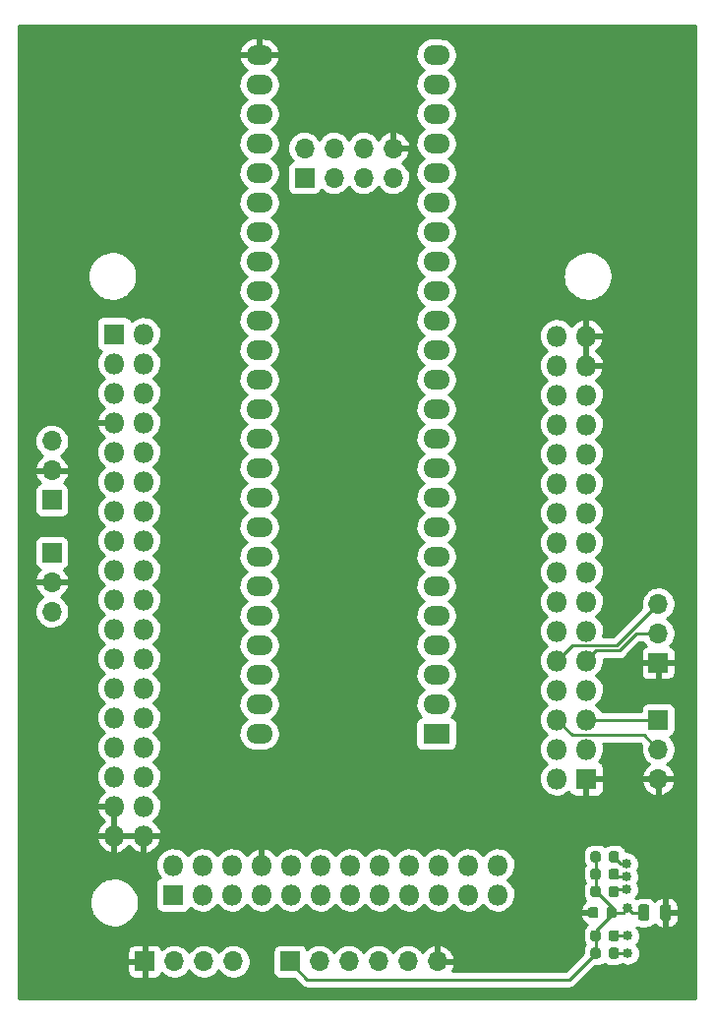
<source format=gbr>
G04 #@! TF.GenerationSoftware,KiCad,Pcbnew,(5.99.0-2378-g637571e0b-dirty)*
G04 #@! TF.CreationDate,2020-07-24T22:12:36+02:00*
G04 #@! TF.ProjectId,stm32f4_fpga,73746d33-3266-4345-9f66-7067612e6b69,rev?*
G04 #@! TF.SameCoordinates,Original*
G04 #@! TF.FileFunction,Copper,L2,Bot*
G04 #@! TF.FilePolarity,Positive*
%FSLAX46Y46*%
G04 Gerber Fmt 4.6, Leading zero omitted, Abs format (unit mm)*
G04 Created by KiCad (PCBNEW (5.99.0-2378-g637571e0b-dirty)) date 2020-07-24 22:12:36*
%MOMM*%
%LPD*%
G01*
G04 APERTURE LIST*
G04 #@! TA.AperFunction,ComponentPad*
%ADD10O,1.800000X1.800000*%
G04 #@! TD*
G04 #@! TA.AperFunction,ComponentPad*
%ADD11R,1.800000X1.800000*%
G04 #@! TD*
G04 #@! TA.AperFunction,ComponentPad*
%ADD12O,1.700000X1.700000*%
G04 #@! TD*
G04 #@! TA.AperFunction,ComponentPad*
%ADD13R,1.700000X1.700000*%
G04 #@! TD*
G04 #@! TA.AperFunction,ComponentPad*
%ADD14O,2.300000X1.700000*%
G04 #@! TD*
G04 #@! TA.AperFunction,ComponentPad*
%ADD15R,2.300000X1.700000*%
G04 #@! TD*
G04 #@! TA.AperFunction,ViaPad*
%ADD16C,0.850000*%
G04 #@! TD*
G04 #@! TA.AperFunction,Conductor*
%ADD17C,0.250000*%
G04 #@! TD*
G04 #@! TA.AperFunction,Conductor*
%ADD18C,0.254000*%
G04 #@! TD*
G04 APERTURE END LIST*
G04 #@! TA.AperFunction,SMDPad,CuDef*
G36*
G01*
X168550000Y-83743750D02*
X168550000Y-84256250D01*
G75*
G02*
X168331250Y-84475000I-218750J0D01*
G01*
X167893750Y-84475000D01*
G75*
G02*
X167675000Y-84256250I0J218750D01*
G01*
X167675000Y-83743750D01*
G75*
G02*
X167893750Y-83525000I218750J0D01*
G01*
X168331250Y-83525000D01*
G75*
G02*
X168550000Y-83743750I0J-218750D01*
G01*
G37*
G04 #@! TD.AperFunction*
G04 #@! TA.AperFunction,SMDPad,CuDef*
G36*
G01*
X170125000Y-83743750D02*
X170125000Y-84256250D01*
G75*
G02*
X169906250Y-84475000I-218750J0D01*
G01*
X169468750Y-84475000D01*
G75*
G02*
X169250000Y-84256250I0J218750D01*
G01*
X169250000Y-83743750D01*
G75*
G02*
X169468750Y-83525000I218750J0D01*
G01*
X169906250Y-83525000D01*
G75*
G02*
X170125000Y-83743750I0J-218750D01*
G01*
G37*
G04 #@! TD.AperFunction*
D10*
X159880000Y-82470000D03*
X139560000Y-82470000D03*
X144640000Y-82470000D03*
X134480000Y-82470000D03*
X137020000Y-79930000D03*
X137020000Y-82470000D03*
X134480000Y-79930000D03*
X142100000Y-82470000D03*
X157340000Y-79930000D03*
X131940000Y-79930000D03*
X154800000Y-82470000D03*
X154800000Y-79930000D03*
X149720000Y-82470000D03*
X159880000Y-79930000D03*
X147180000Y-79930000D03*
X147180000Y-82470000D03*
X144640000Y-79930000D03*
X142100000Y-79930000D03*
X152260000Y-79930000D03*
X139560000Y-79930000D03*
X149720000Y-79930000D03*
X152260000Y-82470000D03*
D11*
X131940000Y-82470000D03*
D10*
X157340000Y-82470000D03*
X167500000Y-44530000D03*
X167500000Y-64850000D03*
X167500000Y-59770000D03*
X167500000Y-69930000D03*
X164960000Y-67390000D03*
X167500000Y-67390000D03*
X164960000Y-69930000D03*
X167500000Y-41990000D03*
X167500000Y-34370000D03*
X167500000Y-62310000D03*
X167500000Y-36910000D03*
X164960000Y-47070000D03*
X164960000Y-39450000D03*
X164960000Y-72470000D03*
X167500000Y-49610000D03*
X164960000Y-49610000D03*
X167500000Y-54690000D03*
X164960000Y-44530000D03*
X164960000Y-57230000D03*
X164960000Y-34370000D03*
X164960000Y-36910000D03*
X167500000Y-57230000D03*
X164960000Y-59770000D03*
X164960000Y-62310000D03*
X164960000Y-52150000D03*
X167500000Y-39450000D03*
X164960000Y-64850000D03*
X164960000Y-54690000D03*
X167500000Y-52150000D03*
D11*
X167500000Y-72470000D03*
D10*
X167500000Y-47070000D03*
X164960000Y-41990000D03*
X129400000Y-77390000D03*
X126860000Y-77390000D03*
X129400000Y-74850000D03*
X126860000Y-74850000D03*
X129400000Y-72310000D03*
X126860000Y-72310000D03*
X129400000Y-69770000D03*
X126860000Y-69770000D03*
X129400000Y-67230000D03*
X126860000Y-67230000D03*
X129400000Y-64690000D03*
X126860000Y-64690000D03*
X129400000Y-62150000D03*
X126860000Y-62150000D03*
X129400000Y-59610000D03*
X126860000Y-59610000D03*
X129400000Y-57070000D03*
X126860000Y-57070000D03*
X129400000Y-54530000D03*
X126860000Y-54530000D03*
X129400000Y-51990000D03*
X126860000Y-51990000D03*
X129400000Y-49450000D03*
X126860000Y-49450000D03*
X129400000Y-46910000D03*
X126860000Y-46910000D03*
X129400000Y-44370000D03*
X126860000Y-44370000D03*
X129400000Y-41830000D03*
X126860000Y-41830000D03*
X129400000Y-39290000D03*
X126860000Y-39290000D03*
X129400000Y-36750000D03*
X126860000Y-36750000D03*
X129400000Y-34210000D03*
D11*
X126860000Y-34210000D03*
D12*
X150870000Y-18210000D03*
X150870000Y-20750000D03*
X148330000Y-18210000D03*
X148330000Y-20750000D03*
X145790000Y-18210000D03*
X145790000Y-20750000D03*
X143250000Y-18210000D03*
D13*
X143250000Y-20750000D03*
D14*
X139360000Y-10180000D03*
X139360000Y-12720000D03*
X139360000Y-15260000D03*
X139360000Y-17800000D03*
X139360000Y-20340000D03*
X139360000Y-22880000D03*
X139360000Y-25420000D03*
X139360000Y-27960000D03*
X139360000Y-30500000D03*
X139360000Y-33040000D03*
X139360000Y-35580000D03*
X139360000Y-38120000D03*
X139360000Y-40660000D03*
X139360000Y-43200000D03*
X139360000Y-45740000D03*
X139360000Y-48280000D03*
X139360000Y-63520000D03*
X139360000Y-66060000D03*
X139360000Y-68600000D03*
X139360000Y-50820000D03*
X139360000Y-53360000D03*
X139360000Y-55900000D03*
X139360000Y-58440000D03*
X139360000Y-60980000D03*
X154600000Y-10180000D03*
X154600000Y-12720000D03*
X154600000Y-15260000D03*
X154600000Y-17800000D03*
X154600000Y-20340000D03*
X154600000Y-22880000D03*
X154600000Y-25420000D03*
X154600000Y-27960000D03*
X154600000Y-30500000D03*
X154600000Y-33040000D03*
X154600000Y-35580000D03*
X154600000Y-38120000D03*
X154600000Y-40660000D03*
X154600000Y-43200000D03*
X154600000Y-45740000D03*
X154600000Y-48280000D03*
X154600000Y-50820000D03*
X154600000Y-53360000D03*
X154600000Y-55900000D03*
X154600000Y-58440000D03*
X154600000Y-60980000D03*
X154600000Y-63520000D03*
X154600000Y-66060000D03*
D15*
X154600000Y-68600000D03*
G04 #@! TA.AperFunction,SMDPad,CuDef*
G36*
G01*
X169450000Y-79456250D02*
X169450000Y-78943750D01*
G75*
G02*
X169668750Y-78725000I218750J0D01*
G01*
X170106250Y-78725000D01*
G75*
G02*
X170325000Y-78943750I0J-218750D01*
G01*
X170325000Y-79456250D01*
G75*
G02*
X170106250Y-79675000I-218750J0D01*
G01*
X169668750Y-79675000D01*
G75*
G02*
X169450000Y-79456250I0J218750D01*
G01*
G37*
G04 #@! TD.AperFunction*
G04 #@! TA.AperFunction,SMDPad,CuDef*
G36*
G01*
X167875000Y-79456250D02*
X167875000Y-78943750D01*
G75*
G02*
X168093750Y-78725000I218750J0D01*
G01*
X168531250Y-78725000D01*
G75*
G02*
X168750000Y-78943750I0J-218750D01*
G01*
X168750000Y-79456250D01*
G75*
G02*
X168531250Y-79675000I-218750J0D01*
G01*
X168093750Y-79675000D01*
G75*
G02*
X167875000Y-79456250I0J218750D01*
G01*
G37*
G04 #@! TD.AperFunction*
G04 #@! TA.AperFunction,SMDPad,CuDef*
G36*
G01*
X169450000Y-80956250D02*
X169450000Y-80443750D01*
G75*
G02*
X169668750Y-80225000I218750J0D01*
G01*
X170106250Y-80225000D01*
G75*
G02*
X170325000Y-80443750I0J-218750D01*
G01*
X170325000Y-80956250D01*
G75*
G02*
X170106250Y-81175000I-218750J0D01*
G01*
X169668750Y-81175000D01*
G75*
G02*
X169450000Y-80956250I0J218750D01*
G01*
G37*
G04 #@! TD.AperFunction*
G04 #@! TA.AperFunction,SMDPad,CuDef*
G36*
G01*
X167875000Y-80956250D02*
X167875000Y-80443750D01*
G75*
G02*
X168093750Y-80225000I218750J0D01*
G01*
X168531250Y-80225000D01*
G75*
G02*
X168750000Y-80443750I0J-218750D01*
G01*
X168750000Y-80956250D01*
G75*
G02*
X168531250Y-81175000I-218750J0D01*
G01*
X168093750Y-81175000D01*
G75*
G02*
X167875000Y-80956250I0J218750D01*
G01*
G37*
G04 #@! TD.AperFunction*
G04 #@! TA.AperFunction,SMDPad,CuDef*
G36*
G01*
X169450000Y-82456250D02*
X169450000Y-81943750D01*
G75*
G02*
X169668750Y-81725000I218750J0D01*
G01*
X170106250Y-81725000D01*
G75*
G02*
X170325000Y-81943750I0J-218750D01*
G01*
X170325000Y-82456250D01*
G75*
G02*
X170106250Y-82675000I-218750J0D01*
G01*
X169668750Y-82675000D01*
G75*
G02*
X169450000Y-82456250I0J218750D01*
G01*
G37*
G04 #@! TD.AperFunction*
G04 #@! TA.AperFunction,SMDPad,CuDef*
G36*
G01*
X167875000Y-82456250D02*
X167875000Y-81943750D01*
G75*
G02*
X168093750Y-81725000I218750J0D01*
G01*
X168531250Y-81725000D01*
G75*
G02*
X168750000Y-81943750I0J-218750D01*
G01*
X168750000Y-82456250D01*
G75*
G02*
X168531250Y-82675000I-218750J0D01*
G01*
X168093750Y-82675000D01*
G75*
G02*
X167875000Y-82456250I0J218750D01*
G01*
G37*
G04 #@! TD.AperFunction*
G04 #@! TA.AperFunction,SMDPad,CuDef*
G36*
G01*
X169450000Y-86256250D02*
X169450000Y-85743750D01*
G75*
G02*
X169668750Y-85525000I218750J0D01*
G01*
X170106250Y-85525000D01*
G75*
G02*
X170325000Y-85743750I0J-218750D01*
G01*
X170325000Y-86256250D01*
G75*
G02*
X170106250Y-86475000I-218750J0D01*
G01*
X169668750Y-86475000D01*
G75*
G02*
X169450000Y-86256250I0J218750D01*
G01*
G37*
G04 #@! TD.AperFunction*
G04 #@! TA.AperFunction,SMDPad,CuDef*
G36*
G01*
X167875000Y-86256250D02*
X167875000Y-85743750D01*
G75*
G02*
X168093750Y-85525000I218750J0D01*
G01*
X168531250Y-85525000D01*
G75*
G02*
X168750000Y-85743750I0J-218750D01*
G01*
X168750000Y-86256250D01*
G75*
G02*
X168531250Y-86475000I-218750J0D01*
G01*
X168093750Y-86475000D01*
G75*
G02*
X167875000Y-86256250I0J218750D01*
G01*
G37*
G04 #@! TD.AperFunction*
G04 #@! TA.AperFunction,SMDPad,CuDef*
G36*
G01*
X169450000Y-87756250D02*
X169450000Y-87243750D01*
G75*
G02*
X169668750Y-87025000I218750J0D01*
G01*
X170106250Y-87025000D01*
G75*
G02*
X170325000Y-87243750I0J-218750D01*
G01*
X170325000Y-87756250D01*
G75*
G02*
X170106250Y-87975000I-218750J0D01*
G01*
X169668750Y-87975000D01*
G75*
G02*
X169450000Y-87756250I0J218750D01*
G01*
G37*
G04 #@! TD.AperFunction*
G04 #@! TA.AperFunction,SMDPad,CuDef*
G36*
G01*
X167875000Y-87756250D02*
X167875000Y-87243750D01*
G75*
G02*
X168093750Y-87025000I218750J0D01*
G01*
X168531250Y-87025000D01*
G75*
G02*
X168750000Y-87243750I0J-218750D01*
G01*
X168750000Y-87756250D01*
G75*
G02*
X168531250Y-87975000I-218750J0D01*
G01*
X168093750Y-87975000D01*
G75*
G02*
X167875000Y-87756250I0J218750D01*
G01*
G37*
G04 #@! TD.AperFunction*
D12*
X154700000Y-88200000D03*
X152160000Y-88200000D03*
X149620000Y-88200000D03*
X147080000Y-88200000D03*
X144540000Y-88200000D03*
D13*
X142000000Y-88200000D03*
D12*
X137120000Y-88200000D03*
X134580000Y-88200000D03*
X132040000Y-88200000D03*
D13*
X129500000Y-88200000D03*
D12*
X121500000Y-43420000D03*
X121500000Y-45960000D03*
D13*
X121500000Y-48500000D03*
D12*
X121500000Y-58080000D03*
X121500000Y-55540000D03*
D13*
X121500000Y-53000000D03*
G04 #@! TA.AperFunction,SMDPad,CuDef*
G36*
G01*
X173850000Y-84456250D02*
X173850000Y-83543750D01*
G75*
G02*
X174093750Y-83300000I243750J0D01*
G01*
X174581250Y-83300000D01*
G75*
G02*
X174825000Y-83543750I0J-243750D01*
G01*
X174825000Y-84456250D01*
G75*
G02*
X174581250Y-84700000I-243750J0D01*
G01*
X174093750Y-84700000D01*
G75*
G02*
X173850000Y-84456250I0J243750D01*
G01*
G37*
G04 #@! TD.AperFunction*
G04 #@! TA.AperFunction,SMDPad,CuDef*
G36*
G01*
X171975000Y-84456250D02*
X171975000Y-83543750D01*
G75*
G02*
X172218750Y-83300000I243750J0D01*
G01*
X172706250Y-83300000D01*
G75*
G02*
X172950000Y-83543750I0J-243750D01*
G01*
X172950000Y-84456250D01*
G75*
G02*
X172706250Y-84700000I-243750J0D01*
G01*
X172218750Y-84700000D01*
G75*
G02*
X171975000Y-84456250I0J243750D01*
G01*
G37*
G04 #@! TD.AperFunction*
D12*
X173700000Y-57420000D03*
X173700000Y-59960000D03*
D13*
X173700000Y-62500000D03*
D12*
X173700000Y-72480000D03*
X173700000Y-69940000D03*
D13*
X173700000Y-67400000D03*
D16*
X160000000Y-40000000D03*
X142400000Y-84400000D03*
X159000000Y-73500000D03*
X132750000Y-63000000D03*
X171100000Y-83600000D03*
X171100000Y-87500000D03*
X171100000Y-86000000D03*
X171000000Y-82000000D03*
X171000000Y-80900000D03*
X171000000Y-79800000D03*
X158750000Y-56000000D03*
X160000000Y-47200000D03*
D17*
X170349990Y-61450010D02*
X170349990Y-61406420D01*
X171796410Y-59960000D02*
X173700000Y-59960000D01*
X167500000Y-62300000D02*
X168349990Y-61450010D01*
X170120000Y-61000000D02*
X173700000Y-57420000D01*
X168349990Y-61450010D02*
X170349990Y-61450010D01*
X166300000Y-61000000D02*
X170120000Y-61000000D01*
X170349990Y-61406420D02*
X171796410Y-59960000D01*
X164990000Y-62310000D02*
X166300000Y-61000000D01*
X164960000Y-62310000D02*
X164990000Y-62310000D01*
X167500000Y-62310000D02*
X167500000Y-62300000D01*
X167500000Y-67390000D02*
X173690000Y-67390000D01*
X172460000Y-68700000D02*
X173700000Y-69940000D01*
X166300000Y-68700000D02*
X172460000Y-68700000D01*
X164960000Y-67390000D02*
X164990000Y-67390000D01*
X173690000Y-67390000D02*
X173700000Y-67400000D01*
X164990000Y-67390000D02*
X166300000Y-68700000D01*
D18*
X168312500Y-80700000D02*
X168312500Y-79200000D01*
X168312500Y-82200000D02*
X168312500Y-80700000D01*
X169837500Y-84000000D02*
X169837500Y-83725000D01*
X169837500Y-83725000D02*
X168312500Y-82200000D01*
X168312500Y-86000000D02*
X168312500Y-85525000D01*
X168312500Y-85525000D02*
X169837500Y-84000000D01*
X168312500Y-87500000D02*
X168312500Y-86000000D01*
X142000000Y-88250000D02*
X143500000Y-89750000D01*
X166062500Y-89750000D02*
X168312500Y-87500000D01*
X142000000Y-88200000D02*
X142000000Y-88250000D01*
X143500000Y-89750000D02*
X166062500Y-89750000D01*
D17*
X172462500Y-84000000D02*
X171500000Y-84000000D01*
X171500000Y-84000000D02*
X171100000Y-83600000D01*
X169837500Y-84000000D02*
X170700000Y-84000000D01*
X170700000Y-84000000D02*
X171100000Y-83600000D01*
X171100000Y-87500000D02*
X169887500Y-87500000D01*
X171100000Y-86000000D02*
X169887500Y-86000000D01*
X171000000Y-79800000D02*
X170487500Y-79800000D01*
X170487500Y-79800000D02*
X169887500Y-79200000D01*
X171000000Y-80900000D02*
X170087500Y-80900000D01*
X170087500Y-80900000D02*
X169887500Y-80700000D01*
X171000000Y-82000000D02*
X170087500Y-82000000D01*
X170087500Y-82000000D02*
X169887500Y-82200000D01*
D18*
X176866000Y-91366000D02*
X118634000Y-91366000D01*
X118634000Y-88401808D01*
X128008163Y-88401808D01*
X128008163Y-89058258D01*
X128010319Y-89074634D01*
X128085137Y-89353859D01*
X128097880Y-89378339D01*
X128228990Y-89534590D01*
X128245879Y-89548761D01*
X128420120Y-89649359D01*
X128440837Y-89656900D01*
X128633538Y-89690878D01*
X128644499Y-89691837D01*
X129298191Y-89691837D01*
X129372000Y-89618028D01*
X129372001Y-88401809D01*
X129298192Y-88328000D01*
X128081972Y-88327999D01*
X128008163Y-88401808D01*
X118634000Y-88401808D01*
X118634000Y-87344499D01*
X128008163Y-87344499D01*
X128008163Y-87998191D01*
X128081972Y-88072000D01*
X129298191Y-88072001D01*
X129372000Y-87998192D01*
X129627999Y-87998192D01*
X129628000Y-87998193D01*
X129627999Y-89618028D01*
X129701808Y-89691837D01*
X130358258Y-89691837D01*
X130374634Y-89689681D01*
X130653859Y-89614863D01*
X130678339Y-89602120D01*
X130834590Y-89471010D01*
X130848761Y-89454121D01*
X130949359Y-89279880D01*
X130956900Y-89259163D01*
X130963525Y-89221593D01*
X131038798Y-89302032D01*
X131046722Y-89309180D01*
X131238792Y-89454968D01*
X131247808Y-89460679D01*
X131461696Y-89572021D01*
X131471545Y-89576131D01*
X131701134Y-89649844D01*
X131711535Y-89652236D01*
X131950262Y-89686212D01*
X131960917Y-89686817D01*
X132201956Y-89680084D01*
X132212561Y-89678885D01*
X132449019Y-89631636D01*
X132459270Y-89628667D01*
X132684387Y-89542253D01*
X132693991Y-89537600D01*
X132901330Y-89414491D01*
X132910012Y-89408286D01*
X133093645Y-89252004D01*
X133101158Y-89244424D01*
X133255833Y-89059435D01*
X133261962Y-89050698D01*
X133309486Y-88969043D01*
X133407430Y-89117584D01*
X133414038Y-89125965D01*
X133578798Y-89302032D01*
X133586722Y-89309180D01*
X133778792Y-89454968D01*
X133787808Y-89460679D01*
X134001696Y-89572021D01*
X134011545Y-89576131D01*
X134241134Y-89649844D01*
X134251535Y-89652236D01*
X134490262Y-89686212D01*
X134500917Y-89686817D01*
X134741956Y-89680084D01*
X134752561Y-89678885D01*
X134989019Y-89631636D01*
X134999270Y-89628667D01*
X135224387Y-89542253D01*
X135233991Y-89537600D01*
X135441330Y-89414491D01*
X135450012Y-89408286D01*
X135633645Y-89252004D01*
X135641158Y-89244424D01*
X135795833Y-89059435D01*
X135801962Y-89050698D01*
X135849486Y-88969043D01*
X135947430Y-89117584D01*
X135954038Y-89125965D01*
X136118798Y-89302032D01*
X136126722Y-89309180D01*
X136318792Y-89454968D01*
X136327808Y-89460679D01*
X136541696Y-89572021D01*
X136551545Y-89576131D01*
X136781134Y-89649844D01*
X136791535Y-89652236D01*
X137030262Y-89686212D01*
X137040917Y-89686817D01*
X137281956Y-89680084D01*
X137292561Y-89678885D01*
X137529019Y-89631636D01*
X137539270Y-89628667D01*
X137764387Y-89542253D01*
X137773991Y-89537600D01*
X137981330Y-89414491D01*
X137990012Y-89408286D01*
X138173645Y-89252004D01*
X138181158Y-89244424D01*
X138335833Y-89059435D01*
X138341962Y-89050698D01*
X138463256Y-88842294D01*
X138467825Y-88832650D01*
X138552272Y-88606787D01*
X138555151Y-88596511D01*
X138600392Y-88359351D01*
X138601507Y-88348128D01*
X138604077Y-88080341D01*
X138603178Y-88069099D01*
X138562499Y-87831114D01*
X138559817Y-87820784D01*
X138479723Y-87593343D01*
X138475339Y-87583612D01*
X138358067Y-87372916D01*
X138352107Y-87364064D01*
X138336377Y-87344499D01*
X140508163Y-87344499D01*
X140508163Y-89058258D01*
X140510319Y-89074634D01*
X140585137Y-89353859D01*
X140597880Y-89378339D01*
X140728990Y-89534590D01*
X140745879Y-89548761D01*
X140920120Y-89649359D01*
X140940837Y-89656900D01*
X141133538Y-89690878D01*
X141144499Y-89691837D01*
X142362793Y-89691837D01*
X142999086Y-90328131D01*
X142999101Y-90328144D01*
X143038830Y-90367874D01*
X143054875Y-90379532D01*
X143100105Y-90402578D01*
X143141165Y-90432409D01*
X143158836Y-90441413D01*
X143207103Y-90457096D01*
X143252335Y-90480143D01*
X143271197Y-90486271D01*
X143321336Y-90494213D01*
X143369604Y-90509896D01*
X143389193Y-90512999D01*
X143444653Y-90512999D01*
X143444665Y-90513000D01*
X166117835Y-90513000D01*
X166117847Y-90512999D01*
X166173306Y-90512999D01*
X166192895Y-90509897D01*
X166241165Y-90494213D01*
X166291303Y-90486271D01*
X166310165Y-90480143D01*
X166355395Y-90457097D01*
X166403663Y-90441414D01*
X166421334Y-90432410D01*
X166462392Y-90402580D01*
X166507625Y-90379532D01*
X166523670Y-90367874D01*
X166673362Y-90218181D01*
X168277320Y-88614224D01*
X168570462Y-88614224D01*
X168583892Y-88612780D01*
X168874946Y-88549465D01*
X168895780Y-88540835D01*
X169090461Y-88415722D01*
X169104082Y-88403919D01*
X169105525Y-88402253D01*
X169194264Y-88479146D01*
X169209426Y-88488890D01*
X169417872Y-88584084D01*
X169435165Y-88589162D01*
X169605010Y-88613582D01*
X169613987Y-88614224D01*
X170145462Y-88614224D01*
X170158892Y-88612780D01*
X170449946Y-88549465D01*
X170470780Y-88540835D01*
X170618392Y-88445971D01*
X170762298Y-88513688D01*
X170777376Y-88518588D01*
X171025001Y-88565825D01*
X171040824Y-88566820D01*
X171292417Y-88550992D01*
X171307991Y-88548021D01*
X171547743Y-88470120D01*
X171562089Y-88463370D01*
X171774935Y-88328294D01*
X171787151Y-88318188D01*
X171959720Y-88134421D01*
X171969039Y-88121595D01*
X172090484Y-87900686D01*
X172096320Y-87885945D01*
X172159013Y-87641775D01*
X172161000Y-87626045D01*
X172161000Y-87373955D01*
X172159013Y-87358225D01*
X172096320Y-87114055D01*
X172090484Y-87099314D01*
X171969039Y-86878405D01*
X171959720Y-86865579D01*
X171851185Y-86750000D01*
X171959720Y-86634421D01*
X171969039Y-86621595D01*
X172090484Y-86400686D01*
X172096320Y-86385945D01*
X172159013Y-86141775D01*
X172161000Y-86126045D01*
X172161000Y-85873955D01*
X172159013Y-85858225D01*
X172096320Y-85614055D01*
X172090484Y-85599314D01*
X171969039Y-85378405D01*
X171959720Y-85365579D01*
X171864642Y-85264331D01*
X171960941Y-85308309D01*
X171978234Y-85313387D01*
X172153466Y-85338582D01*
X172162444Y-85339224D01*
X172746396Y-85339224D01*
X172759826Y-85337780D01*
X173060288Y-85272419D01*
X173081122Y-85263789D01*
X173281913Y-85134748D01*
X173295534Y-85122945D01*
X173397862Y-85004854D01*
X173415252Y-85031913D01*
X173427055Y-85045534D01*
X173605726Y-85200355D01*
X173620889Y-85210099D01*
X173835941Y-85308309D01*
X173853234Y-85313387D01*
X174028466Y-85338582D01*
X174037444Y-85339224D01*
X174135691Y-85339224D01*
X174209500Y-85265415D01*
X174209500Y-84201809D01*
X174465500Y-84201809D01*
X174465500Y-85265415D01*
X174539309Y-85339224D01*
X174621396Y-85339224D01*
X174634826Y-85337780D01*
X174935288Y-85272419D01*
X174956122Y-85263789D01*
X175156913Y-85134748D01*
X175170534Y-85122945D01*
X175325355Y-84944274D01*
X175335099Y-84929111D01*
X175433309Y-84714059D01*
X175438387Y-84696766D01*
X175463582Y-84521534D01*
X175464224Y-84512556D01*
X175464224Y-84201809D01*
X175390415Y-84128000D01*
X174539309Y-84128000D01*
X174465500Y-84201809D01*
X174209500Y-84201809D01*
X174209500Y-82734585D01*
X174465500Y-82734585D01*
X174465500Y-83798191D01*
X174539309Y-83872000D01*
X175390415Y-83872000D01*
X175464224Y-83798191D01*
X175464224Y-83503604D01*
X175462780Y-83490174D01*
X175397419Y-83189712D01*
X175388789Y-83168878D01*
X175259748Y-82968087D01*
X175247945Y-82954466D01*
X175069274Y-82799645D01*
X175054111Y-82789901D01*
X174839059Y-82691691D01*
X174821766Y-82686613D01*
X174646534Y-82661418D01*
X174637556Y-82660776D01*
X174539309Y-82660776D01*
X174465500Y-82734585D01*
X174209500Y-82734585D01*
X174135691Y-82660776D01*
X174053604Y-82660776D01*
X174040174Y-82662220D01*
X173739712Y-82727581D01*
X173718878Y-82736211D01*
X173518087Y-82865252D01*
X173504466Y-82877055D01*
X173402138Y-82995146D01*
X173384748Y-82968087D01*
X173372945Y-82954466D01*
X173194274Y-82799645D01*
X173179111Y-82789901D01*
X172964059Y-82691691D01*
X172946766Y-82686613D01*
X172771534Y-82661418D01*
X172762556Y-82660776D01*
X172178604Y-82660776D01*
X172165174Y-82662220D01*
X171864712Y-82727581D01*
X171843878Y-82736211D01*
X171780930Y-82776665D01*
X171774935Y-82771706D01*
X171747281Y-82754156D01*
X171859720Y-82634421D01*
X171869039Y-82621595D01*
X171990484Y-82400686D01*
X171996320Y-82385945D01*
X172059013Y-82141775D01*
X172061000Y-82126045D01*
X172061000Y-81873955D01*
X172059013Y-81858225D01*
X171996320Y-81614055D01*
X171990484Y-81599314D01*
X171908398Y-81450000D01*
X171990484Y-81300686D01*
X171996320Y-81285945D01*
X172059013Y-81041775D01*
X172061000Y-81026045D01*
X172061000Y-80773955D01*
X172059013Y-80758225D01*
X171996320Y-80514055D01*
X171990484Y-80499314D01*
X171908398Y-80350000D01*
X171990484Y-80200686D01*
X171996320Y-80185945D01*
X172059013Y-79941775D01*
X172061000Y-79926045D01*
X172061000Y-79673955D01*
X172059013Y-79658225D01*
X171996320Y-79414055D01*
X171990484Y-79399314D01*
X171869039Y-79178405D01*
X171859720Y-79165579D01*
X171687151Y-78981812D01*
X171674935Y-78971706D01*
X171462089Y-78836630D01*
X171447743Y-78829880D01*
X171207991Y-78751979D01*
X171192417Y-78749008D01*
X170940824Y-78733180D01*
X170928592Y-78733949D01*
X170899465Y-78600054D01*
X170890835Y-78579220D01*
X170765722Y-78384539D01*
X170753919Y-78370918D01*
X170580736Y-78220854D01*
X170565574Y-78211110D01*
X170357128Y-78115916D01*
X170339835Y-78110838D01*
X170169990Y-78086418D01*
X170161013Y-78085776D01*
X169629538Y-78085776D01*
X169616108Y-78087220D01*
X169325054Y-78150535D01*
X169304220Y-78159165D01*
X169109539Y-78284278D01*
X169095918Y-78296081D01*
X169094475Y-78297747D01*
X169005736Y-78220854D01*
X168990574Y-78211110D01*
X168782128Y-78115916D01*
X168764835Y-78110838D01*
X168594990Y-78086418D01*
X168586013Y-78085776D01*
X168054538Y-78085776D01*
X168041108Y-78087220D01*
X167750054Y-78150535D01*
X167729220Y-78159165D01*
X167534539Y-78284278D01*
X167520918Y-78296081D01*
X167370854Y-78469264D01*
X167361110Y-78484426D01*
X167265916Y-78692872D01*
X167260838Y-78710165D01*
X167236418Y-78880010D01*
X167235776Y-78888987D01*
X167235776Y-79495462D01*
X167237220Y-79508892D01*
X167300535Y-79799946D01*
X167309165Y-79820780D01*
X167390224Y-79946911D01*
X167370854Y-79969264D01*
X167361110Y-79984426D01*
X167265916Y-80192872D01*
X167260838Y-80210165D01*
X167236418Y-80380010D01*
X167235776Y-80388987D01*
X167235776Y-80995462D01*
X167237220Y-81008892D01*
X167300535Y-81299946D01*
X167309165Y-81320780D01*
X167390224Y-81446911D01*
X167370854Y-81469264D01*
X167361110Y-81484426D01*
X167265916Y-81692872D01*
X167260838Y-81710165D01*
X167236418Y-81880010D01*
X167235776Y-81888987D01*
X167235776Y-82495462D01*
X167237220Y-82508892D01*
X167300535Y-82799946D01*
X167309165Y-82820780D01*
X167434278Y-83015461D01*
X167436905Y-83018492D01*
X167334539Y-83084278D01*
X167320918Y-83096081D01*
X167170854Y-83269264D01*
X167161110Y-83284426D01*
X167065916Y-83492872D01*
X167060838Y-83510165D01*
X167036418Y-83680010D01*
X167035776Y-83688987D01*
X167035776Y-83798191D01*
X167109585Y-83872000D01*
X168240500Y-83872001D01*
X168240499Y-84128000D01*
X167109585Y-84127999D01*
X167035776Y-84201808D01*
X167035776Y-84295462D01*
X167037220Y-84308892D01*
X167100535Y-84599946D01*
X167109165Y-84620780D01*
X167234278Y-84815461D01*
X167246081Y-84829082D01*
X167419264Y-84979146D01*
X167434426Y-84988890D01*
X167579719Y-85055243D01*
X167534539Y-85084278D01*
X167520918Y-85096081D01*
X167370854Y-85269264D01*
X167361110Y-85284426D01*
X167265916Y-85492872D01*
X167260838Y-85510165D01*
X167236418Y-85680010D01*
X167235776Y-85688987D01*
X167235776Y-86295462D01*
X167237220Y-86308892D01*
X167300535Y-86599946D01*
X167309165Y-86620780D01*
X167390224Y-86746911D01*
X167370854Y-86769264D01*
X167361110Y-86784426D01*
X167265916Y-86992872D01*
X167260838Y-87010165D01*
X167236418Y-87180010D01*
X167235776Y-87188987D01*
X167235776Y-87497680D01*
X165746457Y-88987000D01*
X155959035Y-88987000D01*
X156043256Y-88842294D01*
X156047825Y-88832650D01*
X156132272Y-88606787D01*
X156135151Y-88596511D01*
X156168943Y-88419370D01*
X156093356Y-88328000D01*
X154901808Y-88327999D01*
X154901807Y-88328000D01*
X154572000Y-88327999D01*
X154572000Y-87998191D01*
X154827999Y-87998191D01*
X154901808Y-88072000D01*
X156092863Y-88072001D01*
X156168373Y-87982488D01*
X156142499Y-87831114D01*
X156139817Y-87820784D01*
X156059723Y-87593343D01*
X156055339Y-87583612D01*
X155938067Y-87372916D01*
X155932107Y-87364064D01*
X155781013Y-87176140D01*
X155773647Y-87168417D01*
X155593049Y-87008638D01*
X155584486Y-87002267D01*
X155379549Y-86875202D01*
X155370036Y-86870365D01*
X155146619Y-86779645D01*
X155136427Y-86776480D01*
X154922096Y-86729356D01*
X154828000Y-86805011D01*
X154827999Y-87998191D01*
X154572000Y-87998191D01*
X154572001Y-86806201D01*
X154486981Y-86730982D01*
X154399474Y-86741726D01*
X154389030Y-86743918D01*
X154158068Y-86813210D01*
X154148142Y-86817130D01*
X153932155Y-86924346D01*
X153923032Y-86929882D01*
X153728199Y-87071957D01*
X153720138Y-87078952D01*
X153552029Y-87251822D01*
X153545263Y-87260074D01*
X153429229Y-87428903D01*
X153398067Y-87372916D01*
X153392107Y-87364064D01*
X153241013Y-87176140D01*
X153233647Y-87168417D01*
X153053049Y-87008638D01*
X153044486Y-87002267D01*
X152839549Y-86875202D01*
X152830036Y-86870365D01*
X152606619Y-86779645D01*
X152596427Y-86776480D01*
X152360919Y-86724700D01*
X152350340Y-86723298D01*
X152109475Y-86711939D01*
X152098809Y-86712339D01*
X151859474Y-86741727D01*
X151849030Y-86743918D01*
X151618068Y-86813210D01*
X151608142Y-86817130D01*
X151392155Y-86924346D01*
X151383032Y-86929882D01*
X151188199Y-87071957D01*
X151180138Y-87078952D01*
X151012029Y-87251822D01*
X151005263Y-87260074D01*
X150889229Y-87428903D01*
X150858067Y-87372916D01*
X150852107Y-87364064D01*
X150701013Y-87176140D01*
X150693647Y-87168417D01*
X150513049Y-87008638D01*
X150504486Y-87002267D01*
X150299549Y-86875202D01*
X150290036Y-86870365D01*
X150066619Y-86779645D01*
X150056427Y-86776480D01*
X149820919Y-86724700D01*
X149810340Y-86723298D01*
X149569475Y-86711939D01*
X149558809Y-86712339D01*
X149319474Y-86741727D01*
X149309030Y-86743918D01*
X149078068Y-86813210D01*
X149068142Y-86817130D01*
X148852155Y-86924346D01*
X148843032Y-86929882D01*
X148648199Y-87071957D01*
X148640138Y-87078952D01*
X148472029Y-87251822D01*
X148465263Y-87260074D01*
X148349229Y-87428903D01*
X148318067Y-87372916D01*
X148312107Y-87364064D01*
X148161013Y-87176140D01*
X148153647Y-87168417D01*
X147973049Y-87008638D01*
X147964486Y-87002267D01*
X147759549Y-86875202D01*
X147750036Y-86870365D01*
X147526619Y-86779645D01*
X147516427Y-86776480D01*
X147280919Y-86724700D01*
X147270340Y-86723298D01*
X147029475Y-86711939D01*
X147018809Y-86712339D01*
X146779474Y-86741727D01*
X146769030Y-86743918D01*
X146538068Y-86813210D01*
X146528142Y-86817130D01*
X146312155Y-86924346D01*
X146303032Y-86929882D01*
X146108199Y-87071957D01*
X146100138Y-87078952D01*
X145932029Y-87251822D01*
X145925263Y-87260074D01*
X145809229Y-87428903D01*
X145778067Y-87372916D01*
X145772107Y-87364064D01*
X145621013Y-87176140D01*
X145613647Y-87168417D01*
X145433049Y-87008638D01*
X145424486Y-87002267D01*
X145219549Y-86875202D01*
X145210036Y-86870365D01*
X144986619Y-86779645D01*
X144976427Y-86776480D01*
X144740919Y-86724700D01*
X144730340Y-86723298D01*
X144489475Y-86711939D01*
X144478809Y-86712339D01*
X144239474Y-86741727D01*
X144229030Y-86743918D01*
X143998068Y-86813210D01*
X143988142Y-86817130D01*
X143772155Y-86924346D01*
X143763032Y-86929882D01*
X143568199Y-87071957D01*
X143560138Y-87078952D01*
X143453137Y-87188983D01*
X143414863Y-87046142D01*
X143402120Y-87021662D01*
X143271010Y-86865410D01*
X143254121Y-86851239D01*
X143079880Y-86750641D01*
X143059163Y-86743100D01*
X142866462Y-86709122D01*
X142855501Y-86708163D01*
X141141742Y-86708163D01*
X141125366Y-86710319D01*
X140846142Y-86785137D01*
X140821662Y-86797880D01*
X140665410Y-86928990D01*
X140651239Y-86945879D01*
X140550641Y-87120120D01*
X140543100Y-87140837D01*
X140509122Y-87333538D01*
X140508163Y-87344499D01*
X138336377Y-87344499D01*
X138201013Y-87176140D01*
X138193647Y-87168417D01*
X138013049Y-87008638D01*
X138004486Y-87002267D01*
X137799549Y-86875202D01*
X137790036Y-86870365D01*
X137566619Y-86779645D01*
X137556427Y-86776480D01*
X137320919Y-86724700D01*
X137310340Y-86723298D01*
X137069475Y-86711939D01*
X137058809Y-86712339D01*
X136819474Y-86741727D01*
X136809030Y-86743918D01*
X136578068Y-86813210D01*
X136568142Y-86817130D01*
X136352155Y-86924346D01*
X136343032Y-86929882D01*
X136148199Y-87071957D01*
X136140138Y-87078952D01*
X135972029Y-87251822D01*
X135965263Y-87260074D01*
X135849229Y-87428903D01*
X135818067Y-87372916D01*
X135812107Y-87364064D01*
X135661013Y-87176140D01*
X135653647Y-87168417D01*
X135473049Y-87008638D01*
X135464486Y-87002267D01*
X135259549Y-86875202D01*
X135250036Y-86870365D01*
X135026619Y-86779645D01*
X135016427Y-86776480D01*
X134780919Y-86724700D01*
X134770340Y-86723298D01*
X134529475Y-86711939D01*
X134518809Y-86712339D01*
X134279474Y-86741727D01*
X134269030Y-86743918D01*
X134038068Y-86813210D01*
X134028142Y-86817130D01*
X133812155Y-86924346D01*
X133803032Y-86929882D01*
X133608199Y-87071957D01*
X133600138Y-87078952D01*
X133432029Y-87251822D01*
X133425263Y-87260074D01*
X133309229Y-87428903D01*
X133278067Y-87372916D01*
X133272107Y-87364064D01*
X133121013Y-87176140D01*
X133113647Y-87168417D01*
X132933049Y-87008638D01*
X132924486Y-87002267D01*
X132719549Y-86875202D01*
X132710036Y-86870365D01*
X132486619Y-86779645D01*
X132476427Y-86776480D01*
X132240919Y-86724700D01*
X132230340Y-86723298D01*
X131989475Y-86711939D01*
X131978809Y-86712339D01*
X131739474Y-86741727D01*
X131729030Y-86743918D01*
X131498068Y-86813210D01*
X131488142Y-86817130D01*
X131272155Y-86924346D01*
X131263032Y-86929882D01*
X131068199Y-87071957D01*
X131060138Y-87078952D01*
X130953137Y-87188983D01*
X130914863Y-87046142D01*
X130902120Y-87021662D01*
X130771010Y-86865410D01*
X130754121Y-86851239D01*
X130579880Y-86750641D01*
X130559163Y-86743100D01*
X130366462Y-86709122D01*
X130355501Y-86708163D01*
X129701809Y-86708163D01*
X129628000Y-86781972D01*
X129627999Y-87998192D01*
X129372000Y-87998192D01*
X129372001Y-86781972D01*
X129298192Y-86708163D01*
X128641742Y-86708163D01*
X128625366Y-86710319D01*
X128346142Y-86785137D01*
X128321662Y-86797880D01*
X128165410Y-86928990D01*
X128151239Y-86945879D01*
X128050641Y-87120120D01*
X128043100Y-87140837D01*
X128009122Y-87333538D01*
X128008163Y-87344499D01*
X118634000Y-87344499D01*
X118634000Y-83125600D01*
X124721097Y-83125600D01*
X124721097Y-83134400D01*
X124741300Y-83423320D01*
X124742525Y-83432035D01*
X124802741Y-83715332D01*
X124805167Y-83723791D01*
X124904226Y-83995950D01*
X124907805Y-84003989D01*
X125043775Y-84259714D01*
X125048439Y-84267177D01*
X125218677Y-84501490D01*
X125224334Y-84508231D01*
X125425525Y-84716570D01*
X125432064Y-84722458D01*
X125660293Y-84900770D01*
X125667588Y-84905691D01*
X125918411Y-85050504D01*
X125926321Y-85054362D01*
X126194858Y-85162858D01*
X126203228Y-85165578D01*
X126484250Y-85235644D01*
X126492916Y-85237172D01*
X126780956Y-85267447D01*
X126789751Y-85267754D01*
X127079201Y-85257646D01*
X127087953Y-85256726D01*
X127373178Y-85206433D01*
X127381716Y-85204304D01*
X127657168Y-85114804D01*
X127665327Y-85111508D01*
X127925641Y-84984544D01*
X127933263Y-84980144D01*
X128173373Y-84818187D01*
X128180308Y-84812769D01*
X128395541Y-84618972D01*
X128401654Y-84612642D01*
X128587823Y-84390776D01*
X128592995Y-84383656D01*
X128746474Y-84138039D01*
X128750605Y-84130269D01*
X128868406Y-83865682D01*
X128871416Y-83857413D01*
X128951248Y-83579007D01*
X128953077Y-83570399D01*
X128993386Y-83283592D01*
X128994000Y-83274813D01*
X128994000Y-82985187D01*
X128993386Y-82976408D01*
X128953077Y-82689601D01*
X128951248Y-82680993D01*
X128871416Y-82402587D01*
X128868406Y-82394318D01*
X128750605Y-82129731D01*
X128746474Y-82121961D01*
X128592995Y-81876344D01*
X128587823Y-81869224D01*
X128401654Y-81647358D01*
X128395541Y-81641028D01*
X128310548Y-81564499D01*
X130398163Y-81564499D01*
X130398163Y-83378258D01*
X130400319Y-83394634D01*
X130475137Y-83673859D01*
X130487880Y-83698339D01*
X130618990Y-83854590D01*
X130635879Y-83868761D01*
X130810120Y-83969359D01*
X130830837Y-83976900D01*
X131023538Y-84010878D01*
X131034499Y-84011837D01*
X132848258Y-84011837D01*
X132864634Y-84009681D01*
X133143859Y-83934863D01*
X133168339Y-83922120D01*
X133324590Y-83791010D01*
X133338761Y-83774121D01*
X133438221Y-83601850D01*
X133445187Y-83609294D01*
X133453112Y-83616442D01*
X133651941Y-83767361D01*
X133660957Y-83773071D01*
X133882371Y-83888332D01*
X133892220Y-83892442D01*
X134129889Y-83968749D01*
X134140290Y-83971140D01*
X134387417Y-84006312D01*
X134398072Y-84006917D01*
X134647593Y-83999948D01*
X134658198Y-83998749D01*
X134902977Y-83949837D01*
X134913228Y-83946868D01*
X135146267Y-83857413D01*
X135155871Y-83852760D01*
X135370506Y-83725319D01*
X135379188Y-83719114D01*
X135569283Y-83557331D01*
X135576796Y-83549752D01*
X135736914Y-83358254D01*
X135743042Y-83349517D01*
X135752136Y-83333893D01*
X135808023Y-83418650D01*
X135814630Y-83427031D01*
X135985187Y-83609294D01*
X135993112Y-83616442D01*
X136191941Y-83767361D01*
X136200957Y-83773071D01*
X136422371Y-83888332D01*
X136432220Y-83892442D01*
X136669889Y-83968749D01*
X136680290Y-83971140D01*
X136927417Y-84006312D01*
X136938072Y-84006917D01*
X137187593Y-83999948D01*
X137198198Y-83998749D01*
X137442977Y-83949837D01*
X137453228Y-83946868D01*
X137686267Y-83857413D01*
X137695871Y-83852760D01*
X137910506Y-83725319D01*
X137919188Y-83719114D01*
X138109283Y-83557331D01*
X138116796Y-83549752D01*
X138276914Y-83358254D01*
X138283042Y-83349517D01*
X138292136Y-83333893D01*
X138348023Y-83418650D01*
X138354630Y-83427031D01*
X138525187Y-83609294D01*
X138533112Y-83616442D01*
X138731941Y-83767361D01*
X138740957Y-83773071D01*
X138962371Y-83888332D01*
X138972220Y-83892442D01*
X139209889Y-83968749D01*
X139220290Y-83971140D01*
X139467417Y-84006312D01*
X139478072Y-84006917D01*
X139727593Y-83999948D01*
X139738198Y-83998749D01*
X139982977Y-83949837D01*
X139993228Y-83946868D01*
X140226267Y-83857413D01*
X140235871Y-83852760D01*
X140450506Y-83725319D01*
X140459188Y-83719114D01*
X140649283Y-83557331D01*
X140656796Y-83549752D01*
X140816914Y-83358254D01*
X140823042Y-83349517D01*
X140832136Y-83333893D01*
X140888023Y-83418650D01*
X140894630Y-83427031D01*
X141065187Y-83609294D01*
X141073112Y-83616442D01*
X141271941Y-83767361D01*
X141280957Y-83773071D01*
X141502371Y-83888332D01*
X141512220Y-83892442D01*
X141749889Y-83968749D01*
X141760290Y-83971140D01*
X142007417Y-84006312D01*
X142018072Y-84006917D01*
X142267593Y-83999948D01*
X142278198Y-83998749D01*
X142522977Y-83949837D01*
X142533228Y-83946868D01*
X142766267Y-83857413D01*
X142775871Y-83852760D01*
X142990506Y-83725319D01*
X142999188Y-83719114D01*
X143189283Y-83557331D01*
X143196796Y-83549752D01*
X143356914Y-83358254D01*
X143363042Y-83349517D01*
X143372136Y-83333893D01*
X143428023Y-83418650D01*
X143434630Y-83427031D01*
X143605187Y-83609294D01*
X143613112Y-83616442D01*
X143811941Y-83767361D01*
X143820957Y-83773071D01*
X144042371Y-83888332D01*
X144052220Y-83892442D01*
X144289889Y-83968749D01*
X144300290Y-83971140D01*
X144547417Y-84006312D01*
X144558072Y-84006917D01*
X144807593Y-83999948D01*
X144818198Y-83998749D01*
X145062977Y-83949837D01*
X145073228Y-83946868D01*
X145306267Y-83857413D01*
X145315871Y-83852760D01*
X145530506Y-83725319D01*
X145539188Y-83719114D01*
X145729283Y-83557331D01*
X145736796Y-83549752D01*
X145896914Y-83358254D01*
X145903042Y-83349517D01*
X145912136Y-83333893D01*
X145968023Y-83418650D01*
X145974630Y-83427031D01*
X146145187Y-83609294D01*
X146153112Y-83616442D01*
X146351941Y-83767361D01*
X146360957Y-83773071D01*
X146582371Y-83888332D01*
X146592220Y-83892442D01*
X146829889Y-83968749D01*
X146840290Y-83971140D01*
X147087417Y-84006312D01*
X147098072Y-84006917D01*
X147347593Y-83999948D01*
X147358198Y-83998749D01*
X147602977Y-83949837D01*
X147613228Y-83946868D01*
X147846267Y-83857413D01*
X147855871Y-83852760D01*
X148070506Y-83725319D01*
X148079188Y-83719114D01*
X148269283Y-83557331D01*
X148276796Y-83549752D01*
X148436914Y-83358254D01*
X148443042Y-83349517D01*
X148452136Y-83333893D01*
X148508023Y-83418650D01*
X148514630Y-83427031D01*
X148685187Y-83609294D01*
X148693112Y-83616442D01*
X148891941Y-83767361D01*
X148900957Y-83773071D01*
X149122371Y-83888332D01*
X149132220Y-83892442D01*
X149369889Y-83968749D01*
X149380290Y-83971140D01*
X149627417Y-84006312D01*
X149638072Y-84006917D01*
X149887593Y-83999948D01*
X149898198Y-83998749D01*
X150142977Y-83949837D01*
X150153228Y-83946868D01*
X150386267Y-83857413D01*
X150395871Y-83852760D01*
X150610506Y-83725319D01*
X150619188Y-83719114D01*
X150809283Y-83557331D01*
X150816796Y-83549752D01*
X150976914Y-83358254D01*
X150983042Y-83349517D01*
X150992136Y-83333893D01*
X151048023Y-83418650D01*
X151054630Y-83427031D01*
X151225187Y-83609294D01*
X151233112Y-83616442D01*
X151431941Y-83767361D01*
X151440957Y-83773071D01*
X151662371Y-83888332D01*
X151672220Y-83892442D01*
X151909889Y-83968749D01*
X151920290Y-83971140D01*
X152167417Y-84006312D01*
X152178072Y-84006917D01*
X152427593Y-83999948D01*
X152438198Y-83998749D01*
X152682977Y-83949837D01*
X152693228Y-83946868D01*
X152926267Y-83857413D01*
X152935871Y-83852760D01*
X153150506Y-83725319D01*
X153159188Y-83719114D01*
X153349283Y-83557331D01*
X153356796Y-83549752D01*
X153516914Y-83358254D01*
X153523042Y-83349517D01*
X153532136Y-83333893D01*
X153588023Y-83418650D01*
X153594630Y-83427031D01*
X153765187Y-83609294D01*
X153773112Y-83616442D01*
X153971941Y-83767361D01*
X153980957Y-83773071D01*
X154202371Y-83888332D01*
X154212220Y-83892442D01*
X154449889Y-83968749D01*
X154460290Y-83971140D01*
X154707417Y-84006312D01*
X154718072Y-84006917D01*
X154967593Y-83999948D01*
X154978198Y-83998749D01*
X155222977Y-83949837D01*
X155233228Y-83946868D01*
X155466267Y-83857413D01*
X155475871Y-83852760D01*
X155690506Y-83725319D01*
X155699188Y-83719114D01*
X155889283Y-83557331D01*
X155896796Y-83549752D01*
X156056914Y-83358254D01*
X156063042Y-83349517D01*
X156072136Y-83333893D01*
X156128023Y-83418650D01*
X156134630Y-83427031D01*
X156305187Y-83609294D01*
X156313112Y-83616442D01*
X156511941Y-83767361D01*
X156520957Y-83773071D01*
X156742371Y-83888332D01*
X156752220Y-83892442D01*
X156989889Y-83968749D01*
X157000290Y-83971140D01*
X157247417Y-84006312D01*
X157258072Y-84006917D01*
X157507593Y-83999948D01*
X157518198Y-83998749D01*
X157762977Y-83949837D01*
X157773228Y-83946868D01*
X158006267Y-83857413D01*
X158015871Y-83852760D01*
X158230506Y-83725319D01*
X158239188Y-83719114D01*
X158429283Y-83557331D01*
X158436796Y-83549752D01*
X158596914Y-83358254D01*
X158603042Y-83349517D01*
X158612136Y-83333893D01*
X158668023Y-83418650D01*
X158674630Y-83427031D01*
X158845187Y-83609294D01*
X158853112Y-83616442D01*
X159051941Y-83767361D01*
X159060957Y-83773071D01*
X159282371Y-83888332D01*
X159292220Y-83892442D01*
X159529889Y-83968749D01*
X159540290Y-83971140D01*
X159787417Y-84006312D01*
X159798072Y-84006917D01*
X160047593Y-83999948D01*
X160058198Y-83998749D01*
X160302977Y-83949837D01*
X160313228Y-83946868D01*
X160546267Y-83857413D01*
X160555871Y-83852760D01*
X160770506Y-83725319D01*
X160779188Y-83719114D01*
X160969283Y-83557331D01*
X160976796Y-83549752D01*
X161136914Y-83358254D01*
X161143042Y-83349517D01*
X161268606Y-83133779D01*
X161273175Y-83124134D01*
X161360593Y-82890323D01*
X161363471Y-82880046D01*
X161410302Y-82634553D01*
X161411417Y-82623330D01*
X161414078Y-82346098D01*
X161413179Y-82334856D01*
X161371070Y-82088508D01*
X161368389Y-82078178D01*
X161285476Y-81842732D01*
X161281092Y-81833001D01*
X161159694Y-81614892D01*
X161153734Y-81606039D01*
X160997322Y-81411502D01*
X160989956Y-81403780D01*
X160803003Y-81238378D01*
X160794440Y-81232007D01*
X160744267Y-81200899D01*
X160770506Y-81185319D01*
X160779189Y-81179114D01*
X160969283Y-81017331D01*
X160976796Y-81009752D01*
X161136914Y-80818254D01*
X161143042Y-80809517D01*
X161268606Y-80593779D01*
X161273175Y-80584134D01*
X161360593Y-80350323D01*
X161363471Y-80340046D01*
X161410302Y-80094553D01*
X161411417Y-80083330D01*
X161414078Y-79806098D01*
X161413179Y-79794856D01*
X161371070Y-79548508D01*
X161368389Y-79538178D01*
X161285476Y-79302732D01*
X161281092Y-79293001D01*
X161159694Y-79074892D01*
X161153734Y-79066039D01*
X160997322Y-78871502D01*
X160989956Y-78863780D01*
X160803003Y-78698378D01*
X160794440Y-78692007D01*
X160582291Y-78560470D01*
X160572778Y-78555633D01*
X160341500Y-78461721D01*
X160331308Y-78458556D01*
X160087513Y-78404954D01*
X160076934Y-78403552D01*
X159827592Y-78391794D01*
X159816928Y-78392194D01*
X159569170Y-78422614D01*
X159558725Y-78424806D01*
X159319635Y-78496537D01*
X159309709Y-78500457D01*
X159086123Y-78611446D01*
X159077000Y-78616982D01*
X158875311Y-78764056D01*
X158867250Y-78771051D01*
X158693225Y-78950005D01*
X158686459Y-78958257D01*
X158613005Y-79065133D01*
X158457322Y-78871502D01*
X158449956Y-78863780D01*
X158263003Y-78698378D01*
X158254440Y-78692007D01*
X158042291Y-78560470D01*
X158032778Y-78555633D01*
X157801500Y-78461721D01*
X157791308Y-78458556D01*
X157547513Y-78404954D01*
X157536934Y-78403552D01*
X157287592Y-78391794D01*
X157276928Y-78392194D01*
X157029170Y-78422614D01*
X157018725Y-78424806D01*
X156779635Y-78496537D01*
X156769709Y-78500457D01*
X156546123Y-78611446D01*
X156537000Y-78616982D01*
X156335311Y-78764056D01*
X156327250Y-78771051D01*
X156153225Y-78950005D01*
X156146459Y-78958257D01*
X156073005Y-79065133D01*
X155917322Y-78871502D01*
X155909956Y-78863780D01*
X155723003Y-78698378D01*
X155714440Y-78692007D01*
X155502291Y-78560470D01*
X155492778Y-78555633D01*
X155261500Y-78461721D01*
X155251308Y-78458556D01*
X155007513Y-78404954D01*
X154996934Y-78403552D01*
X154747592Y-78391794D01*
X154736928Y-78392194D01*
X154489170Y-78422614D01*
X154478725Y-78424806D01*
X154239635Y-78496537D01*
X154229709Y-78500457D01*
X154006123Y-78611446D01*
X153997000Y-78616982D01*
X153795311Y-78764056D01*
X153787250Y-78771051D01*
X153613225Y-78950005D01*
X153606459Y-78958257D01*
X153533005Y-79065133D01*
X153377322Y-78871502D01*
X153369956Y-78863780D01*
X153183003Y-78698378D01*
X153174440Y-78692007D01*
X152962291Y-78560470D01*
X152952778Y-78555633D01*
X152721500Y-78461721D01*
X152711308Y-78458556D01*
X152467513Y-78404954D01*
X152456934Y-78403552D01*
X152207592Y-78391794D01*
X152196928Y-78392194D01*
X151949170Y-78422614D01*
X151938725Y-78424806D01*
X151699635Y-78496537D01*
X151689709Y-78500457D01*
X151466123Y-78611446D01*
X151457000Y-78616982D01*
X151255311Y-78764056D01*
X151247250Y-78771051D01*
X151073225Y-78950005D01*
X151066459Y-78958257D01*
X150993005Y-79065133D01*
X150837322Y-78871502D01*
X150829956Y-78863780D01*
X150643003Y-78698378D01*
X150634440Y-78692007D01*
X150422291Y-78560470D01*
X150412778Y-78555633D01*
X150181500Y-78461721D01*
X150171308Y-78458556D01*
X149927513Y-78404954D01*
X149916934Y-78403552D01*
X149667592Y-78391794D01*
X149656928Y-78392194D01*
X149409170Y-78422614D01*
X149398725Y-78424806D01*
X149159635Y-78496537D01*
X149149709Y-78500457D01*
X148926123Y-78611446D01*
X148917000Y-78616982D01*
X148715311Y-78764056D01*
X148707250Y-78771051D01*
X148533225Y-78950005D01*
X148526459Y-78958257D01*
X148453005Y-79065133D01*
X148297322Y-78871502D01*
X148289956Y-78863780D01*
X148103003Y-78698378D01*
X148094440Y-78692007D01*
X147882291Y-78560470D01*
X147872778Y-78555633D01*
X147641500Y-78461721D01*
X147631308Y-78458556D01*
X147387513Y-78404954D01*
X147376934Y-78403552D01*
X147127592Y-78391794D01*
X147116928Y-78392194D01*
X146869170Y-78422614D01*
X146858725Y-78424806D01*
X146619635Y-78496537D01*
X146609709Y-78500457D01*
X146386123Y-78611446D01*
X146377000Y-78616982D01*
X146175311Y-78764056D01*
X146167250Y-78771051D01*
X145993225Y-78950005D01*
X145986459Y-78958257D01*
X145913005Y-79065133D01*
X145757322Y-78871502D01*
X145749956Y-78863780D01*
X145563003Y-78698378D01*
X145554440Y-78692007D01*
X145342291Y-78560470D01*
X145332778Y-78555633D01*
X145101500Y-78461721D01*
X145091308Y-78458556D01*
X144847513Y-78404954D01*
X144836934Y-78403552D01*
X144587592Y-78391794D01*
X144576928Y-78392194D01*
X144329170Y-78422614D01*
X144318725Y-78424806D01*
X144079635Y-78496537D01*
X144069709Y-78500457D01*
X143846123Y-78611446D01*
X143837000Y-78616982D01*
X143635311Y-78764056D01*
X143627250Y-78771051D01*
X143453225Y-78950005D01*
X143446459Y-78958257D01*
X143373005Y-79065133D01*
X143217322Y-78871502D01*
X143209956Y-78863780D01*
X143023003Y-78698378D01*
X143014440Y-78692007D01*
X142802291Y-78560470D01*
X142792778Y-78555633D01*
X142561500Y-78461721D01*
X142551308Y-78458556D01*
X142307513Y-78404954D01*
X142296934Y-78403552D01*
X142047592Y-78391794D01*
X142036928Y-78392194D01*
X141789170Y-78422614D01*
X141778725Y-78424806D01*
X141539635Y-78496537D01*
X141529709Y-78500457D01*
X141306123Y-78611446D01*
X141297000Y-78616982D01*
X141095311Y-78764056D01*
X141087250Y-78771051D01*
X140913225Y-78950005D01*
X140906459Y-78958257D01*
X140833005Y-79065133D01*
X140677322Y-78871502D01*
X140669956Y-78863780D01*
X140483003Y-78698378D01*
X140474440Y-78692007D01*
X140262291Y-78560470D01*
X140252778Y-78555633D01*
X140021500Y-78461721D01*
X140011308Y-78458556D01*
X139782096Y-78408161D01*
X139688000Y-78483816D01*
X139687999Y-80058000D01*
X139432000Y-80057999D01*
X139432001Y-78485824D01*
X139346982Y-78410605D01*
X139249171Y-78422614D01*
X139238726Y-78424806D01*
X138999635Y-78496537D01*
X138989709Y-78500457D01*
X138766123Y-78611446D01*
X138757000Y-78616982D01*
X138555311Y-78764056D01*
X138547250Y-78771051D01*
X138373225Y-78950005D01*
X138366459Y-78958257D01*
X138293005Y-79065133D01*
X138137322Y-78871502D01*
X138129956Y-78863780D01*
X137943003Y-78698378D01*
X137934440Y-78692007D01*
X137722291Y-78560470D01*
X137712778Y-78555633D01*
X137481500Y-78461721D01*
X137471308Y-78458556D01*
X137227513Y-78404954D01*
X137216934Y-78403552D01*
X136967592Y-78391794D01*
X136956928Y-78392194D01*
X136709170Y-78422614D01*
X136698725Y-78424806D01*
X136459635Y-78496537D01*
X136449709Y-78500457D01*
X136226123Y-78611446D01*
X136217000Y-78616982D01*
X136015311Y-78764056D01*
X136007250Y-78771051D01*
X135833225Y-78950005D01*
X135826459Y-78958257D01*
X135753005Y-79065133D01*
X135597322Y-78871502D01*
X135589956Y-78863780D01*
X135403003Y-78698378D01*
X135394440Y-78692007D01*
X135182291Y-78560470D01*
X135172778Y-78555633D01*
X134941500Y-78461721D01*
X134931308Y-78458556D01*
X134687513Y-78404954D01*
X134676934Y-78403552D01*
X134427592Y-78391794D01*
X134416928Y-78392194D01*
X134169170Y-78422614D01*
X134158725Y-78424806D01*
X133919635Y-78496537D01*
X133909709Y-78500457D01*
X133686123Y-78611446D01*
X133677000Y-78616982D01*
X133475311Y-78764056D01*
X133467250Y-78771051D01*
X133293225Y-78950005D01*
X133286459Y-78958257D01*
X133213005Y-79065133D01*
X133057322Y-78871502D01*
X133049956Y-78863780D01*
X132863003Y-78698378D01*
X132854440Y-78692007D01*
X132642291Y-78560470D01*
X132632778Y-78555633D01*
X132401500Y-78461721D01*
X132391308Y-78458556D01*
X132147513Y-78404954D01*
X132136934Y-78403552D01*
X131887592Y-78391794D01*
X131876928Y-78392194D01*
X131629170Y-78422614D01*
X131618725Y-78424806D01*
X131379635Y-78496537D01*
X131369709Y-78500457D01*
X131146123Y-78611446D01*
X131137000Y-78616982D01*
X130935311Y-78764056D01*
X130927250Y-78771051D01*
X130753225Y-78950005D01*
X130746459Y-78958257D01*
X130605073Y-79163974D01*
X130599793Y-79173249D01*
X130495090Y-79399847D01*
X130491448Y-79409879D01*
X130426422Y-79650878D01*
X130424523Y-79661380D01*
X130401032Y-79909891D01*
X130400930Y-79920562D01*
X130419646Y-80169477D01*
X130421343Y-80180013D01*
X130481731Y-80422218D01*
X130485179Y-80432317D01*
X130585512Y-80660884D01*
X130590613Y-80670258D01*
X130728023Y-80878650D01*
X130734630Y-80887031D01*
X130823298Y-80981784D01*
X130736142Y-81005137D01*
X130711662Y-81017880D01*
X130555410Y-81148990D01*
X130541239Y-81165879D01*
X130440641Y-81340120D01*
X130433100Y-81360837D01*
X130399122Y-81553538D01*
X130398163Y-81564499D01*
X128310548Y-81564499D01*
X128180308Y-81447231D01*
X128173373Y-81441813D01*
X127933263Y-81279856D01*
X127925641Y-81275456D01*
X127665327Y-81148492D01*
X127657168Y-81145196D01*
X127381716Y-81055696D01*
X127373178Y-81053567D01*
X127087953Y-81003274D01*
X127079201Y-81002354D01*
X126789751Y-80992246D01*
X126780956Y-80992553D01*
X126492916Y-81022828D01*
X126484250Y-81024356D01*
X126203228Y-81094422D01*
X126194858Y-81097142D01*
X125926321Y-81205638D01*
X125918411Y-81209496D01*
X125667588Y-81354309D01*
X125660293Y-81359230D01*
X125432064Y-81537542D01*
X125425525Y-81543430D01*
X125224334Y-81751769D01*
X125218677Y-81758510D01*
X125048439Y-81992823D01*
X125043775Y-82000286D01*
X124907805Y-82256011D01*
X124904226Y-82264050D01*
X124805167Y-82536209D01*
X124802741Y-82544668D01*
X124742525Y-82827965D01*
X124741300Y-82836680D01*
X124721097Y-83125600D01*
X118634000Y-83125600D01*
X118634000Y-77614852D01*
X125335070Y-77614852D01*
X125401731Y-77882217D01*
X125405179Y-77892317D01*
X125505512Y-78120884D01*
X125510613Y-78130258D01*
X125648023Y-78338650D01*
X125654630Y-78347031D01*
X125825187Y-78529294D01*
X125833112Y-78536442D01*
X126031941Y-78687361D01*
X126040957Y-78693071D01*
X126262371Y-78808332D01*
X126272220Y-78812442D01*
X126509889Y-78888749D01*
X126520289Y-78891140D01*
X126645161Y-78908912D01*
X126730639Y-78834738D01*
X126987999Y-78834738D01*
X127080217Y-78910352D01*
X127282977Y-78869837D01*
X127293228Y-78866868D01*
X127526267Y-78777413D01*
X127535871Y-78772760D01*
X127750506Y-78645319D01*
X127759188Y-78639114D01*
X127949283Y-78477331D01*
X127956796Y-78469752D01*
X128116914Y-78278254D01*
X128123042Y-78269517D01*
X128132136Y-78253893D01*
X128188023Y-78338650D01*
X128194630Y-78347031D01*
X128365187Y-78529294D01*
X128373112Y-78536442D01*
X128571941Y-78687361D01*
X128580957Y-78693071D01*
X128802371Y-78808332D01*
X128812220Y-78812442D01*
X129049889Y-78888749D01*
X129060289Y-78891140D01*
X129185161Y-78908912D01*
X129270639Y-78834738D01*
X129527999Y-78834738D01*
X129620217Y-78910352D01*
X129822977Y-78869837D01*
X129833228Y-78866868D01*
X130066267Y-78777413D01*
X130075871Y-78772760D01*
X130290506Y-78645319D01*
X130299188Y-78639114D01*
X130489283Y-78477331D01*
X130496796Y-78469752D01*
X130656914Y-78278254D01*
X130663042Y-78269517D01*
X130788606Y-78053779D01*
X130793175Y-78044134D01*
X130880593Y-77810323D01*
X130883471Y-77800047D01*
X130919845Y-77609369D01*
X130844258Y-77518000D01*
X129601809Y-77517999D01*
X129528000Y-77591808D01*
X129527999Y-78834738D01*
X129270639Y-78834738D01*
X129272000Y-78833557D01*
X129272001Y-77591809D01*
X129198192Y-77518000D01*
X128255809Y-77517999D01*
X128255808Y-77518000D01*
X127061809Y-77517999D01*
X126988000Y-77591808D01*
X126987999Y-78834738D01*
X126730639Y-78834738D01*
X126732000Y-78833557D01*
X126732001Y-77591809D01*
X126658192Y-77518000D01*
X125410740Y-77517999D01*
X125335070Y-77614852D01*
X118634000Y-77614852D01*
X118634000Y-77163234D01*
X125332296Y-77163234D01*
X125407945Y-77262000D01*
X126658191Y-77262001D01*
X126732000Y-77188192D01*
X126732001Y-76245809D01*
X126732000Y-76245808D01*
X126732001Y-75051809D01*
X126658192Y-74978000D01*
X125410740Y-74977999D01*
X125335070Y-75074852D01*
X125401731Y-75342217D01*
X125405179Y-75352317D01*
X125505512Y-75580884D01*
X125510613Y-75590258D01*
X125648023Y-75798650D01*
X125654630Y-75807031D01*
X125825187Y-75989294D01*
X125833112Y-75996442D01*
X125996930Y-76120786D01*
X125855311Y-76224056D01*
X125847250Y-76231051D01*
X125673225Y-76410005D01*
X125666459Y-76418257D01*
X125525073Y-76623974D01*
X125519793Y-76633249D01*
X125415090Y-76859847D01*
X125411448Y-76869879D01*
X125332296Y-77163234D01*
X118634000Y-77163234D01*
X118634000Y-58071043D01*
X120011109Y-58071043D01*
X120029188Y-58311497D01*
X120030885Y-58322034D01*
X120089221Y-58556005D01*
X120092669Y-58566104D01*
X120189591Y-58786900D01*
X120194692Y-58796275D01*
X120327430Y-58997584D01*
X120334038Y-59005965D01*
X120498798Y-59182032D01*
X120506722Y-59189180D01*
X120698792Y-59334968D01*
X120707808Y-59340679D01*
X120921696Y-59452021D01*
X120931545Y-59456131D01*
X121161134Y-59529844D01*
X121171535Y-59532236D01*
X121410262Y-59566212D01*
X121420917Y-59566817D01*
X121661956Y-59560084D01*
X121672561Y-59558885D01*
X121909019Y-59511636D01*
X121919270Y-59508667D01*
X122144387Y-59422253D01*
X122153991Y-59417600D01*
X122361330Y-59294491D01*
X122370012Y-59288286D01*
X122553645Y-59132004D01*
X122561158Y-59124424D01*
X122715833Y-58939435D01*
X122721962Y-58930698D01*
X122843256Y-58722294D01*
X122847825Y-58712650D01*
X122932272Y-58486787D01*
X122935151Y-58476511D01*
X122980392Y-58239351D01*
X122981507Y-58228128D01*
X122984077Y-57960341D01*
X122983178Y-57949099D01*
X122942499Y-57711114D01*
X122939817Y-57700784D01*
X122859723Y-57473343D01*
X122855339Y-57463612D01*
X122738067Y-57252916D01*
X122732107Y-57244064D01*
X122581013Y-57056140D01*
X122573647Y-57048417D01*
X122393049Y-56888638D01*
X122384486Y-56882267D01*
X122267888Y-56809973D01*
X122361330Y-56754491D01*
X122370012Y-56748286D01*
X122553645Y-56592004D01*
X122561158Y-56584424D01*
X122715833Y-56399435D01*
X122721962Y-56390698D01*
X122843256Y-56182294D01*
X122847825Y-56172650D01*
X122932272Y-55946787D01*
X122935151Y-55936511D01*
X122968943Y-55759369D01*
X122893356Y-55668000D01*
X120102272Y-55668000D01*
X120026602Y-55764853D01*
X120089221Y-56016005D01*
X120092669Y-56026104D01*
X120189591Y-56246900D01*
X120194692Y-56256275D01*
X120327430Y-56457584D01*
X120334038Y-56465965D01*
X120498798Y-56642032D01*
X120506722Y-56649180D01*
X120698792Y-56794968D01*
X120707808Y-56800679D01*
X120724166Y-56809194D01*
X120723032Y-56809882D01*
X120528199Y-56951957D01*
X120520138Y-56958952D01*
X120352029Y-57131822D01*
X120345263Y-57140074D01*
X120208683Y-57338798D01*
X120203403Y-57348073D01*
X120102260Y-57566968D01*
X120098618Y-57577000D01*
X120035802Y-57809807D01*
X120033903Y-57820309D01*
X120011211Y-58060372D01*
X120011109Y-58071043D01*
X118634000Y-58071043D01*
X118634000Y-52144499D01*
X120008163Y-52144499D01*
X120008163Y-53858258D01*
X120010319Y-53874634D01*
X120085137Y-54153859D01*
X120097880Y-54178339D01*
X120228990Y-54334590D01*
X120245879Y-54348761D01*
X120420120Y-54449359D01*
X120440837Y-54456900D01*
X120477029Y-54463282D01*
X120352029Y-54591822D01*
X120345263Y-54600074D01*
X120208683Y-54798798D01*
X120203403Y-54808073D01*
X120102260Y-55026968D01*
X120098619Y-55037000D01*
X120024085Y-55313233D01*
X120099734Y-55412000D01*
X122892863Y-55412000D01*
X122968373Y-55322487D01*
X122942499Y-55171114D01*
X122939817Y-55160784D01*
X122859723Y-54933343D01*
X122855339Y-54923612D01*
X122738067Y-54712916D01*
X122732107Y-54704064D01*
X122581013Y-54516140D01*
X122573647Y-54508417D01*
X122511130Y-54453107D01*
X122653859Y-54414863D01*
X122678339Y-54402120D01*
X122834590Y-54271010D01*
X122848761Y-54254121D01*
X122949359Y-54079880D01*
X122956900Y-54059163D01*
X122990878Y-53866462D01*
X122991837Y-53855501D01*
X122991837Y-52141742D01*
X122989681Y-52125366D01*
X122914863Y-51846142D01*
X122902120Y-51821662D01*
X122771010Y-51665410D01*
X122754121Y-51651239D01*
X122579880Y-51550641D01*
X122559163Y-51543100D01*
X122366462Y-51509122D01*
X122355501Y-51508163D01*
X120641742Y-51508163D01*
X120625366Y-51510319D01*
X120346142Y-51585137D01*
X120321662Y-51597880D01*
X120165410Y-51728990D01*
X120151239Y-51745879D01*
X120050641Y-51920120D01*
X120043100Y-51940837D01*
X120009122Y-52133538D01*
X120008163Y-52144499D01*
X118634000Y-52144499D01*
X118634000Y-47644499D01*
X120008163Y-47644499D01*
X120008163Y-49358258D01*
X120010319Y-49374634D01*
X120085137Y-49653859D01*
X120097880Y-49678339D01*
X120228990Y-49834590D01*
X120245879Y-49848761D01*
X120420120Y-49949359D01*
X120440837Y-49956900D01*
X120633538Y-49990878D01*
X120644499Y-49991837D01*
X122358258Y-49991837D01*
X122374634Y-49989681D01*
X122653859Y-49914863D01*
X122678339Y-49902120D01*
X122834590Y-49771010D01*
X122848761Y-49754121D01*
X122949359Y-49579880D01*
X122956900Y-49559163D01*
X122990878Y-49366462D01*
X122991837Y-49355501D01*
X122991837Y-47641742D01*
X122989681Y-47625366D01*
X122914863Y-47346142D01*
X122902120Y-47321662D01*
X122771010Y-47165410D01*
X122754121Y-47151239D01*
X122579880Y-47050641D01*
X122559163Y-47043100D01*
X122524325Y-47036957D01*
X122553645Y-47012004D01*
X122561158Y-47004424D01*
X122715833Y-46819435D01*
X122721962Y-46810698D01*
X122843256Y-46602294D01*
X122847825Y-46592650D01*
X122932272Y-46366787D01*
X122935151Y-46356511D01*
X122968943Y-46179370D01*
X122893356Y-46088000D01*
X121701808Y-46087999D01*
X121701807Y-46088000D01*
X120102272Y-46087999D01*
X120026602Y-46184852D01*
X120089221Y-46436005D01*
X120092669Y-46446104D01*
X120189591Y-46666900D01*
X120194692Y-46676275D01*
X120327430Y-46877584D01*
X120334038Y-46885965D01*
X120485481Y-47047801D01*
X120346142Y-47085137D01*
X120321662Y-47097880D01*
X120165410Y-47228990D01*
X120151239Y-47245879D01*
X120050641Y-47420120D01*
X120043100Y-47440837D01*
X120009122Y-47633538D01*
X120008163Y-47644499D01*
X118634000Y-47644499D01*
X118634000Y-43411043D01*
X120011109Y-43411043D01*
X120029188Y-43651497D01*
X120030885Y-43662034D01*
X120089221Y-43896005D01*
X120092669Y-43906104D01*
X120189591Y-44126900D01*
X120194692Y-44136275D01*
X120327430Y-44337584D01*
X120334038Y-44345965D01*
X120498798Y-44522032D01*
X120506722Y-44529180D01*
X120698792Y-44674968D01*
X120707808Y-44680679D01*
X120724166Y-44689194D01*
X120723032Y-44689882D01*
X120528199Y-44831957D01*
X120520138Y-44838952D01*
X120352029Y-45011822D01*
X120345263Y-45020074D01*
X120208683Y-45218798D01*
X120203403Y-45228073D01*
X120102260Y-45446968D01*
X120098619Y-45457000D01*
X120024085Y-45733233D01*
X120099734Y-45832000D01*
X121298192Y-45832001D01*
X121298193Y-45832000D01*
X122892863Y-45832001D01*
X122968373Y-45742488D01*
X122942499Y-45591114D01*
X122939817Y-45580784D01*
X122859723Y-45353343D01*
X122855339Y-45343612D01*
X122738067Y-45132916D01*
X122732107Y-45124064D01*
X122581013Y-44936140D01*
X122573647Y-44928417D01*
X122393049Y-44768638D01*
X122384486Y-44762267D01*
X122267888Y-44689973D01*
X122361330Y-44634491D01*
X122370012Y-44628286D01*
X122553645Y-44472004D01*
X122561158Y-44464424D01*
X122715833Y-44279435D01*
X122721962Y-44270698D01*
X122843256Y-44062294D01*
X122847825Y-44052650D01*
X122932272Y-43826787D01*
X122935151Y-43816511D01*
X122980392Y-43579351D01*
X122981507Y-43568128D01*
X122984077Y-43300341D01*
X122983178Y-43289099D01*
X122942499Y-43051114D01*
X122939817Y-43040784D01*
X122859723Y-42813343D01*
X122855339Y-42803612D01*
X122738067Y-42592916D01*
X122732107Y-42584064D01*
X122581013Y-42396140D01*
X122573647Y-42388417D01*
X122393049Y-42228638D01*
X122384486Y-42222267D01*
X122179549Y-42095202D01*
X122170036Y-42090365D01*
X121946619Y-41999645D01*
X121936427Y-41996480D01*
X121700919Y-41944700D01*
X121690340Y-41943298D01*
X121449475Y-41931939D01*
X121438809Y-41932339D01*
X121199474Y-41961727D01*
X121189030Y-41963918D01*
X120958068Y-42033210D01*
X120948142Y-42037130D01*
X120732155Y-42144346D01*
X120723032Y-42149882D01*
X120528199Y-42291957D01*
X120520138Y-42298952D01*
X120352029Y-42471822D01*
X120345263Y-42480074D01*
X120208683Y-42678798D01*
X120203403Y-42688073D01*
X120102260Y-42906968D01*
X120098618Y-42917000D01*
X120035802Y-43149807D01*
X120033903Y-43160309D01*
X120011211Y-43400372D01*
X120011109Y-43411043D01*
X118634000Y-43411043D01*
X118634000Y-33304499D01*
X125318163Y-33304499D01*
X125318163Y-35118258D01*
X125320319Y-35134634D01*
X125395137Y-35413859D01*
X125407880Y-35438339D01*
X125538990Y-35594590D01*
X125555879Y-35608761D01*
X125730120Y-35709359D01*
X125731657Y-35709918D01*
X125673225Y-35770005D01*
X125666459Y-35778257D01*
X125525073Y-35983974D01*
X125519793Y-35993249D01*
X125415090Y-36219847D01*
X125411448Y-36229879D01*
X125346422Y-36470878D01*
X125344523Y-36481380D01*
X125321032Y-36729891D01*
X125320930Y-36740562D01*
X125339646Y-36989477D01*
X125341343Y-37000013D01*
X125401731Y-37242218D01*
X125405179Y-37252317D01*
X125505512Y-37480884D01*
X125510613Y-37490258D01*
X125648023Y-37698650D01*
X125654630Y-37707031D01*
X125825187Y-37889294D01*
X125833112Y-37896442D01*
X125996930Y-38020786D01*
X125855311Y-38124056D01*
X125847250Y-38131051D01*
X125673225Y-38310005D01*
X125666459Y-38318257D01*
X125525073Y-38523974D01*
X125519793Y-38533249D01*
X125415090Y-38759847D01*
X125411448Y-38769879D01*
X125346422Y-39010878D01*
X125344523Y-39021380D01*
X125321032Y-39269891D01*
X125320930Y-39280562D01*
X125339646Y-39529477D01*
X125341343Y-39540013D01*
X125401731Y-39782218D01*
X125405179Y-39792317D01*
X125505512Y-40020884D01*
X125510613Y-40030258D01*
X125648023Y-40238650D01*
X125654630Y-40247031D01*
X125825187Y-40429294D01*
X125833112Y-40436442D01*
X125996930Y-40560786D01*
X125855311Y-40664056D01*
X125847250Y-40671051D01*
X125673225Y-40850005D01*
X125666459Y-40858257D01*
X125525073Y-41063974D01*
X125519793Y-41073249D01*
X125415090Y-41299847D01*
X125411448Y-41309879D01*
X125332296Y-41603234D01*
X125407945Y-41702000D01*
X126988000Y-41702001D01*
X126987999Y-41958000D01*
X125410740Y-41957999D01*
X125335070Y-42054852D01*
X125401731Y-42322217D01*
X125405179Y-42332317D01*
X125505512Y-42560884D01*
X125510613Y-42570258D01*
X125648023Y-42778650D01*
X125654630Y-42787031D01*
X125825187Y-42969294D01*
X125833112Y-42976442D01*
X125996930Y-43100786D01*
X125855311Y-43204056D01*
X125847250Y-43211051D01*
X125673225Y-43390005D01*
X125666459Y-43398257D01*
X125525073Y-43603974D01*
X125519793Y-43613249D01*
X125415090Y-43839847D01*
X125411448Y-43849879D01*
X125346422Y-44090878D01*
X125344523Y-44101380D01*
X125321032Y-44349891D01*
X125320930Y-44360562D01*
X125339646Y-44609477D01*
X125341343Y-44620013D01*
X125401731Y-44862218D01*
X125405179Y-44872317D01*
X125505512Y-45100884D01*
X125510613Y-45110258D01*
X125648023Y-45318650D01*
X125654630Y-45327031D01*
X125825187Y-45509294D01*
X125833112Y-45516442D01*
X125996930Y-45640786D01*
X125855311Y-45744056D01*
X125847250Y-45751051D01*
X125673225Y-45930005D01*
X125666459Y-45938257D01*
X125525073Y-46143974D01*
X125519793Y-46153249D01*
X125415090Y-46379847D01*
X125411448Y-46389879D01*
X125346422Y-46630878D01*
X125344523Y-46641380D01*
X125321032Y-46889891D01*
X125320930Y-46900562D01*
X125339646Y-47149477D01*
X125341343Y-47160013D01*
X125401731Y-47402218D01*
X125405179Y-47412317D01*
X125505512Y-47640884D01*
X125510613Y-47650258D01*
X125648023Y-47858650D01*
X125654630Y-47867031D01*
X125825187Y-48049294D01*
X125833112Y-48056442D01*
X125996930Y-48180786D01*
X125855311Y-48284056D01*
X125847250Y-48291051D01*
X125673225Y-48470005D01*
X125666459Y-48478257D01*
X125525073Y-48683974D01*
X125519793Y-48693249D01*
X125415090Y-48919847D01*
X125411448Y-48929879D01*
X125346422Y-49170878D01*
X125344523Y-49181380D01*
X125321032Y-49429891D01*
X125320930Y-49440562D01*
X125339646Y-49689477D01*
X125341343Y-49700013D01*
X125401731Y-49942218D01*
X125405179Y-49952317D01*
X125505512Y-50180884D01*
X125510613Y-50190258D01*
X125648023Y-50398650D01*
X125654630Y-50407031D01*
X125825187Y-50589294D01*
X125833112Y-50596442D01*
X125996930Y-50720786D01*
X125855311Y-50824056D01*
X125847250Y-50831051D01*
X125673225Y-51010005D01*
X125666459Y-51018257D01*
X125525073Y-51223974D01*
X125519793Y-51233249D01*
X125415090Y-51459847D01*
X125411448Y-51469879D01*
X125346422Y-51710878D01*
X125344523Y-51721380D01*
X125321032Y-51969891D01*
X125320930Y-51980562D01*
X125339646Y-52229477D01*
X125341343Y-52240013D01*
X125401731Y-52482218D01*
X125405179Y-52492317D01*
X125505512Y-52720884D01*
X125510613Y-52730258D01*
X125648023Y-52938650D01*
X125654630Y-52947031D01*
X125825187Y-53129294D01*
X125833112Y-53136442D01*
X125996930Y-53260786D01*
X125855311Y-53364056D01*
X125847250Y-53371051D01*
X125673225Y-53550005D01*
X125666459Y-53558257D01*
X125525073Y-53763974D01*
X125519793Y-53773249D01*
X125415090Y-53999847D01*
X125411448Y-54009879D01*
X125346422Y-54250878D01*
X125344523Y-54261380D01*
X125321032Y-54509891D01*
X125320930Y-54520562D01*
X125339646Y-54769477D01*
X125341343Y-54780013D01*
X125401731Y-55022218D01*
X125405179Y-55032317D01*
X125505512Y-55260884D01*
X125510613Y-55270258D01*
X125648023Y-55478650D01*
X125654630Y-55487031D01*
X125825187Y-55669294D01*
X125833112Y-55676442D01*
X125996930Y-55800786D01*
X125855311Y-55904056D01*
X125847250Y-55911051D01*
X125673225Y-56090005D01*
X125666459Y-56098257D01*
X125525073Y-56303974D01*
X125519793Y-56313249D01*
X125415090Y-56539847D01*
X125411448Y-56549879D01*
X125346422Y-56790878D01*
X125344523Y-56801380D01*
X125321032Y-57049891D01*
X125320930Y-57060562D01*
X125339646Y-57309477D01*
X125341343Y-57320013D01*
X125401731Y-57562218D01*
X125405179Y-57572317D01*
X125505512Y-57800884D01*
X125510613Y-57810258D01*
X125648023Y-58018650D01*
X125654630Y-58027031D01*
X125825187Y-58209294D01*
X125833112Y-58216442D01*
X125996930Y-58340786D01*
X125855311Y-58444056D01*
X125847250Y-58451051D01*
X125673225Y-58630005D01*
X125666459Y-58638257D01*
X125525073Y-58843974D01*
X125519793Y-58853249D01*
X125415090Y-59079847D01*
X125411448Y-59089879D01*
X125346422Y-59330878D01*
X125344523Y-59341380D01*
X125321032Y-59589891D01*
X125320930Y-59600562D01*
X125339646Y-59849477D01*
X125341343Y-59860013D01*
X125401731Y-60102218D01*
X125405179Y-60112317D01*
X125505512Y-60340884D01*
X125510613Y-60350258D01*
X125648023Y-60558650D01*
X125654630Y-60567031D01*
X125825187Y-60749294D01*
X125833112Y-60756442D01*
X125996930Y-60880786D01*
X125855311Y-60984056D01*
X125847250Y-60991051D01*
X125673225Y-61170005D01*
X125666459Y-61178257D01*
X125525073Y-61383974D01*
X125519793Y-61393249D01*
X125415090Y-61619847D01*
X125411448Y-61629879D01*
X125346422Y-61870878D01*
X125344523Y-61881380D01*
X125321032Y-62129891D01*
X125320930Y-62140562D01*
X125339646Y-62389477D01*
X125341343Y-62400013D01*
X125401731Y-62642218D01*
X125405179Y-62652317D01*
X125505512Y-62880884D01*
X125510613Y-62890258D01*
X125648023Y-63098650D01*
X125654630Y-63107031D01*
X125825187Y-63289294D01*
X125833112Y-63296442D01*
X125996930Y-63420786D01*
X125855311Y-63524056D01*
X125847250Y-63531051D01*
X125673225Y-63710005D01*
X125666459Y-63718257D01*
X125525073Y-63923974D01*
X125519793Y-63933249D01*
X125415090Y-64159847D01*
X125411448Y-64169879D01*
X125346422Y-64410878D01*
X125344523Y-64421380D01*
X125321032Y-64669891D01*
X125320930Y-64680562D01*
X125339646Y-64929477D01*
X125341343Y-64940013D01*
X125401731Y-65182218D01*
X125405179Y-65192317D01*
X125505512Y-65420884D01*
X125510613Y-65430258D01*
X125648023Y-65638650D01*
X125654630Y-65647031D01*
X125825187Y-65829294D01*
X125833112Y-65836442D01*
X125996930Y-65960786D01*
X125855311Y-66064056D01*
X125847250Y-66071051D01*
X125673225Y-66250005D01*
X125666459Y-66258257D01*
X125525073Y-66463974D01*
X125519793Y-66473249D01*
X125415090Y-66699847D01*
X125411448Y-66709879D01*
X125346422Y-66950878D01*
X125344523Y-66961380D01*
X125321032Y-67209891D01*
X125320930Y-67220562D01*
X125339646Y-67469477D01*
X125341343Y-67480013D01*
X125401731Y-67722218D01*
X125405179Y-67732317D01*
X125505512Y-67960884D01*
X125510613Y-67970258D01*
X125648023Y-68178650D01*
X125654630Y-68187031D01*
X125825187Y-68369294D01*
X125833112Y-68376442D01*
X125996930Y-68500786D01*
X125855311Y-68604056D01*
X125847250Y-68611051D01*
X125673225Y-68790005D01*
X125666459Y-68798257D01*
X125525073Y-69003974D01*
X125519793Y-69013249D01*
X125415090Y-69239847D01*
X125411448Y-69249879D01*
X125346422Y-69490878D01*
X125344523Y-69501380D01*
X125321032Y-69749891D01*
X125320930Y-69760562D01*
X125339646Y-70009477D01*
X125341343Y-70020013D01*
X125401731Y-70262218D01*
X125405179Y-70272317D01*
X125505512Y-70500884D01*
X125510613Y-70510258D01*
X125648023Y-70718650D01*
X125654630Y-70727031D01*
X125825187Y-70909294D01*
X125833112Y-70916442D01*
X125996930Y-71040786D01*
X125855311Y-71144056D01*
X125847250Y-71151051D01*
X125673225Y-71330005D01*
X125666459Y-71338257D01*
X125525073Y-71543974D01*
X125519793Y-71553249D01*
X125415090Y-71779847D01*
X125411448Y-71789879D01*
X125346422Y-72030878D01*
X125344523Y-72041380D01*
X125321032Y-72289891D01*
X125320930Y-72300562D01*
X125339646Y-72549477D01*
X125341343Y-72560013D01*
X125401731Y-72802218D01*
X125405179Y-72812317D01*
X125505512Y-73040884D01*
X125510613Y-73050258D01*
X125648023Y-73258650D01*
X125654630Y-73267031D01*
X125825187Y-73449294D01*
X125833112Y-73456442D01*
X125996930Y-73580786D01*
X125855311Y-73684056D01*
X125847250Y-73691051D01*
X125673225Y-73870005D01*
X125666459Y-73878257D01*
X125525073Y-74083974D01*
X125519793Y-74093249D01*
X125415090Y-74319847D01*
X125411448Y-74329879D01*
X125332296Y-74623234D01*
X125407945Y-74722000D01*
X126658192Y-74722001D01*
X126658193Y-74722000D01*
X126988000Y-74722001D01*
X126987999Y-75994191D01*
X126988000Y-75994192D01*
X126987999Y-77188191D01*
X127061808Y-77262000D01*
X128004191Y-77262001D01*
X128004192Y-77262000D01*
X129198192Y-77262001D01*
X129198193Y-77262000D01*
X130843589Y-77262001D01*
X130919099Y-77172488D01*
X130891070Y-77008508D01*
X130888389Y-76998178D01*
X130805476Y-76762732D01*
X130801092Y-76753001D01*
X130679694Y-76534892D01*
X130673734Y-76526039D01*
X130517322Y-76331502D01*
X130509956Y-76323780D01*
X130323003Y-76158378D01*
X130314440Y-76152007D01*
X130264267Y-76120899D01*
X130290506Y-76105319D01*
X130299189Y-76099114D01*
X130489283Y-75937331D01*
X130496796Y-75929752D01*
X130656914Y-75738254D01*
X130663042Y-75729517D01*
X130788606Y-75513779D01*
X130793175Y-75504134D01*
X130880593Y-75270323D01*
X130883471Y-75260046D01*
X130930302Y-75014553D01*
X130931417Y-75003330D01*
X130934078Y-74726098D01*
X130933179Y-74714856D01*
X130891070Y-74468508D01*
X130888389Y-74458178D01*
X130805476Y-74222732D01*
X130801092Y-74213001D01*
X130679694Y-73994892D01*
X130673734Y-73986039D01*
X130517322Y-73791502D01*
X130509956Y-73783780D01*
X130323003Y-73618378D01*
X130314440Y-73612007D01*
X130264267Y-73580899D01*
X130290506Y-73565319D01*
X130299189Y-73559114D01*
X130489283Y-73397331D01*
X130496796Y-73389752D01*
X130656914Y-73198254D01*
X130663042Y-73189517D01*
X130788606Y-72973779D01*
X130793175Y-72964134D01*
X130880593Y-72730323D01*
X130883471Y-72720046D01*
X130930302Y-72474553D01*
X130931417Y-72463330D01*
X130934078Y-72186098D01*
X130933179Y-72174856D01*
X130891070Y-71928508D01*
X130888389Y-71918178D01*
X130805476Y-71682732D01*
X130801092Y-71673001D01*
X130679694Y-71454892D01*
X130673734Y-71446039D01*
X130517322Y-71251502D01*
X130509956Y-71243780D01*
X130323003Y-71078378D01*
X130314440Y-71072007D01*
X130264267Y-71040899D01*
X130290506Y-71025319D01*
X130299189Y-71019114D01*
X130489283Y-70857331D01*
X130496796Y-70849752D01*
X130656914Y-70658254D01*
X130663042Y-70649517D01*
X130788606Y-70433779D01*
X130793175Y-70424134D01*
X130880593Y-70190323D01*
X130883471Y-70180046D01*
X130930302Y-69934553D01*
X130931417Y-69923330D01*
X130934078Y-69646098D01*
X130933179Y-69634856D01*
X130891070Y-69388508D01*
X130888389Y-69378178D01*
X130805476Y-69142732D01*
X130801092Y-69133001D01*
X130679694Y-68914892D01*
X130673734Y-68906039D01*
X130517322Y-68711502D01*
X130509956Y-68703780D01*
X130323003Y-68538378D01*
X130314440Y-68532007D01*
X130264267Y-68500899D01*
X130290506Y-68485319D01*
X130299189Y-68479114D01*
X130489283Y-68317331D01*
X130496796Y-68309752D01*
X130656914Y-68118254D01*
X130663042Y-68109517D01*
X130788606Y-67893779D01*
X130793175Y-67884134D01*
X130880593Y-67650323D01*
X130883471Y-67640046D01*
X130930302Y-67394553D01*
X130931417Y-67383330D01*
X130934078Y-67106098D01*
X130933179Y-67094856D01*
X130891070Y-66848508D01*
X130888389Y-66838178D01*
X130805476Y-66602732D01*
X130801092Y-66593001D01*
X130679694Y-66374892D01*
X130673734Y-66366039D01*
X130517322Y-66171502D01*
X130509956Y-66163780D01*
X130323003Y-65998378D01*
X130314440Y-65992007D01*
X130264267Y-65960899D01*
X130290506Y-65945319D01*
X130299189Y-65939114D01*
X130489283Y-65777331D01*
X130496796Y-65769752D01*
X130656914Y-65578254D01*
X130663042Y-65569517D01*
X130788606Y-65353779D01*
X130793175Y-65344134D01*
X130880593Y-65110323D01*
X130883471Y-65100046D01*
X130930302Y-64854553D01*
X130931417Y-64843330D01*
X130934078Y-64566098D01*
X130933179Y-64554856D01*
X130891070Y-64308508D01*
X130888389Y-64298178D01*
X130805476Y-64062732D01*
X130801092Y-64053001D01*
X130679694Y-63834892D01*
X130673734Y-63826039D01*
X130517322Y-63631502D01*
X130509956Y-63623780D01*
X130323003Y-63458378D01*
X130314440Y-63452007D01*
X130264267Y-63420899D01*
X130290506Y-63405319D01*
X130299189Y-63399114D01*
X130489283Y-63237331D01*
X130496796Y-63229752D01*
X130656914Y-63038254D01*
X130663042Y-63029517D01*
X130788606Y-62813779D01*
X130793175Y-62804134D01*
X130880593Y-62570323D01*
X130883471Y-62560046D01*
X130930302Y-62314553D01*
X130931417Y-62303330D01*
X130934078Y-62026098D01*
X130933179Y-62014856D01*
X130891070Y-61768508D01*
X130888389Y-61758178D01*
X130805476Y-61522732D01*
X130801092Y-61513001D01*
X130679694Y-61294892D01*
X130673734Y-61286039D01*
X130517322Y-61091502D01*
X130509956Y-61083780D01*
X130323003Y-60918378D01*
X130314440Y-60912007D01*
X130264267Y-60880899D01*
X130290506Y-60865319D01*
X130299189Y-60859114D01*
X130489283Y-60697331D01*
X130496796Y-60689752D01*
X130656914Y-60498254D01*
X130663042Y-60489517D01*
X130788606Y-60273779D01*
X130793175Y-60264134D01*
X130880593Y-60030323D01*
X130883471Y-60020046D01*
X130930302Y-59774553D01*
X130931417Y-59763330D01*
X130934078Y-59486098D01*
X130933179Y-59474856D01*
X130891070Y-59228508D01*
X130888389Y-59218178D01*
X130805476Y-58982732D01*
X130801092Y-58973001D01*
X130679694Y-58754892D01*
X130673734Y-58746039D01*
X130517322Y-58551502D01*
X130509956Y-58543780D01*
X130323003Y-58378378D01*
X130314440Y-58372007D01*
X130264267Y-58340899D01*
X130290506Y-58325319D01*
X130299189Y-58319114D01*
X130489283Y-58157331D01*
X130496796Y-58149752D01*
X130656914Y-57958254D01*
X130663042Y-57949517D01*
X130788606Y-57733779D01*
X130793175Y-57724134D01*
X130880593Y-57490323D01*
X130883471Y-57480046D01*
X130930302Y-57234553D01*
X130931417Y-57223330D01*
X130934078Y-56946098D01*
X130933179Y-56934856D01*
X130891070Y-56688508D01*
X130888389Y-56678178D01*
X130805476Y-56442732D01*
X130801092Y-56433001D01*
X130679694Y-56214892D01*
X130673734Y-56206039D01*
X130517322Y-56011502D01*
X130509956Y-56003780D01*
X130323003Y-55838378D01*
X130314440Y-55832007D01*
X130264267Y-55800899D01*
X130290506Y-55785319D01*
X130299189Y-55779114D01*
X130489283Y-55617331D01*
X130496796Y-55609752D01*
X130656914Y-55418254D01*
X130663042Y-55409517D01*
X130788606Y-55193779D01*
X130793175Y-55184134D01*
X130880593Y-54950323D01*
X130883471Y-54940046D01*
X130930302Y-54694553D01*
X130931417Y-54683330D01*
X130934078Y-54406098D01*
X130933179Y-54394856D01*
X130891070Y-54148508D01*
X130888389Y-54138178D01*
X130805476Y-53902732D01*
X130801092Y-53893001D01*
X130679694Y-53674892D01*
X130673734Y-53666039D01*
X130517322Y-53471502D01*
X130509956Y-53463780D01*
X130323003Y-53298378D01*
X130314440Y-53292007D01*
X130264267Y-53260899D01*
X130290506Y-53245319D01*
X130299189Y-53239114D01*
X130489283Y-53077331D01*
X130496796Y-53069752D01*
X130656914Y-52878254D01*
X130663042Y-52869517D01*
X130788606Y-52653779D01*
X130793175Y-52644134D01*
X130880593Y-52410323D01*
X130883471Y-52400046D01*
X130930302Y-52154553D01*
X130931417Y-52143330D01*
X130934078Y-51866098D01*
X130933179Y-51854856D01*
X130891070Y-51608508D01*
X130888389Y-51598178D01*
X130805476Y-51362732D01*
X130801092Y-51353001D01*
X130679694Y-51134892D01*
X130673734Y-51126039D01*
X130517322Y-50931502D01*
X130509956Y-50923780D01*
X130323003Y-50758378D01*
X130314440Y-50752007D01*
X130264267Y-50720899D01*
X130290506Y-50705319D01*
X130299189Y-50699114D01*
X130489283Y-50537331D01*
X130496796Y-50529752D01*
X130656914Y-50338254D01*
X130663042Y-50329517D01*
X130788606Y-50113779D01*
X130793175Y-50104134D01*
X130880593Y-49870323D01*
X130883471Y-49860046D01*
X130930302Y-49614553D01*
X130931417Y-49603330D01*
X130934078Y-49326098D01*
X130933179Y-49314856D01*
X130891070Y-49068508D01*
X130888389Y-49058178D01*
X130805476Y-48822732D01*
X130801092Y-48813001D01*
X130679694Y-48594892D01*
X130673734Y-48586039D01*
X130517322Y-48391502D01*
X130509956Y-48383780D01*
X130323003Y-48218378D01*
X130314440Y-48212007D01*
X130264267Y-48180899D01*
X130290506Y-48165319D01*
X130299189Y-48159114D01*
X130489283Y-47997331D01*
X130496796Y-47989752D01*
X130656914Y-47798254D01*
X130663042Y-47789517D01*
X130788606Y-47573779D01*
X130793175Y-47564134D01*
X130880593Y-47330323D01*
X130883471Y-47320046D01*
X130930302Y-47074553D01*
X130931417Y-47063330D01*
X130934078Y-46786098D01*
X130933179Y-46774856D01*
X130891070Y-46528508D01*
X130888389Y-46518178D01*
X130805476Y-46282732D01*
X130801092Y-46273001D01*
X130679694Y-46054892D01*
X130673734Y-46046039D01*
X130517322Y-45851502D01*
X130509956Y-45843780D01*
X130323003Y-45678378D01*
X130314440Y-45672007D01*
X130264267Y-45640899D01*
X130290506Y-45625319D01*
X130299189Y-45619114D01*
X130489283Y-45457331D01*
X130496796Y-45449752D01*
X130656914Y-45258254D01*
X130663042Y-45249517D01*
X130788606Y-45033779D01*
X130793175Y-45024134D01*
X130880593Y-44790323D01*
X130883471Y-44780046D01*
X130930302Y-44534553D01*
X130931417Y-44523330D01*
X130934078Y-44246098D01*
X130933179Y-44234856D01*
X130891070Y-43988508D01*
X130888389Y-43978178D01*
X130805476Y-43742732D01*
X130801092Y-43733001D01*
X130679694Y-43514892D01*
X130673734Y-43506039D01*
X130517322Y-43311502D01*
X130509956Y-43303780D01*
X130323003Y-43138378D01*
X130314440Y-43132007D01*
X130264267Y-43100899D01*
X130290506Y-43085319D01*
X130299189Y-43079114D01*
X130489283Y-42917331D01*
X130496796Y-42909752D01*
X130656914Y-42718254D01*
X130663042Y-42709517D01*
X130788606Y-42493779D01*
X130793175Y-42484134D01*
X130880593Y-42250323D01*
X130883471Y-42240046D01*
X130930302Y-41994553D01*
X130931417Y-41983330D01*
X130934078Y-41706098D01*
X130933179Y-41694856D01*
X130891070Y-41448508D01*
X130888389Y-41438178D01*
X130805476Y-41202732D01*
X130801092Y-41193001D01*
X130679694Y-40974892D01*
X130673734Y-40966039D01*
X130517322Y-40771502D01*
X130509956Y-40763780D01*
X130323003Y-40598378D01*
X130314440Y-40592007D01*
X130264267Y-40560899D01*
X130290506Y-40545319D01*
X130299189Y-40539114D01*
X130489283Y-40377331D01*
X130496796Y-40369752D01*
X130656914Y-40178254D01*
X130663042Y-40169517D01*
X130788606Y-39953779D01*
X130793175Y-39944134D01*
X130880593Y-39710323D01*
X130883471Y-39700046D01*
X130930302Y-39454553D01*
X130931417Y-39443330D01*
X130934078Y-39166098D01*
X130933179Y-39154856D01*
X130891070Y-38908508D01*
X130888389Y-38898178D01*
X130805476Y-38662732D01*
X130801092Y-38653001D01*
X130679694Y-38434892D01*
X130673734Y-38426039D01*
X130517322Y-38231502D01*
X130509956Y-38223780D01*
X130323003Y-38058378D01*
X130314440Y-38052007D01*
X130264267Y-38020899D01*
X130290506Y-38005319D01*
X130299189Y-37999114D01*
X130489283Y-37837331D01*
X130496796Y-37829752D01*
X130656914Y-37638254D01*
X130663042Y-37629517D01*
X130788606Y-37413779D01*
X130793175Y-37404134D01*
X130880593Y-37170323D01*
X130883471Y-37160046D01*
X130930302Y-36914553D01*
X130931417Y-36903330D01*
X130934078Y-36626098D01*
X130933179Y-36614856D01*
X130891070Y-36368508D01*
X130888389Y-36358178D01*
X130805476Y-36122732D01*
X130801092Y-36113001D01*
X130679694Y-35894892D01*
X130673734Y-35886039D01*
X130517322Y-35691502D01*
X130509956Y-35683780D01*
X130323003Y-35518378D01*
X130314440Y-35512007D01*
X130264267Y-35480899D01*
X130290506Y-35465319D01*
X130299189Y-35459114D01*
X130489283Y-35297331D01*
X130496796Y-35289752D01*
X130656914Y-35098254D01*
X130663042Y-35089517D01*
X130788606Y-34873779D01*
X130793175Y-34864134D01*
X130880593Y-34630323D01*
X130883471Y-34620046D01*
X130930302Y-34374553D01*
X130931417Y-34363330D01*
X130934078Y-34086098D01*
X130933179Y-34074856D01*
X130891070Y-33828508D01*
X130888389Y-33818178D01*
X130805476Y-33582732D01*
X130801092Y-33573001D01*
X130679694Y-33354892D01*
X130673734Y-33346039D01*
X130517322Y-33151502D01*
X130509956Y-33143780D01*
X130323003Y-32978378D01*
X130314440Y-32972007D01*
X130102291Y-32840470D01*
X130092778Y-32835633D01*
X129861500Y-32741721D01*
X129851308Y-32738556D01*
X129607513Y-32684954D01*
X129596934Y-32683552D01*
X129347592Y-32671794D01*
X129336928Y-32672194D01*
X129089170Y-32702614D01*
X129078725Y-32704806D01*
X128839635Y-32776537D01*
X128829709Y-32780457D01*
X128606123Y-32891446D01*
X128597000Y-32896982D01*
X128395311Y-33044056D01*
X128387250Y-33051051D01*
X128347774Y-33091645D01*
X128324863Y-33006142D01*
X128312120Y-32981662D01*
X128181010Y-32825410D01*
X128164121Y-32811239D01*
X127989880Y-32710641D01*
X127969163Y-32703100D01*
X127776462Y-32669122D01*
X127765501Y-32668163D01*
X125951742Y-32668163D01*
X125935366Y-32670319D01*
X125656142Y-32745137D01*
X125631662Y-32757880D01*
X125475410Y-32888990D01*
X125461239Y-32905879D01*
X125360641Y-33080120D01*
X125353100Y-33100837D01*
X125319122Y-33293538D01*
X125318163Y-33304499D01*
X118634000Y-33304499D01*
X118634000Y-29205600D01*
X124581097Y-29205600D01*
X124581097Y-29214400D01*
X124601300Y-29503320D01*
X124602525Y-29512035D01*
X124662741Y-29795332D01*
X124665167Y-29803791D01*
X124764226Y-30075950D01*
X124767805Y-30083989D01*
X124903775Y-30339714D01*
X124908439Y-30347177D01*
X125078677Y-30581490D01*
X125084334Y-30588231D01*
X125285525Y-30796570D01*
X125292064Y-30802458D01*
X125520293Y-30980770D01*
X125527588Y-30985691D01*
X125778411Y-31130504D01*
X125786321Y-31134362D01*
X126054858Y-31242858D01*
X126063228Y-31245578D01*
X126344250Y-31315644D01*
X126352916Y-31317172D01*
X126640956Y-31347447D01*
X126649751Y-31347754D01*
X126939201Y-31337646D01*
X126947953Y-31336726D01*
X127233178Y-31286433D01*
X127241716Y-31284304D01*
X127517168Y-31194804D01*
X127525327Y-31191508D01*
X127785641Y-31064544D01*
X127793263Y-31060144D01*
X128033373Y-30898187D01*
X128040308Y-30892769D01*
X128255541Y-30698972D01*
X128261654Y-30692642D01*
X128447823Y-30470776D01*
X128452995Y-30463656D01*
X128606474Y-30218039D01*
X128610605Y-30210269D01*
X128728406Y-29945682D01*
X128731416Y-29937413D01*
X128811248Y-29659007D01*
X128813077Y-29650399D01*
X128853386Y-29363592D01*
X128854000Y-29354813D01*
X128854000Y-29065187D01*
X128853386Y-29056408D01*
X128813077Y-28769601D01*
X128811248Y-28760993D01*
X128731416Y-28482587D01*
X128728406Y-28474318D01*
X128610605Y-28209731D01*
X128606474Y-28201961D01*
X128452995Y-27956344D01*
X128447823Y-27949224D01*
X128261654Y-27727358D01*
X128255541Y-27721028D01*
X128040308Y-27527231D01*
X128033373Y-27521813D01*
X127793263Y-27359856D01*
X127785641Y-27355456D01*
X127525327Y-27228492D01*
X127517168Y-27225196D01*
X127241716Y-27135696D01*
X127233178Y-27133567D01*
X126947953Y-27083274D01*
X126939201Y-27082354D01*
X126649751Y-27072246D01*
X126640956Y-27072553D01*
X126352916Y-27102828D01*
X126344250Y-27104356D01*
X126063228Y-27174422D01*
X126054858Y-27177142D01*
X125786321Y-27285638D01*
X125778411Y-27289496D01*
X125527588Y-27434309D01*
X125520293Y-27439230D01*
X125292064Y-27617542D01*
X125285525Y-27623430D01*
X125084334Y-27831769D01*
X125078677Y-27838510D01*
X124908439Y-28072823D01*
X124903775Y-28080286D01*
X124767805Y-28336011D01*
X124764226Y-28344050D01*
X124665167Y-28616209D01*
X124662741Y-28624668D01*
X124602525Y-28907965D01*
X124601300Y-28916680D01*
X124581097Y-29205600D01*
X118634000Y-29205600D01*
X118634000Y-12818685D01*
X137574611Y-12818685D01*
X137575333Y-12829002D01*
X137610675Y-13059962D01*
X137613072Y-13070022D01*
X137685660Y-13292110D01*
X137689668Y-13301644D01*
X137797555Y-13508893D01*
X137803066Y-13517644D01*
X137943354Y-13704490D01*
X137950221Y-13712224D01*
X138119141Y-13873647D01*
X138127178Y-13880155D01*
X138289517Y-13990896D01*
X138155802Y-14077400D01*
X138147608Y-14083710D01*
X137974794Y-14240959D01*
X137967741Y-14248522D01*
X137822930Y-14431885D01*
X137817207Y-14440499D01*
X137704289Y-14645050D01*
X137700049Y-14654483D01*
X137622055Y-14874731D01*
X137619413Y-14884729D01*
X137578440Y-15114758D01*
X137577467Y-15125053D01*
X137574611Y-15358685D01*
X137575333Y-15369002D01*
X137610675Y-15599962D01*
X137613072Y-15610022D01*
X137685660Y-15832110D01*
X137689668Y-15841644D01*
X137797555Y-16048893D01*
X137803066Y-16057644D01*
X137943354Y-16244490D01*
X137950221Y-16252224D01*
X138119141Y-16413647D01*
X138127178Y-16420155D01*
X138289517Y-16530896D01*
X138155802Y-16617400D01*
X138147608Y-16623710D01*
X137974794Y-16780959D01*
X137967741Y-16788522D01*
X137822930Y-16971885D01*
X137817207Y-16980499D01*
X137704289Y-17185050D01*
X137700049Y-17194483D01*
X137622055Y-17414731D01*
X137619413Y-17424729D01*
X137578440Y-17654758D01*
X137577467Y-17665053D01*
X137574611Y-17898685D01*
X137575333Y-17909002D01*
X137610675Y-18139962D01*
X137613072Y-18150022D01*
X137685660Y-18372110D01*
X137689668Y-18381644D01*
X137797555Y-18588893D01*
X137803066Y-18597644D01*
X137943354Y-18784490D01*
X137950221Y-18792224D01*
X138119141Y-18953647D01*
X138127178Y-18960155D01*
X138289517Y-19070896D01*
X138155802Y-19157400D01*
X138147608Y-19163710D01*
X137974794Y-19320959D01*
X137967741Y-19328522D01*
X137822930Y-19511885D01*
X137817207Y-19520499D01*
X137704289Y-19725050D01*
X137700049Y-19734483D01*
X137622055Y-19954731D01*
X137619413Y-19964729D01*
X137578440Y-20194758D01*
X137577467Y-20205053D01*
X137574611Y-20438685D01*
X137575333Y-20449002D01*
X137610675Y-20679962D01*
X137613072Y-20690022D01*
X137685660Y-20912110D01*
X137689668Y-20921644D01*
X137797555Y-21128893D01*
X137803066Y-21137644D01*
X137943354Y-21324490D01*
X137950221Y-21332224D01*
X138119141Y-21493647D01*
X138127178Y-21500155D01*
X138289517Y-21610896D01*
X138155802Y-21697400D01*
X138147608Y-21703710D01*
X137974794Y-21860959D01*
X137967741Y-21868522D01*
X137822930Y-22051885D01*
X137817207Y-22060499D01*
X137704289Y-22265050D01*
X137700049Y-22274483D01*
X137622055Y-22494731D01*
X137619413Y-22504729D01*
X137578440Y-22734758D01*
X137577467Y-22745053D01*
X137574611Y-22978685D01*
X137575333Y-22989002D01*
X137610675Y-23219962D01*
X137613072Y-23230022D01*
X137685660Y-23452110D01*
X137689668Y-23461644D01*
X137797555Y-23668893D01*
X137803066Y-23677644D01*
X137943354Y-23864490D01*
X137950221Y-23872224D01*
X138119141Y-24033647D01*
X138127178Y-24040155D01*
X138289517Y-24150896D01*
X138155802Y-24237400D01*
X138147608Y-24243710D01*
X137974794Y-24400959D01*
X137967741Y-24408522D01*
X137822930Y-24591885D01*
X137817207Y-24600499D01*
X137704289Y-24805050D01*
X137700049Y-24814483D01*
X137622055Y-25034731D01*
X137619413Y-25044729D01*
X137578440Y-25274758D01*
X137577467Y-25285053D01*
X137574611Y-25518685D01*
X137575333Y-25529002D01*
X137610675Y-25759962D01*
X137613072Y-25770022D01*
X137685660Y-25992110D01*
X137689668Y-26001644D01*
X137797555Y-26208893D01*
X137803066Y-26217644D01*
X137943354Y-26404490D01*
X137950221Y-26412224D01*
X138119141Y-26573647D01*
X138127178Y-26580155D01*
X138289517Y-26690896D01*
X138155802Y-26777400D01*
X138147608Y-26783710D01*
X137974794Y-26940959D01*
X137967741Y-26948522D01*
X137822930Y-27131885D01*
X137817207Y-27140499D01*
X137704289Y-27345050D01*
X137700049Y-27354483D01*
X137622055Y-27574731D01*
X137619413Y-27584729D01*
X137578440Y-27814758D01*
X137577467Y-27825053D01*
X137574611Y-28058685D01*
X137575333Y-28069002D01*
X137610675Y-28299962D01*
X137613072Y-28310022D01*
X137685660Y-28532110D01*
X137689668Y-28541644D01*
X137797555Y-28748893D01*
X137803066Y-28757644D01*
X137943354Y-28944490D01*
X137950221Y-28952224D01*
X138119141Y-29113647D01*
X138127178Y-29120155D01*
X138289517Y-29230896D01*
X138155802Y-29317400D01*
X138147608Y-29323710D01*
X137974794Y-29480959D01*
X137967741Y-29488522D01*
X137822930Y-29671885D01*
X137817207Y-29680499D01*
X137704289Y-29885050D01*
X137700049Y-29894483D01*
X137622055Y-30114731D01*
X137619413Y-30124729D01*
X137578440Y-30354758D01*
X137577467Y-30365053D01*
X137574611Y-30598685D01*
X137575333Y-30609002D01*
X137610675Y-30839962D01*
X137613072Y-30850022D01*
X137685660Y-31072110D01*
X137689668Y-31081644D01*
X137797555Y-31288893D01*
X137803066Y-31297644D01*
X137943354Y-31484490D01*
X137950221Y-31492224D01*
X138119141Y-31653647D01*
X138127178Y-31660155D01*
X138289517Y-31770896D01*
X138155802Y-31857400D01*
X138147608Y-31863710D01*
X137974794Y-32020959D01*
X137967741Y-32028522D01*
X137822930Y-32211885D01*
X137817207Y-32220499D01*
X137704289Y-32425050D01*
X137700049Y-32434483D01*
X137622055Y-32654731D01*
X137619413Y-32664729D01*
X137578440Y-32894758D01*
X137577467Y-32905053D01*
X137574611Y-33138685D01*
X137575333Y-33149002D01*
X137610675Y-33379962D01*
X137613072Y-33390022D01*
X137685660Y-33612110D01*
X137689668Y-33621644D01*
X137797555Y-33828893D01*
X137803066Y-33837644D01*
X137943354Y-34024490D01*
X137950221Y-34032224D01*
X138119141Y-34193647D01*
X138127178Y-34200155D01*
X138289517Y-34310896D01*
X138155802Y-34397400D01*
X138147608Y-34403710D01*
X137974794Y-34560959D01*
X137967741Y-34568522D01*
X137822930Y-34751885D01*
X137817207Y-34760499D01*
X137704289Y-34965050D01*
X137700049Y-34974483D01*
X137622055Y-35194731D01*
X137619413Y-35204729D01*
X137578440Y-35434758D01*
X137577467Y-35445053D01*
X137574611Y-35678685D01*
X137575333Y-35689002D01*
X137610675Y-35919962D01*
X137613072Y-35930022D01*
X137685660Y-36152110D01*
X137689668Y-36161644D01*
X137797555Y-36368893D01*
X137803066Y-36377644D01*
X137943354Y-36564490D01*
X137950221Y-36572224D01*
X138119141Y-36733647D01*
X138127178Y-36740155D01*
X138289517Y-36850896D01*
X138155802Y-36937400D01*
X138147608Y-36943710D01*
X137974794Y-37100959D01*
X137967741Y-37108522D01*
X137822930Y-37291885D01*
X137817207Y-37300499D01*
X137704289Y-37505050D01*
X137700049Y-37514483D01*
X137622055Y-37734731D01*
X137619413Y-37744729D01*
X137578440Y-37974758D01*
X137577467Y-37985053D01*
X137574611Y-38218685D01*
X137575333Y-38229002D01*
X137610675Y-38459962D01*
X137613072Y-38470022D01*
X137685660Y-38692110D01*
X137689668Y-38701644D01*
X137797555Y-38908893D01*
X137803066Y-38917644D01*
X137943354Y-39104490D01*
X137950221Y-39112224D01*
X138119141Y-39273647D01*
X138127178Y-39280155D01*
X138289517Y-39390896D01*
X138155802Y-39477400D01*
X138147608Y-39483710D01*
X137974794Y-39640959D01*
X137967741Y-39648522D01*
X137822930Y-39831885D01*
X137817207Y-39840499D01*
X137704289Y-40045050D01*
X137700049Y-40054483D01*
X137622055Y-40274731D01*
X137619413Y-40284729D01*
X137578440Y-40514758D01*
X137577467Y-40525053D01*
X137574611Y-40758685D01*
X137575333Y-40769002D01*
X137610675Y-40999962D01*
X137613072Y-41010022D01*
X137685660Y-41232110D01*
X137689668Y-41241644D01*
X137797555Y-41448893D01*
X137803066Y-41457644D01*
X137943354Y-41644490D01*
X137950221Y-41652224D01*
X138119141Y-41813647D01*
X138127178Y-41820155D01*
X138289517Y-41930896D01*
X138155802Y-42017400D01*
X138147608Y-42023710D01*
X137974794Y-42180959D01*
X137967741Y-42188522D01*
X137822930Y-42371885D01*
X137817207Y-42380499D01*
X137704289Y-42585050D01*
X137700049Y-42594483D01*
X137622055Y-42814731D01*
X137619413Y-42824729D01*
X137578440Y-43054758D01*
X137577467Y-43065053D01*
X137574611Y-43298685D01*
X137575333Y-43309002D01*
X137610675Y-43539962D01*
X137613072Y-43550022D01*
X137685660Y-43772110D01*
X137689668Y-43781644D01*
X137797555Y-43988893D01*
X137803066Y-43997644D01*
X137943354Y-44184490D01*
X137950221Y-44192224D01*
X138119141Y-44353647D01*
X138127178Y-44360155D01*
X138289517Y-44470896D01*
X138155802Y-44557400D01*
X138147608Y-44563710D01*
X137974794Y-44720959D01*
X137967741Y-44728522D01*
X137822930Y-44911885D01*
X137817207Y-44920499D01*
X137704289Y-45125050D01*
X137700049Y-45134483D01*
X137622055Y-45354731D01*
X137619413Y-45364729D01*
X137578440Y-45594758D01*
X137577467Y-45605053D01*
X137574611Y-45838685D01*
X137575333Y-45849002D01*
X137610675Y-46079962D01*
X137613072Y-46090022D01*
X137685660Y-46312110D01*
X137689668Y-46321644D01*
X137797555Y-46528893D01*
X137803066Y-46537644D01*
X137943354Y-46724490D01*
X137950221Y-46732224D01*
X138119141Y-46893647D01*
X138127178Y-46900155D01*
X138289517Y-47010896D01*
X138155802Y-47097400D01*
X138147608Y-47103710D01*
X137974794Y-47260959D01*
X137967741Y-47268522D01*
X137822930Y-47451885D01*
X137817207Y-47460499D01*
X137704289Y-47665050D01*
X137700049Y-47674483D01*
X137622055Y-47894731D01*
X137619413Y-47904729D01*
X137578440Y-48134758D01*
X137577467Y-48145053D01*
X137574611Y-48378685D01*
X137575333Y-48389002D01*
X137610675Y-48619962D01*
X137613072Y-48630022D01*
X137685660Y-48852110D01*
X137689668Y-48861644D01*
X137797555Y-49068893D01*
X137803066Y-49077644D01*
X137943354Y-49264490D01*
X137950221Y-49272224D01*
X138119141Y-49433647D01*
X138127178Y-49440155D01*
X138289517Y-49550896D01*
X138155802Y-49637400D01*
X138147608Y-49643710D01*
X137974794Y-49800959D01*
X137967741Y-49808522D01*
X137822930Y-49991885D01*
X137817207Y-50000499D01*
X137704289Y-50205050D01*
X137700049Y-50214483D01*
X137622055Y-50434731D01*
X137619413Y-50444729D01*
X137578440Y-50674758D01*
X137577467Y-50685053D01*
X137574611Y-50918685D01*
X137575333Y-50929002D01*
X137610675Y-51159962D01*
X137613072Y-51170022D01*
X137685660Y-51392110D01*
X137689668Y-51401644D01*
X137797555Y-51608893D01*
X137803066Y-51617644D01*
X137943354Y-51804490D01*
X137950221Y-51812224D01*
X138119141Y-51973647D01*
X138127178Y-51980155D01*
X138289517Y-52090896D01*
X138155802Y-52177400D01*
X138147608Y-52183710D01*
X137974794Y-52340959D01*
X137967741Y-52348522D01*
X137822930Y-52531885D01*
X137817207Y-52540499D01*
X137704289Y-52745050D01*
X137700049Y-52754483D01*
X137622055Y-52974731D01*
X137619413Y-52984729D01*
X137578440Y-53214758D01*
X137577467Y-53225053D01*
X137574611Y-53458685D01*
X137575333Y-53469002D01*
X137610675Y-53699962D01*
X137613072Y-53710022D01*
X137685660Y-53932110D01*
X137689668Y-53941644D01*
X137797555Y-54148893D01*
X137803066Y-54157644D01*
X137943354Y-54344490D01*
X137950221Y-54352224D01*
X138119141Y-54513647D01*
X138127178Y-54520155D01*
X138289517Y-54630896D01*
X138155802Y-54717400D01*
X138147608Y-54723710D01*
X137974794Y-54880959D01*
X137967741Y-54888522D01*
X137822930Y-55071885D01*
X137817207Y-55080499D01*
X137704289Y-55285050D01*
X137700049Y-55294483D01*
X137622055Y-55514731D01*
X137619413Y-55524729D01*
X137578440Y-55754758D01*
X137577467Y-55765053D01*
X137574611Y-55998685D01*
X137575333Y-56009002D01*
X137610675Y-56239962D01*
X137613072Y-56250022D01*
X137685660Y-56472110D01*
X137689668Y-56481644D01*
X137797555Y-56688893D01*
X137803066Y-56697644D01*
X137943354Y-56884490D01*
X137950221Y-56892224D01*
X138119141Y-57053647D01*
X138127178Y-57060155D01*
X138289517Y-57170896D01*
X138155802Y-57257400D01*
X138147608Y-57263710D01*
X137974794Y-57420959D01*
X137967741Y-57428522D01*
X137822930Y-57611885D01*
X137817207Y-57620499D01*
X137704289Y-57825050D01*
X137700049Y-57834483D01*
X137622055Y-58054731D01*
X137619413Y-58064729D01*
X137578440Y-58294758D01*
X137577467Y-58305053D01*
X137574611Y-58538685D01*
X137575333Y-58549002D01*
X137610675Y-58779962D01*
X137613072Y-58790022D01*
X137685660Y-59012110D01*
X137689668Y-59021644D01*
X137797555Y-59228893D01*
X137803066Y-59237644D01*
X137943354Y-59424490D01*
X137950221Y-59432224D01*
X138119141Y-59593647D01*
X138127178Y-59600155D01*
X138289517Y-59710896D01*
X138155802Y-59797400D01*
X138147608Y-59803710D01*
X137974794Y-59960959D01*
X137967741Y-59968522D01*
X137822930Y-60151885D01*
X137817207Y-60160499D01*
X137704289Y-60365050D01*
X137700049Y-60374483D01*
X137622055Y-60594731D01*
X137619413Y-60604729D01*
X137578440Y-60834758D01*
X137577467Y-60845053D01*
X137574611Y-61078685D01*
X137575333Y-61089002D01*
X137610675Y-61319962D01*
X137613072Y-61330022D01*
X137685660Y-61552110D01*
X137689668Y-61561644D01*
X137797555Y-61768893D01*
X137803066Y-61777644D01*
X137943354Y-61964490D01*
X137950221Y-61972224D01*
X138119141Y-62133647D01*
X138127178Y-62140155D01*
X138289517Y-62250896D01*
X138155802Y-62337400D01*
X138147608Y-62343710D01*
X137974794Y-62500959D01*
X137967741Y-62508522D01*
X137822930Y-62691885D01*
X137817207Y-62700499D01*
X137704289Y-62905050D01*
X137700049Y-62914483D01*
X137622055Y-63134731D01*
X137619413Y-63144729D01*
X137578440Y-63374758D01*
X137577467Y-63385053D01*
X137574611Y-63618685D01*
X137575333Y-63629002D01*
X137610675Y-63859962D01*
X137613072Y-63870022D01*
X137685660Y-64092110D01*
X137689668Y-64101644D01*
X137797555Y-64308893D01*
X137803066Y-64317644D01*
X137943354Y-64504490D01*
X137950221Y-64512224D01*
X138119141Y-64673647D01*
X138127178Y-64680155D01*
X138289517Y-64790896D01*
X138155802Y-64877400D01*
X138147608Y-64883710D01*
X137974794Y-65040959D01*
X137967741Y-65048522D01*
X137822930Y-65231885D01*
X137817207Y-65240499D01*
X137704289Y-65445050D01*
X137700049Y-65454483D01*
X137622055Y-65674731D01*
X137619413Y-65684729D01*
X137578440Y-65914758D01*
X137577467Y-65925053D01*
X137574611Y-66158685D01*
X137575333Y-66169002D01*
X137610675Y-66399962D01*
X137613072Y-66410022D01*
X137685660Y-66632110D01*
X137689668Y-66641644D01*
X137797555Y-66848893D01*
X137803066Y-66857644D01*
X137943354Y-67044490D01*
X137950221Y-67052224D01*
X138119141Y-67213647D01*
X138127178Y-67220155D01*
X138289517Y-67330896D01*
X138155802Y-67417400D01*
X138147608Y-67423710D01*
X137974794Y-67580959D01*
X137967741Y-67588522D01*
X137822930Y-67771885D01*
X137817207Y-67780499D01*
X137704289Y-67985050D01*
X137700049Y-67994483D01*
X137622055Y-68214731D01*
X137619413Y-68224729D01*
X137578440Y-68454758D01*
X137577467Y-68465053D01*
X137574611Y-68698685D01*
X137575333Y-68709002D01*
X137610675Y-68939962D01*
X137613072Y-68950022D01*
X137685660Y-69172110D01*
X137689668Y-69181644D01*
X137797555Y-69388893D01*
X137803066Y-69397644D01*
X137943354Y-69584490D01*
X137950221Y-69592224D01*
X138119141Y-69753647D01*
X138127178Y-69760155D01*
X138320195Y-69891823D01*
X138329187Y-69896932D01*
X138541118Y-69995306D01*
X138550823Y-69998877D01*
X138776346Y-70061420D01*
X138787275Y-70063436D01*
X139001864Y-70083720D01*
X139007796Y-70084000D01*
X139719193Y-70084000D01*
X139724357Y-70083788D01*
X139898035Y-70069510D01*
X139908238Y-70067821D01*
X140134848Y-70010899D01*
X140144637Y-70007566D01*
X140358907Y-69914400D01*
X140368021Y-69909513D01*
X140564198Y-69782600D01*
X140572392Y-69776290D01*
X140745206Y-69619041D01*
X140752259Y-69611478D01*
X140897070Y-69428115D01*
X140902793Y-69419501D01*
X141015711Y-69214950D01*
X141019951Y-69205517D01*
X141097945Y-68985269D01*
X141100587Y-68975271D01*
X141141560Y-68745242D01*
X141142533Y-68734947D01*
X141145389Y-68501315D01*
X141144667Y-68490998D01*
X141109325Y-68260038D01*
X141106928Y-68249978D01*
X141034340Y-68027890D01*
X141030332Y-68018356D01*
X140922445Y-67811107D01*
X140916934Y-67802356D01*
X140873494Y-67744499D01*
X152808163Y-67744499D01*
X152808163Y-69458258D01*
X152810319Y-69474634D01*
X152885137Y-69753859D01*
X152897880Y-69778339D01*
X153028990Y-69934590D01*
X153045879Y-69948761D01*
X153220120Y-70049359D01*
X153240837Y-70056900D01*
X153433538Y-70090878D01*
X153444499Y-70091837D01*
X155758258Y-70091837D01*
X155774634Y-70089681D01*
X156053859Y-70014863D01*
X156078339Y-70002120D01*
X156234590Y-69871010D01*
X156248761Y-69854121D01*
X156349359Y-69679880D01*
X156356900Y-69659163D01*
X156390878Y-69466462D01*
X156391837Y-69455501D01*
X156391837Y-67741742D01*
X156389681Y-67725366D01*
X156314863Y-67446142D01*
X156302120Y-67421662D01*
X156171010Y-67265410D01*
X156154121Y-67251239D01*
X155979880Y-67150641D01*
X155959163Y-67143100D01*
X155922006Y-67136548D01*
X155985206Y-67079041D01*
X155992259Y-67071478D01*
X156137070Y-66888115D01*
X156142793Y-66879501D01*
X156255711Y-66674950D01*
X156259951Y-66665517D01*
X156337945Y-66445269D01*
X156340587Y-66435271D01*
X156381560Y-66205242D01*
X156382533Y-66194947D01*
X156385389Y-65961315D01*
X156384667Y-65950998D01*
X156349325Y-65720038D01*
X156346928Y-65709978D01*
X156274340Y-65487890D01*
X156270332Y-65478356D01*
X156162445Y-65271107D01*
X156156934Y-65262356D01*
X156016646Y-65075510D01*
X156009779Y-65067776D01*
X155840859Y-64906353D01*
X155832822Y-64899845D01*
X155670483Y-64789104D01*
X155804198Y-64702600D01*
X155812392Y-64696290D01*
X155985206Y-64539041D01*
X155992259Y-64531478D01*
X156137070Y-64348115D01*
X156142793Y-64339501D01*
X156255711Y-64134950D01*
X156259951Y-64125517D01*
X156337945Y-63905269D01*
X156340587Y-63895271D01*
X156381560Y-63665242D01*
X156382533Y-63654947D01*
X156385389Y-63421315D01*
X156384667Y-63410998D01*
X156349325Y-63180038D01*
X156346928Y-63169978D01*
X156274340Y-62947890D01*
X156270332Y-62938356D01*
X156162445Y-62731107D01*
X156156934Y-62722356D01*
X156016646Y-62535510D01*
X156009779Y-62527776D01*
X155840859Y-62366353D01*
X155832822Y-62359845D01*
X155670483Y-62249104D01*
X155804198Y-62162600D01*
X155812392Y-62156290D01*
X155985206Y-61999041D01*
X155992259Y-61991478D01*
X156137070Y-61808115D01*
X156142793Y-61799501D01*
X156255711Y-61594950D01*
X156259951Y-61585517D01*
X156337945Y-61365269D01*
X156340587Y-61355271D01*
X156381560Y-61125242D01*
X156382533Y-61114947D01*
X156385389Y-60881315D01*
X156384667Y-60870998D01*
X156349325Y-60640038D01*
X156346928Y-60629978D01*
X156274340Y-60407890D01*
X156270332Y-60398356D01*
X156162445Y-60191107D01*
X156156934Y-60182356D01*
X156016646Y-59995510D01*
X156009779Y-59987776D01*
X155840859Y-59826353D01*
X155832822Y-59819845D01*
X155670483Y-59709104D01*
X155804198Y-59622600D01*
X155812392Y-59616290D01*
X155985206Y-59459041D01*
X155992259Y-59451478D01*
X156137070Y-59268115D01*
X156142793Y-59259501D01*
X156255711Y-59054950D01*
X156259951Y-59045517D01*
X156337945Y-58825269D01*
X156340587Y-58815271D01*
X156381560Y-58585242D01*
X156382533Y-58574947D01*
X156385389Y-58341315D01*
X156384667Y-58330998D01*
X156349325Y-58100038D01*
X156346928Y-58089978D01*
X156274340Y-57867890D01*
X156270332Y-57858356D01*
X156162445Y-57651107D01*
X156156934Y-57642356D01*
X156016646Y-57455510D01*
X156009779Y-57447776D01*
X155840859Y-57286353D01*
X155832822Y-57279845D01*
X155670483Y-57169104D01*
X155804198Y-57082600D01*
X155812392Y-57076290D01*
X155985206Y-56919041D01*
X155992259Y-56911478D01*
X156137070Y-56728115D01*
X156142793Y-56719501D01*
X156255711Y-56514950D01*
X156259951Y-56505517D01*
X156337945Y-56285269D01*
X156340587Y-56275271D01*
X156381560Y-56045242D01*
X156382533Y-56034947D01*
X156385389Y-55801315D01*
X156384667Y-55790998D01*
X156349325Y-55560038D01*
X156346928Y-55549978D01*
X156274340Y-55327890D01*
X156270332Y-55318356D01*
X156162445Y-55111107D01*
X156156934Y-55102356D01*
X156016646Y-54915510D01*
X156009779Y-54907776D01*
X155840859Y-54746353D01*
X155832822Y-54739845D01*
X155670483Y-54629104D01*
X155804198Y-54542600D01*
X155812392Y-54536290D01*
X155985206Y-54379041D01*
X155992259Y-54371478D01*
X156137070Y-54188115D01*
X156142793Y-54179501D01*
X156255711Y-53974950D01*
X156259951Y-53965517D01*
X156337945Y-53745269D01*
X156340587Y-53735271D01*
X156381560Y-53505242D01*
X156382533Y-53494947D01*
X156385389Y-53261315D01*
X156384667Y-53250998D01*
X156349325Y-53020038D01*
X156346928Y-53009978D01*
X156274340Y-52787890D01*
X156270332Y-52778356D01*
X156162445Y-52571107D01*
X156156934Y-52562356D01*
X156016646Y-52375510D01*
X156009779Y-52367776D01*
X155840859Y-52206353D01*
X155832822Y-52199845D01*
X155670483Y-52089104D01*
X155804198Y-52002600D01*
X155812392Y-51996290D01*
X155985206Y-51839041D01*
X155992259Y-51831478D01*
X156137070Y-51648115D01*
X156142793Y-51639501D01*
X156255711Y-51434950D01*
X156259951Y-51425517D01*
X156337945Y-51205269D01*
X156340587Y-51195271D01*
X156381560Y-50965242D01*
X156382533Y-50954947D01*
X156385389Y-50721315D01*
X156384667Y-50710998D01*
X156349325Y-50480038D01*
X156346928Y-50469978D01*
X156274340Y-50247890D01*
X156270332Y-50238356D01*
X156162445Y-50031107D01*
X156156934Y-50022356D01*
X156016646Y-49835510D01*
X156009779Y-49827776D01*
X155840859Y-49666353D01*
X155832822Y-49659845D01*
X155670483Y-49549104D01*
X155804198Y-49462600D01*
X155812392Y-49456290D01*
X155985206Y-49299041D01*
X155992259Y-49291478D01*
X156137070Y-49108115D01*
X156142793Y-49099501D01*
X156255711Y-48894950D01*
X156259951Y-48885517D01*
X156337945Y-48665269D01*
X156340587Y-48655271D01*
X156381560Y-48425242D01*
X156382533Y-48414947D01*
X156385389Y-48181315D01*
X156384667Y-48170998D01*
X156349325Y-47940038D01*
X156346928Y-47929978D01*
X156274340Y-47707890D01*
X156270332Y-47698356D01*
X156162445Y-47491107D01*
X156156934Y-47482356D01*
X156016646Y-47295510D01*
X156009779Y-47287776D01*
X155840859Y-47126353D01*
X155832822Y-47119845D01*
X155670483Y-47009104D01*
X155804198Y-46922600D01*
X155812392Y-46916290D01*
X155985206Y-46759041D01*
X155992259Y-46751478D01*
X156137070Y-46568115D01*
X156142793Y-46559501D01*
X156255711Y-46354950D01*
X156259951Y-46345517D01*
X156337945Y-46125269D01*
X156340587Y-46115271D01*
X156381560Y-45885242D01*
X156382533Y-45874947D01*
X156385389Y-45641315D01*
X156384667Y-45630998D01*
X156349325Y-45400038D01*
X156346928Y-45389978D01*
X156274340Y-45167890D01*
X156270332Y-45158356D01*
X156162445Y-44951107D01*
X156156934Y-44942356D01*
X156016646Y-44755510D01*
X156009779Y-44747776D01*
X155840859Y-44586353D01*
X155832822Y-44579845D01*
X155670483Y-44469104D01*
X155804198Y-44382600D01*
X155812392Y-44376290D01*
X155985206Y-44219041D01*
X155992259Y-44211478D01*
X156137070Y-44028115D01*
X156142793Y-44019501D01*
X156255711Y-43814950D01*
X156259951Y-43805517D01*
X156337945Y-43585269D01*
X156340587Y-43575271D01*
X156381560Y-43345242D01*
X156382533Y-43334947D01*
X156385389Y-43101315D01*
X156384667Y-43090998D01*
X156349325Y-42860038D01*
X156346928Y-42849978D01*
X156274340Y-42627890D01*
X156270332Y-42618356D01*
X156162445Y-42411107D01*
X156156934Y-42402356D01*
X156016646Y-42215510D01*
X156009779Y-42207776D01*
X155840859Y-42046353D01*
X155832822Y-42039845D01*
X155670483Y-41929104D01*
X155804198Y-41842600D01*
X155812392Y-41836290D01*
X155985206Y-41679041D01*
X155992259Y-41671478D01*
X156137070Y-41488115D01*
X156142793Y-41479501D01*
X156255711Y-41274950D01*
X156259951Y-41265517D01*
X156337945Y-41045269D01*
X156340587Y-41035271D01*
X156381560Y-40805242D01*
X156382533Y-40794947D01*
X156385389Y-40561315D01*
X156384667Y-40550998D01*
X156349325Y-40320038D01*
X156346928Y-40309978D01*
X156274340Y-40087890D01*
X156270332Y-40078356D01*
X156162445Y-39871107D01*
X156156934Y-39862356D01*
X156016646Y-39675510D01*
X156009779Y-39667776D01*
X155840859Y-39506353D01*
X155832822Y-39499845D01*
X155670483Y-39389104D01*
X155804198Y-39302600D01*
X155812392Y-39296290D01*
X155985206Y-39139041D01*
X155992259Y-39131478D01*
X156137070Y-38948115D01*
X156142793Y-38939501D01*
X156255711Y-38734950D01*
X156259951Y-38725517D01*
X156337945Y-38505269D01*
X156340587Y-38495271D01*
X156381560Y-38265242D01*
X156382533Y-38254947D01*
X156385389Y-38021315D01*
X156384667Y-38010998D01*
X156349325Y-37780038D01*
X156346928Y-37769978D01*
X156274340Y-37547890D01*
X156270332Y-37538356D01*
X156162445Y-37331107D01*
X156156934Y-37322356D01*
X156016646Y-37135510D01*
X156009779Y-37127776D01*
X155840859Y-36966353D01*
X155832822Y-36959845D01*
X155670483Y-36849104D01*
X155804198Y-36762600D01*
X155812392Y-36756290D01*
X155985206Y-36599041D01*
X155992259Y-36591478D01*
X156137070Y-36408115D01*
X156142793Y-36399501D01*
X156255711Y-36194950D01*
X156259951Y-36185517D01*
X156337945Y-35965269D01*
X156340587Y-35955271D01*
X156381560Y-35725242D01*
X156382533Y-35714947D01*
X156385389Y-35481315D01*
X156384667Y-35470998D01*
X156349325Y-35240038D01*
X156346928Y-35229978D01*
X156274340Y-35007890D01*
X156270332Y-34998356D01*
X156162445Y-34791107D01*
X156156934Y-34782356D01*
X156016646Y-34595510D01*
X156009779Y-34587776D01*
X155840859Y-34426353D01*
X155832822Y-34419845D01*
X155745918Y-34360562D01*
X163420930Y-34360562D01*
X163439646Y-34609477D01*
X163441343Y-34620013D01*
X163501731Y-34862218D01*
X163505179Y-34872317D01*
X163605512Y-35100884D01*
X163610613Y-35110258D01*
X163748023Y-35318650D01*
X163754630Y-35327031D01*
X163925187Y-35509294D01*
X163933112Y-35516442D01*
X164096930Y-35640786D01*
X163955311Y-35744056D01*
X163947250Y-35751051D01*
X163773225Y-35930005D01*
X163766459Y-35938257D01*
X163625073Y-36143974D01*
X163619793Y-36153249D01*
X163515090Y-36379847D01*
X163511448Y-36389879D01*
X163446422Y-36630878D01*
X163444523Y-36641380D01*
X163421032Y-36889891D01*
X163420930Y-36900562D01*
X163439646Y-37149477D01*
X163441343Y-37160013D01*
X163501731Y-37402218D01*
X163505179Y-37412317D01*
X163605512Y-37640884D01*
X163610613Y-37650258D01*
X163748023Y-37858650D01*
X163754630Y-37867031D01*
X163925187Y-38049294D01*
X163933112Y-38056442D01*
X164096930Y-38180786D01*
X163955311Y-38284056D01*
X163947250Y-38291051D01*
X163773225Y-38470005D01*
X163766459Y-38478257D01*
X163625073Y-38683974D01*
X163619793Y-38693249D01*
X163515090Y-38919847D01*
X163511448Y-38929879D01*
X163446422Y-39170878D01*
X163444523Y-39181380D01*
X163421032Y-39429891D01*
X163420930Y-39440562D01*
X163439646Y-39689477D01*
X163441343Y-39700013D01*
X163501731Y-39942218D01*
X163505179Y-39952317D01*
X163605512Y-40180884D01*
X163610613Y-40190258D01*
X163748023Y-40398650D01*
X163754630Y-40407031D01*
X163925187Y-40589294D01*
X163933112Y-40596442D01*
X164096930Y-40720786D01*
X163955311Y-40824056D01*
X163947250Y-40831051D01*
X163773225Y-41010005D01*
X163766459Y-41018257D01*
X163625073Y-41223974D01*
X163619793Y-41233249D01*
X163515090Y-41459847D01*
X163511448Y-41469879D01*
X163446422Y-41710878D01*
X163444523Y-41721380D01*
X163421032Y-41969891D01*
X163420930Y-41980562D01*
X163439646Y-42229477D01*
X163441343Y-42240013D01*
X163501731Y-42482218D01*
X163505179Y-42492317D01*
X163605512Y-42720884D01*
X163610613Y-42730258D01*
X163748023Y-42938650D01*
X163754630Y-42947031D01*
X163925187Y-43129294D01*
X163933112Y-43136442D01*
X164096930Y-43260786D01*
X163955311Y-43364056D01*
X163947250Y-43371051D01*
X163773225Y-43550005D01*
X163766459Y-43558257D01*
X163625073Y-43763974D01*
X163619793Y-43773249D01*
X163515090Y-43999847D01*
X163511448Y-44009879D01*
X163446422Y-44250878D01*
X163444523Y-44261380D01*
X163421032Y-44509891D01*
X163420930Y-44520562D01*
X163439646Y-44769477D01*
X163441343Y-44780013D01*
X163501731Y-45022218D01*
X163505179Y-45032317D01*
X163605512Y-45260884D01*
X163610613Y-45270258D01*
X163748023Y-45478650D01*
X163754630Y-45487031D01*
X163925187Y-45669294D01*
X163933112Y-45676442D01*
X164096930Y-45800786D01*
X163955311Y-45904056D01*
X163947250Y-45911051D01*
X163773225Y-46090005D01*
X163766459Y-46098257D01*
X163625073Y-46303974D01*
X163619793Y-46313249D01*
X163515090Y-46539847D01*
X163511448Y-46549879D01*
X163446422Y-46790878D01*
X163444523Y-46801380D01*
X163421032Y-47049891D01*
X163420930Y-47060562D01*
X163439646Y-47309477D01*
X163441343Y-47320013D01*
X163501731Y-47562218D01*
X163505179Y-47572317D01*
X163605512Y-47800884D01*
X163610613Y-47810258D01*
X163748023Y-48018650D01*
X163754630Y-48027031D01*
X163925187Y-48209294D01*
X163933112Y-48216442D01*
X164096930Y-48340786D01*
X163955311Y-48444056D01*
X163947250Y-48451051D01*
X163773225Y-48630005D01*
X163766459Y-48638257D01*
X163625073Y-48843974D01*
X163619793Y-48853249D01*
X163515090Y-49079847D01*
X163511448Y-49089879D01*
X163446422Y-49330878D01*
X163444523Y-49341380D01*
X163421032Y-49589891D01*
X163420930Y-49600562D01*
X163439646Y-49849477D01*
X163441343Y-49860013D01*
X163501731Y-50102218D01*
X163505179Y-50112317D01*
X163605512Y-50340884D01*
X163610613Y-50350258D01*
X163748023Y-50558650D01*
X163754630Y-50567031D01*
X163925187Y-50749294D01*
X163933112Y-50756442D01*
X164096930Y-50880786D01*
X163955311Y-50984056D01*
X163947250Y-50991051D01*
X163773225Y-51170005D01*
X163766459Y-51178257D01*
X163625073Y-51383974D01*
X163619793Y-51393249D01*
X163515090Y-51619847D01*
X163511448Y-51629879D01*
X163446422Y-51870878D01*
X163444523Y-51881380D01*
X163421032Y-52129891D01*
X163420930Y-52140562D01*
X163439646Y-52389477D01*
X163441343Y-52400013D01*
X163501731Y-52642218D01*
X163505179Y-52652317D01*
X163605512Y-52880884D01*
X163610613Y-52890258D01*
X163748023Y-53098650D01*
X163754630Y-53107031D01*
X163925187Y-53289294D01*
X163933112Y-53296442D01*
X164096930Y-53420786D01*
X163955311Y-53524056D01*
X163947250Y-53531051D01*
X163773225Y-53710005D01*
X163766459Y-53718257D01*
X163625073Y-53923974D01*
X163619793Y-53933249D01*
X163515090Y-54159847D01*
X163511448Y-54169879D01*
X163446422Y-54410878D01*
X163444523Y-54421380D01*
X163421032Y-54669891D01*
X163420930Y-54680562D01*
X163439646Y-54929477D01*
X163441343Y-54940013D01*
X163501731Y-55182218D01*
X163505179Y-55192317D01*
X163605512Y-55420884D01*
X163610613Y-55430258D01*
X163748023Y-55638650D01*
X163754630Y-55647031D01*
X163925187Y-55829294D01*
X163933112Y-55836442D01*
X164096930Y-55960786D01*
X163955311Y-56064056D01*
X163947250Y-56071051D01*
X163773225Y-56250005D01*
X163766459Y-56258257D01*
X163625073Y-56463974D01*
X163619793Y-56473249D01*
X163515090Y-56699847D01*
X163511448Y-56709879D01*
X163446422Y-56950878D01*
X163444523Y-56961380D01*
X163421032Y-57209891D01*
X163420930Y-57220562D01*
X163439646Y-57469477D01*
X163441343Y-57480013D01*
X163501731Y-57722218D01*
X163505179Y-57732317D01*
X163605512Y-57960884D01*
X163610613Y-57970258D01*
X163748023Y-58178650D01*
X163754630Y-58187031D01*
X163925187Y-58369294D01*
X163933112Y-58376442D01*
X164096930Y-58500786D01*
X163955311Y-58604056D01*
X163947250Y-58611051D01*
X163773225Y-58790005D01*
X163766459Y-58798257D01*
X163625073Y-59003974D01*
X163619793Y-59013249D01*
X163515090Y-59239847D01*
X163511448Y-59249879D01*
X163446422Y-59490878D01*
X163444523Y-59501380D01*
X163421032Y-59749891D01*
X163420930Y-59760562D01*
X163439646Y-60009477D01*
X163441343Y-60020013D01*
X163501731Y-60262218D01*
X163505179Y-60272317D01*
X163605512Y-60500884D01*
X163610613Y-60510258D01*
X163748023Y-60718650D01*
X163754630Y-60727031D01*
X163925187Y-60909294D01*
X163933112Y-60916442D01*
X164096930Y-61040786D01*
X163955311Y-61144056D01*
X163947250Y-61151051D01*
X163773225Y-61330005D01*
X163766459Y-61338257D01*
X163625073Y-61543974D01*
X163619793Y-61553249D01*
X163515090Y-61779847D01*
X163511448Y-61789879D01*
X163446422Y-62030878D01*
X163444523Y-62041380D01*
X163421032Y-62289891D01*
X163420930Y-62300562D01*
X163439646Y-62549477D01*
X163441343Y-62560013D01*
X163501731Y-62802218D01*
X163505179Y-62812317D01*
X163605512Y-63040884D01*
X163610613Y-63050258D01*
X163748023Y-63258650D01*
X163754630Y-63267031D01*
X163925187Y-63449294D01*
X163933112Y-63456442D01*
X164096930Y-63580786D01*
X163955311Y-63684056D01*
X163947250Y-63691051D01*
X163773225Y-63870005D01*
X163766459Y-63878257D01*
X163625073Y-64083974D01*
X163619793Y-64093249D01*
X163515090Y-64319847D01*
X163511448Y-64329879D01*
X163446422Y-64570878D01*
X163444523Y-64581380D01*
X163421032Y-64829891D01*
X163420930Y-64840562D01*
X163439646Y-65089477D01*
X163441343Y-65100013D01*
X163501731Y-65342218D01*
X163505179Y-65352317D01*
X163605512Y-65580884D01*
X163610613Y-65590258D01*
X163748023Y-65798650D01*
X163754630Y-65807031D01*
X163925187Y-65989294D01*
X163933112Y-65996442D01*
X164096930Y-66120786D01*
X163955311Y-66224056D01*
X163947250Y-66231051D01*
X163773225Y-66410005D01*
X163766459Y-66418257D01*
X163625073Y-66623974D01*
X163619793Y-66633249D01*
X163515090Y-66859847D01*
X163511448Y-66869879D01*
X163446422Y-67110878D01*
X163444523Y-67121380D01*
X163421032Y-67369891D01*
X163420930Y-67380562D01*
X163439646Y-67629477D01*
X163441343Y-67640013D01*
X163501731Y-67882218D01*
X163505179Y-67892317D01*
X163605512Y-68120884D01*
X163610613Y-68130258D01*
X163748023Y-68338650D01*
X163754630Y-68347031D01*
X163925187Y-68529294D01*
X163933112Y-68536442D01*
X164096930Y-68660786D01*
X163955311Y-68764056D01*
X163947250Y-68771051D01*
X163773225Y-68950005D01*
X163766459Y-68958257D01*
X163625073Y-69163974D01*
X163619793Y-69173249D01*
X163515090Y-69399847D01*
X163511448Y-69409879D01*
X163446422Y-69650878D01*
X163444523Y-69661380D01*
X163421032Y-69909891D01*
X163420930Y-69920562D01*
X163439646Y-70169477D01*
X163441343Y-70180013D01*
X163501731Y-70422218D01*
X163505179Y-70432317D01*
X163605512Y-70660884D01*
X163610613Y-70670258D01*
X163748023Y-70878650D01*
X163754630Y-70887031D01*
X163925187Y-71069294D01*
X163933112Y-71076442D01*
X164096930Y-71200786D01*
X163955311Y-71304056D01*
X163947250Y-71311051D01*
X163773225Y-71490005D01*
X163766459Y-71498257D01*
X163625073Y-71703974D01*
X163619793Y-71713249D01*
X163515090Y-71939847D01*
X163511448Y-71949879D01*
X163446422Y-72190878D01*
X163444523Y-72201380D01*
X163421032Y-72449891D01*
X163420930Y-72460562D01*
X163439646Y-72709477D01*
X163441343Y-72720013D01*
X163501731Y-72962218D01*
X163505179Y-72972317D01*
X163605512Y-73200884D01*
X163610613Y-73210258D01*
X163748023Y-73418650D01*
X163754630Y-73427031D01*
X163925187Y-73609294D01*
X163933112Y-73616442D01*
X164131941Y-73767361D01*
X164140957Y-73773071D01*
X164362371Y-73888332D01*
X164372220Y-73892442D01*
X164609889Y-73968749D01*
X164620290Y-73971140D01*
X164867417Y-74006312D01*
X164878072Y-74006917D01*
X165127593Y-73999948D01*
X165138198Y-73998749D01*
X165382977Y-73949837D01*
X165393228Y-73946868D01*
X165626267Y-73857413D01*
X165635871Y-73852760D01*
X165850506Y-73725319D01*
X165859188Y-73719114D01*
X166012338Y-73588773D01*
X166035137Y-73673859D01*
X166047880Y-73698339D01*
X166178990Y-73854590D01*
X166195879Y-73868761D01*
X166370120Y-73969359D01*
X166390837Y-73976900D01*
X166583538Y-74010878D01*
X166594499Y-74011837D01*
X167298191Y-74011837D01*
X167372000Y-73938028D01*
X167372000Y-72671809D01*
X167628000Y-72671809D01*
X167628000Y-73938028D01*
X167701809Y-74011837D01*
X168408258Y-74011837D01*
X168424634Y-74009681D01*
X168703859Y-73934863D01*
X168728339Y-73922120D01*
X168884590Y-73791010D01*
X168898761Y-73774121D01*
X168999359Y-73599880D01*
X169006900Y-73579163D01*
X169040878Y-73386462D01*
X169041837Y-73375501D01*
X169041837Y-72704853D01*
X172226602Y-72704853D01*
X172289221Y-72956005D01*
X172292669Y-72966104D01*
X172389591Y-73186900D01*
X172394692Y-73196275D01*
X172527430Y-73397584D01*
X172534038Y-73405965D01*
X172698798Y-73582032D01*
X172706722Y-73589180D01*
X172898792Y-73734968D01*
X172907808Y-73740679D01*
X173121696Y-73852021D01*
X173131545Y-73856131D01*
X173361134Y-73929845D01*
X173371535Y-73932236D01*
X173485162Y-73948407D01*
X173572000Y-73873052D01*
X173572000Y-72681809D01*
X173828000Y-72681809D01*
X173828000Y-73873748D01*
X173920218Y-73949362D01*
X174109019Y-73911636D01*
X174119270Y-73908667D01*
X174344387Y-73822253D01*
X174353991Y-73817600D01*
X174561330Y-73694491D01*
X174570012Y-73688286D01*
X174753645Y-73532004D01*
X174761158Y-73524424D01*
X174915833Y-73339435D01*
X174921962Y-73330698D01*
X175043256Y-73122294D01*
X175047825Y-73112650D01*
X175132272Y-72886787D01*
X175135151Y-72876511D01*
X175168943Y-72699369D01*
X175093356Y-72608000D01*
X173901809Y-72608000D01*
X173828000Y-72681809D01*
X173572000Y-72681809D01*
X173498191Y-72608000D01*
X172302272Y-72608000D01*
X172226602Y-72704853D01*
X169041837Y-72704853D01*
X169041837Y-72671809D01*
X168968028Y-72598000D01*
X167701809Y-72598000D01*
X167628000Y-72671809D01*
X167372000Y-72671809D01*
X167372000Y-72342000D01*
X168968028Y-72342000D01*
X169041837Y-72268191D01*
X169041837Y-71561742D01*
X169039681Y-71545366D01*
X168964863Y-71266142D01*
X168952120Y-71241662D01*
X168821010Y-71085410D01*
X168804121Y-71071239D01*
X168629880Y-70970641D01*
X168629587Y-70970534D01*
X168756914Y-70818254D01*
X168763042Y-70809517D01*
X168888606Y-70593779D01*
X168893175Y-70584134D01*
X168980593Y-70350323D01*
X168983471Y-70340046D01*
X169030302Y-70094553D01*
X169031417Y-70083330D01*
X169034078Y-69806098D01*
X169033179Y-69794856D01*
X168991070Y-69548508D01*
X168988389Y-69538178D01*
X168961211Y-69461000D01*
X172144786Y-69461000D01*
X172260832Y-69577046D01*
X172235802Y-69669807D01*
X172233903Y-69680309D01*
X172211211Y-69920372D01*
X172211109Y-69931043D01*
X172229188Y-70171497D01*
X172230885Y-70182034D01*
X172289221Y-70416005D01*
X172292669Y-70426104D01*
X172389591Y-70646900D01*
X172394692Y-70656275D01*
X172527430Y-70857584D01*
X172534038Y-70865965D01*
X172698798Y-71042032D01*
X172706722Y-71049180D01*
X172898792Y-71194968D01*
X172907808Y-71200679D01*
X172924166Y-71209194D01*
X172923032Y-71209882D01*
X172728199Y-71351957D01*
X172720138Y-71358952D01*
X172552029Y-71531822D01*
X172545263Y-71540074D01*
X172408683Y-71738798D01*
X172403403Y-71748073D01*
X172302260Y-71966968D01*
X172298619Y-71977000D01*
X172224085Y-72253233D01*
X172299734Y-72352000D01*
X175092863Y-72352000D01*
X175168373Y-72262487D01*
X175142499Y-72111114D01*
X175139817Y-72100784D01*
X175059723Y-71873343D01*
X175055339Y-71863612D01*
X174938067Y-71652916D01*
X174932107Y-71644064D01*
X174781013Y-71456140D01*
X174773647Y-71448417D01*
X174593049Y-71288638D01*
X174584486Y-71282267D01*
X174467888Y-71209973D01*
X174561330Y-71154491D01*
X174570012Y-71148286D01*
X174753645Y-70992004D01*
X174761158Y-70984424D01*
X174915833Y-70799435D01*
X174921962Y-70790698D01*
X175043256Y-70582294D01*
X175047825Y-70572650D01*
X175132272Y-70346787D01*
X175135151Y-70336511D01*
X175180392Y-70099351D01*
X175181507Y-70088128D01*
X175184077Y-69820341D01*
X175183178Y-69809099D01*
X175142499Y-69571114D01*
X175139817Y-69560784D01*
X175059723Y-69333343D01*
X175055339Y-69323612D01*
X174938067Y-69112916D01*
X174932107Y-69104064D01*
X174781013Y-68916140D01*
X174773647Y-68908417D01*
X174711130Y-68853107D01*
X174853859Y-68814863D01*
X174878339Y-68802120D01*
X175034590Y-68671010D01*
X175048761Y-68654121D01*
X175149359Y-68479880D01*
X175156900Y-68459163D01*
X175190878Y-68266462D01*
X175191837Y-68255501D01*
X175191837Y-66541742D01*
X175189681Y-66525366D01*
X175114863Y-66246142D01*
X175102120Y-66221662D01*
X174971010Y-66065410D01*
X174954121Y-66051239D01*
X174779880Y-65950641D01*
X174759163Y-65943100D01*
X174566462Y-65909122D01*
X174555501Y-65908163D01*
X172841742Y-65908163D01*
X172825366Y-65910319D01*
X172546142Y-65985137D01*
X172521662Y-65997880D01*
X172365410Y-66128990D01*
X172351239Y-66145879D01*
X172250641Y-66320120D01*
X172243100Y-66340837D01*
X172209122Y-66533538D01*
X172208163Y-66544499D01*
X172208163Y-66629000D01*
X168832073Y-66629000D01*
X168779694Y-66534892D01*
X168773734Y-66526039D01*
X168617322Y-66331502D01*
X168609956Y-66323780D01*
X168423003Y-66158378D01*
X168414440Y-66152007D01*
X168364267Y-66120899D01*
X168390506Y-66105319D01*
X168399189Y-66099114D01*
X168589283Y-65937331D01*
X168596796Y-65929752D01*
X168756914Y-65738254D01*
X168763042Y-65729517D01*
X168888606Y-65513779D01*
X168893175Y-65504134D01*
X168980593Y-65270323D01*
X168983471Y-65260046D01*
X169030302Y-65014553D01*
X169031417Y-65003330D01*
X169034078Y-64726098D01*
X169033179Y-64714856D01*
X168991070Y-64468508D01*
X168988389Y-64458178D01*
X168905476Y-64222732D01*
X168901092Y-64213001D01*
X168779694Y-63994892D01*
X168773734Y-63986039D01*
X168617322Y-63791502D01*
X168609956Y-63783780D01*
X168423003Y-63618378D01*
X168414440Y-63612007D01*
X168364267Y-63580899D01*
X168390506Y-63565319D01*
X168399189Y-63559114D01*
X168589283Y-63397331D01*
X168596796Y-63389752D01*
X168756914Y-63198254D01*
X168763042Y-63189517D01*
X168888606Y-62973779D01*
X168893175Y-62964134D01*
X168980593Y-62730323D01*
X168983471Y-62720046D01*
X168986950Y-62701808D01*
X172208163Y-62701808D01*
X172208163Y-63358258D01*
X172210319Y-63374634D01*
X172285137Y-63653859D01*
X172297880Y-63678339D01*
X172428990Y-63834590D01*
X172445879Y-63848761D01*
X172620120Y-63949359D01*
X172640837Y-63956900D01*
X172833538Y-63990878D01*
X172844499Y-63991837D01*
X173498191Y-63991837D01*
X173572000Y-63918028D01*
X173827999Y-63918028D01*
X173901808Y-63991837D01*
X174558258Y-63991837D01*
X174574634Y-63989681D01*
X174853859Y-63914863D01*
X174878339Y-63902120D01*
X175034590Y-63771010D01*
X175048761Y-63754121D01*
X175149359Y-63579880D01*
X175156900Y-63559163D01*
X175190878Y-63366462D01*
X175191837Y-63355501D01*
X175191837Y-62701809D01*
X175118028Y-62628000D01*
X173901809Y-62627999D01*
X173828000Y-62701808D01*
X173827999Y-63918028D01*
X173572000Y-63918028D01*
X173572001Y-62701809D01*
X173498192Y-62628000D01*
X172281972Y-62627999D01*
X172208163Y-62701808D01*
X168986950Y-62701808D01*
X169030302Y-62474553D01*
X169031417Y-62463330D01*
X169033839Y-62211010D01*
X170290099Y-62211010D01*
X170340074Y-62218925D01*
X170359906Y-62218925D01*
X170419674Y-62209459D01*
X170578167Y-62184356D01*
X170597029Y-62178228D01*
X170793925Y-62077904D01*
X170809970Y-62066246D01*
X170966226Y-61909990D01*
X170977884Y-61893945D01*
X171018612Y-61814012D01*
X172111625Y-60721000D01*
X172424182Y-60721000D01*
X172527430Y-60877584D01*
X172534038Y-60885965D01*
X172685481Y-61047801D01*
X172546142Y-61085137D01*
X172521662Y-61097880D01*
X172365410Y-61228990D01*
X172351239Y-61245879D01*
X172250641Y-61420120D01*
X172243100Y-61440837D01*
X172209122Y-61633538D01*
X172208163Y-61644499D01*
X172208163Y-62298191D01*
X172281972Y-62372000D01*
X173498192Y-62372001D01*
X173498193Y-62372000D01*
X175118028Y-62372001D01*
X175191837Y-62298192D01*
X175191837Y-61641742D01*
X175189681Y-61625366D01*
X175114863Y-61346142D01*
X175102120Y-61321662D01*
X174971010Y-61165410D01*
X174954121Y-61151239D01*
X174779880Y-61050641D01*
X174759163Y-61043100D01*
X174724325Y-61036957D01*
X174753645Y-61012004D01*
X174761158Y-61004424D01*
X174915833Y-60819435D01*
X174921962Y-60810698D01*
X175043256Y-60602294D01*
X175047825Y-60592650D01*
X175132272Y-60366787D01*
X175135151Y-60356511D01*
X175180392Y-60119351D01*
X175181507Y-60108128D01*
X175184077Y-59840341D01*
X175183178Y-59829099D01*
X175142499Y-59591114D01*
X175139817Y-59580784D01*
X175059723Y-59353343D01*
X175055339Y-59343612D01*
X174938067Y-59132916D01*
X174932107Y-59124064D01*
X174781013Y-58936140D01*
X174773647Y-58928417D01*
X174593049Y-58768638D01*
X174584486Y-58762267D01*
X174467888Y-58689973D01*
X174561330Y-58634491D01*
X174570012Y-58628286D01*
X174753645Y-58472004D01*
X174761158Y-58464424D01*
X174915833Y-58279435D01*
X174921962Y-58270698D01*
X175043256Y-58062294D01*
X175047825Y-58052650D01*
X175132272Y-57826787D01*
X175135151Y-57816511D01*
X175180392Y-57579351D01*
X175181507Y-57568128D01*
X175184077Y-57300341D01*
X175183178Y-57289099D01*
X175142499Y-57051114D01*
X175139817Y-57040784D01*
X175059723Y-56813343D01*
X175055339Y-56803612D01*
X174938067Y-56592916D01*
X174932107Y-56584064D01*
X174781013Y-56396140D01*
X174773647Y-56388417D01*
X174593049Y-56228638D01*
X174584486Y-56222267D01*
X174379549Y-56095202D01*
X174370036Y-56090365D01*
X174146619Y-55999645D01*
X174136427Y-55996480D01*
X173900919Y-55944700D01*
X173890340Y-55943298D01*
X173649475Y-55931939D01*
X173638809Y-55932339D01*
X173399474Y-55961727D01*
X173389030Y-55963918D01*
X173158068Y-56033210D01*
X173148142Y-56037130D01*
X172932155Y-56144346D01*
X172923032Y-56149882D01*
X172728199Y-56291957D01*
X172720138Y-56298952D01*
X172552029Y-56471822D01*
X172545263Y-56480074D01*
X172408683Y-56678798D01*
X172403403Y-56688073D01*
X172302260Y-56906968D01*
X172298618Y-56917000D01*
X172235802Y-57149807D01*
X172233903Y-57160309D01*
X172211211Y-57400372D01*
X172211109Y-57411043D01*
X172229188Y-57651497D01*
X172230885Y-57662033D01*
X172260993Y-57782791D01*
X169804786Y-60239000D01*
X168962393Y-60239000D01*
X168980593Y-60190322D01*
X168983471Y-60180046D01*
X169030302Y-59934553D01*
X169031417Y-59923330D01*
X169034078Y-59646098D01*
X169033179Y-59634856D01*
X168991070Y-59388508D01*
X168988389Y-59378178D01*
X168905476Y-59142732D01*
X168901092Y-59133001D01*
X168779694Y-58914892D01*
X168773734Y-58906039D01*
X168617322Y-58711502D01*
X168609956Y-58703780D01*
X168423003Y-58538378D01*
X168414440Y-58532007D01*
X168364267Y-58500899D01*
X168390506Y-58485319D01*
X168399189Y-58479114D01*
X168589283Y-58317331D01*
X168596796Y-58309752D01*
X168756914Y-58118254D01*
X168763042Y-58109517D01*
X168888606Y-57893779D01*
X168893175Y-57884134D01*
X168980593Y-57650323D01*
X168983471Y-57640046D01*
X169030302Y-57394553D01*
X169031417Y-57383330D01*
X169034078Y-57106098D01*
X169033179Y-57094856D01*
X168991070Y-56848508D01*
X168988389Y-56838178D01*
X168905476Y-56602732D01*
X168901092Y-56593001D01*
X168779694Y-56374892D01*
X168773734Y-56366039D01*
X168617322Y-56171502D01*
X168609956Y-56163780D01*
X168423003Y-55998378D01*
X168414440Y-55992007D01*
X168364267Y-55960899D01*
X168390506Y-55945319D01*
X168399189Y-55939114D01*
X168589283Y-55777331D01*
X168596796Y-55769752D01*
X168756914Y-55578254D01*
X168763042Y-55569517D01*
X168888606Y-55353779D01*
X168893175Y-55344134D01*
X168980593Y-55110323D01*
X168983471Y-55100046D01*
X169030302Y-54854553D01*
X169031417Y-54843330D01*
X169034078Y-54566098D01*
X169033179Y-54554856D01*
X168991070Y-54308508D01*
X168988389Y-54298178D01*
X168905476Y-54062732D01*
X168901092Y-54053001D01*
X168779694Y-53834892D01*
X168773734Y-53826039D01*
X168617322Y-53631502D01*
X168609956Y-53623780D01*
X168423003Y-53458378D01*
X168414440Y-53452007D01*
X168364267Y-53420899D01*
X168390506Y-53405319D01*
X168399189Y-53399114D01*
X168589283Y-53237331D01*
X168596796Y-53229752D01*
X168756914Y-53038254D01*
X168763042Y-53029517D01*
X168888606Y-52813779D01*
X168893175Y-52804134D01*
X168980593Y-52570323D01*
X168983471Y-52560046D01*
X169030302Y-52314553D01*
X169031417Y-52303330D01*
X169034078Y-52026098D01*
X169033179Y-52014856D01*
X168991070Y-51768508D01*
X168988389Y-51758178D01*
X168905476Y-51522732D01*
X168901092Y-51513001D01*
X168779694Y-51294892D01*
X168773734Y-51286039D01*
X168617322Y-51091502D01*
X168609956Y-51083780D01*
X168423003Y-50918378D01*
X168414440Y-50912007D01*
X168364267Y-50880899D01*
X168390506Y-50865319D01*
X168399189Y-50859114D01*
X168589283Y-50697331D01*
X168596796Y-50689752D01*
X168756914Y-50498254D01*
X168763042Y-50489517D01*
X168888606Y-50273779D01*
X168893175Y-50264134D01*
X168980593Y-50030323D01*
X168983471Y-50020046D01*
X169030302Y-49774553D01*
X169031417Y-49763330D01*
X169034078Y-49486098D01*
X169033179Y-49474856D01*
X168991070Y-49228508D01*
X168988389Y-49218178D01*
X168905476Y-48982732D01*
X168901092Y-48973001D01*
X168779694Y-48754892D01*
X168773734Y-48746039D01*
X168617322Y-48551502D01*
X168609956Y-48543780D01*
X168423003Y-48378378D01*
X168414440Y-48372007D01*
X168364267Y-48340899D01*
X168390506Y-48325319D01*
X168399189Y-48319114D01*
X168589283Y-48157331D01*
X168596796Y-48149752D01*
X168756914Y-47958254D01*
X168763042Y-47949517D01*
X168888606Y-47733779D01*
X168893175Y-47724134D01*
X168980593Y-47490323D01*
X168983471Y-47480046D01*
X169030302Y-47234553D01*
X169031417Y-47223330D01*
X169034078Y-46946098D01*
X169033179Y-46934856D01*
X168991070Y-46688508D01*
X168988389Y-46678178D01*
X168905476Y-46442732D01*
X168901092Y-46433001D01*
X168779694Y-46214892D01*
X168773734Y-46206039D01*
X168617322Y-46011502D01*
X168609956Y-46003780D01*
X168423003Y-45838378D01*
X168414440Y-45832007D01*
X168364267Y-45800899D01*
X168390506Y-45785319D01*
X168399189Y-45779114D01*
X168589283Y-45617331D01*
X168596796Y-45609752D01*
X168756914Y-45418254D01*
X168763042Y-45409517D01*
X168888606Y-45193779D01*
X168893175Y-45184134D01*
X168980593Y-44950323D01*
X168983471Y-44940046D01*
X169030302Y-44694553D01*
X169031417Y-44683330D01*
X169034078Y-44406098D01*
X169033179Y-44394856D01*
X168991070Y-44148508D01*
X168988389Y-44138178D01*
X168905476Y-43902732D01*
X168901092Y-43893001D01*
X168779694Y-43674892D01*
X168773734Y-43666039D01*
X168617322Y-43471502D01*
X168609956Y-43463780D01*
X168423003Y-43298378D01*
X168414440Y-43292007D01*
X168364267Y-43260899D01*
X168390506Y-43245319D01*
X168399189Y-43239114D01*
X168589283Y-43077331D01*
X168596796Y-43069752D01*
X168756914Y-42878254D01*
X168763042Y-42869517D01*
X168888606Y-42653779D01*
X168893175Y-42644134D01*
X168980593Y-42410323D01*
X168983471Y-42400046D01*
X169030302Y-42154553D01*
X169031417Y-42143330D01*
X169034078Y-41866098D01*
X169033179Y-41854856D01*
X168991070Y-41608508D01*
X168988389Y-41598178D01*
X168905476Y-41362732D01*
X168901092Y-41353001D01*
X168779694Y-41134892D01*
X168773734Y-41126039D01*
X168617322Y-40931502D01*
X168609956Y-40923780D01*
X168423003Y-40758378D01*
X168414440Y-40752007D01*
X168364267Y-40720899D01*
X168390506Y-40705319D01*
X168399189Y-40699114D01*
X168589283Y-40537331D01*
X168596796Y-40529752D01*
X168756914Y-40338254D01*
X168763042Y-40329517D01*
X168888606Y-40113779D01*
X168893175Y-40104134D01*
X168980593Y-39870323D01*
X168983471Y-39860046D01*
X169030302Y-39614553D01*
X169031417Y-39603330D01*
X169034078Y-39326098D01*
X169033179Y-39314856D01*
X168991070Y-39068508D01*
X168988389Y-39058178D01*
X168905476Y-38822732D01*
X168901092Y-38813001D01*
X168779694Y-38594892D01*
X168773734Y-38586039D01*
X168617322Y-38391502D01*
X168609956Y-38383780D01*
X168423003Y-38218378D01*
X168414440Y-38212007D01*
X168364267Y-38180899D01*
X168390506Y-38165319D01*
X168399189Y-38159114D01*
X168589283Y-37997331D01*
X168596796Y-37989752D01*
X168756914Y-37798254D01*
X168763042Y-37789517D01*
X168888606Y-37573779D01*
X168893175Y-37564134D01*
X168980593Y-37330323D01*
X168983471Y-37320047D01*
X169019845Y-37129369D01*
X168944258Y-37038000D01*
X167372000Y-37038000D01*
X167372000Y-34571809D01*
X167628000Y-34571809D01*
X167628000Y-36708191D01*
X167701809Y-36782000D01*
X168943589Y-36782000D01*
X169019099Y-36692487D01*
X168991070Y-36528507D01*
X168988389Y-36518178D01*
X168905476Y-36282732D01*
X168901092Y-36273001D01*
X168779694Y-36054892D01*
X168773734Y-36046039D01*
X168617322Y-35851502D01*
X168609956Y-35843780D01*
X168423003Y-35678378D01*
X168414440Y-35672007D01*
X168364267Y-35640899D01*
X168390506Y-35625319D01*
X168399189Y-35619114D01*
X168589283Y-35457331D01*
X168596796Y-35449752D01*
X168756914Y-35258254D01*
X168763042Y-35249517D01*
X168888606Y-35033779D01*
X168893175Y-35024134D01*
X168980593Y-34790323D01*
X168983471Y-34780047D01*
X169019845Y-34589369D01*
X168944258Y-34498000D01*
X167701809Y-34498000D01*
X167628000Y-34571809D01*
X167372000Y-34571809D01*
X167372000Y-32925824D01*
X167369731Y-32923816D01*
X167628000Y-32923816D01*
X167628000Y-34168191D01*
X167701809Y-34242000D01*
X168943589Y-34242000D01*
X169019099Y-34152487D01*
X168991070Y-33988507D01*
X168988389Y-33978178D01*
X168905476Y-33742732D01*
X168901092Y-33733001D01*
X168779694Y-33514892D01*
X168773734Y-33506039D01*
X168617322Y-33311502D01*
X168609956Y-33303780D01*
X168423003Y-33138378D01*
X168414440Y-33132007D01*
X168202291Y-33000470D01*
X168192778Y-32995633D01*
X167961500Y-32901721D01*
X167951308Y-32898556D01*
X167722096Y-32848161D01*
X167628000Y-32923816D01*
X167369731Y-32923816D01*
X167286981Y-32850605D01*
X167189170Y-32862614D01*
X167178726Y-32864806D01*
X166939635Y-32936537D01*
X166929709Y-32940457D01*
X166706123Y-33051446D01*
X166697000Y-33056982D01*
X166495311Y-33204056D01*
X166487250Y-33211051D01*
X166313225Y-33390005D01*
X166306459Y-33398257D01*
X166233005Y-33505133D01*
X166077322Y-33311502D01*
X166069956Y-33303780D01*
X165883003Y-33138378D01*
X165874440Y-33132007D01*
X165662291Y-33000470D01*
X165652778Y-32995633D01*
X165421500Y-32901721D01*
X165411308Y-32898556D01*
X165167513Y-32844954D01*
X165156934Y-32843552D01*
X164907592Y-32831794D01*
X164896928Y-32832194D01*
X164649170Y-32862614D01*
X164638725Y-32864806D01*
X164399635Y-32936537D01*
X164389709Y-32940457D01*
X164166123Y-33051446D01*
X164157000Y-33056982D01*
X163955311Y-33204056D01*
X163947250Y-33211051D01*
X163773225Y-33390005D01*
X163766459Y-33398257D01*
X163625073Y-33603974D01*
X163619793Y-33613249D01*
X163515090Y-33839847D01*
X163511448Y-33849879D01*
X163446422Y-34090878D01*
X163444523Y-34101380D01*
X163421032Y-34349891D01*
X163420930Y-34360562D01*
X155745918Y-34360562D01*
X155670483Y-34309104D01*
X155804198Y-34222600D01*
X155812392Y-34216290D01*
X155985206Y-34059041D01*
X155992259Y-34051478D01*
X156137070Y-33868115D01*
X156142793Y-33859501D01*
X156255711Y-33654950D01*
X156259951Y-33645517D01*
X156337945Y-33425269D01*
X156340587Y-33415271D01*
X156381560Y-33185242D01*
X156382533Y-33174947D01*
X156385389Y-32941315D01*
X156384667Y-32930998D01*
X156349325Y-32700038D01*
X156346928Y-32689978D01*
X156274340Y-32467890D01*
X156270332Y-32458356D01*
X156162445Y-32251107D01*
X156156934Y-32242356D01*
X156016646Y-32055510D01*
X156009779Y-32047776D01*
X155840859Y-31886353D01*
X155832822Y-31879845D01*
X155670483Y-31769104D01*
X155804198Y-31682600D01*
X155812392Y-31676290D01*
X155985206Y-31519041D01*
X155992259Y-31511478D01*
X156137070Y-31328115D01*
X156142793Y-31319501D01*
X156255711Y-31114950D01*
X156259951Y-31105517D01*
X156337945Y-30885269D01*
X156340587Y-30875271D01*
X156381560Y-30645242D01*
X156382533Y-30634947D01*
X156385389Y-30401315D01*
X156384667Y-30390998D01*
X156349325Y-30160038D01*
X156346928Y-30149978D01*
X156274340Y-29927890D01*
X156270332Y-29918356D01*
X156162445Y-29711107D01*
X156156934Y-29702356D01*
X156016646Y-29515510D01*
X156009779Y-29507776D01*
X155840859Y-29346353D01*
X155832822Y-29339845D01*
X155670483Y-29229104D01*
X155706814Y-29205600D01*
X165501097Y-29205600D01*
X165501097Y-29214400D01*
X165521300Y-29503320D01*
X165522525Y-29512035D01*
X165582741Y-29795332D01*
X165585167Y-29803791D01*
X165684226Y-30075950D01*
X165687805Y-30083989D01*
X165823775Y-30339714D01*
X165828439Y-30347177D01*
X165998677Y-30581490D01*
X166004334Y-30588231D01*
X166205525Y-30796570D01*
X166212064Y-30802458D01*
X166440293Y-30980770D01*
X166447588Y-30985691D01*
X166698411Y-31130504D01*
X166706321Y-31134362D01*
X166974858Y-31242858D01*
X166983228Y-31245578D01*
X167264250Y-31315644D01*
X167272916Y-31317172D01*
X167560956Y-31347447D01*
X167569751Y-31347754D01*
X167859201Y-31337646D01*
X167867953Y-31336726D01*
X168153178Y-31286433D01*
X168161716Y-31284304D01*
X168437168Y-31194804D01*
X168445327Y-31191508D01*
X168705641Y-31064544D01*
X168713263Y-31060144D01*
X168953373Y-30898187D01*
X168960308Y-30892769D01*
X169175541Y-30698972D01*
X169181654Y-30692642D01*
X169367823Y-30470776D01*
X169372995Y-30463656D01*
X169526474Y-30218039D01*
X169530605Y-30210269D01*
X169648406Y-29945682D01*
X169651416Y-29937413D01*
X169731248Y-29659007D01*
X169733077Y-29650399D01*
X169773386Y-29363592D01*
X169774000Y-29354813D01*
X169774000Y-29065187D01*
X169773386Y-29056408D01*
X169733077Y-28769601D01*
X169731248Y-28760993D01*
X169651416Y-28482587D01*
X169648406Y-28474318D01*
X169530605Y-28209731D01*
X169526474Y-28201961D01*
X169372995Y-27956344D01*
X169367823Y-27949224D01*
X169181654Y-27727358D01*
X169175541Y-27721028D01*
X168960308Y-27527231D01*
X168953373Y-27521813D01*
X168713263Y-27359856D01*
X168705641Y-27355456D01*
X168445327Y-27228492D01*
X168437168Y-27225196D01*
X168161716Y-27135696D01*
X168153178Y-27133567D01*
X167867953Y-27083274D01*
X167859201Y-27082354D01*
X167569751Y-27072246D01*
X167560956Y-27072553D01*
X167272916Y-27102828D01*
X167264250Y-27104356D01*
X166983228Y-27174422D01*
X166974858Y-27177142D01*
X166706321Y-27285638D01*
X166698411Y-27289496D01*
X166447588Y-27434309D01*
X166440293Y-27439230D01*
X166212064Y-27617542D01*
X166205525Y-27623430D01*
X166004334Y-27831769D01*
X165998677Y-27838510D01*
X165828439Y-28072823D01*
X165823775Y-28080286D01*
X165687805Y-28336011D01*
X165684226Y-28344050D01*
X165585167Y-28616209D01*
X165582741Y-28624668D01*
X165522525Y-28907965D01*
X165521300Y-28916680D01*
X165501097Y-29205600D01*
X155706814Y-29205600D01*
X155804198Y-29142600D01*
X155812392Y-29136290D01*
X155985206Y-28979041D01*
X155992259Y-28971478D01*
X156137070Y-28788115D01*
X156142793Y-28779501D01*
X156255711Y-28574950D01*
X156259951Y-28565517D01*
X156337945Y-28345269D01*
X156340587Y-28335271D01*
X156381560Y-28105242D01*
X156382533Y-28094947D01*
X156385389Y-27861315D01*
X156384667Y-27850998D01*
X156349325Y-27620038D01*
X156346928Y-27609978D01*
X156274340Y-27387890D01*
X156270332Y-27378356D01*
X156162445Y-27171107D01*
X156156934Y-27162356D01*
X156016646Y-26975510D01*
X156009779Y-26967776D01*
X155840859Y-26806353D01*
X155832822Y-26799845D01*
X155670483Y-26689104D01*
X155804198Y-26602600D01*
X155812392Y-26596290D01*
X155985206Y-26439041D01*
X155992259Y-26431478D01*
X156137070Y-26248115D01*
X156142793Y-26239501D01*
X156255711Y-26034950D01*
X156259951Y-26025517D01*
X156337945Y-25805269D01*
X156340587Y-25795271D01*
X156381560Y-25565242D01*
X156382533Y-25554947D01*
X156385389Y-25321315D01*
X156384667Y-25310998D01*
X156349325Y-25080038D01*
X156346928Y-25069978D01*
X156274340Y-24847890D01*
X156270332Y-24838356D01*
X156162445Y-24631107D01*
X156156934Y-24622356D01*
X156016646Y-24435510D01*
X156009779Y-24427776D01*
X155840859Y-24266353D01*
X155832822Y-24259845D01*
X155670483Y-24149104D01*
X155804198Y-24062600D01*
X155812392Y-24056290D01*
X155985206Y-23899041D01*
X155992259Y-23891478D01*
X156137070Y-23708115D01*
X156142793Y-23699501D01*
X156255711Y-23494950D01*
X156259951Y-23485517D01*
X156337945Y-23265269D01*
X156340587Y-23255271D01*
X156381560Y-23025242D01*
X156382533Y-23014947D01*
X156385389Y-22781315D01*
X156384667Y-22770998D01*
X156349325Y-22540038D01*
X156346928Y-22529978D01*
X156274340Y-22307890D01*
X156270332Y-22298356D01*
X156162445Y-22091107D01*
X156156934Y-22082356D01*
X156016646Y-21895510D01*
X156009779Y-21887776D01*
X155840859Y-21726353D01*
X155832822Y-21719845D01*
X155670483Y-21609104D01*
X155804198Y-21522600D01*
X155812392Y-21516290D01*
X155985206Y-21359041D01*
X155992259Y-21351478D01*
X156137070Y-21168115D01*
X156142793Y-21159501D01*
X156255711Y-20954950D01*
X156259951Y-20945517D01*
X156337945Y-20725269D01*
X156340587Y-20715271D01*
X156381560Y-20485242D01*
X156382533Y-20474947D01*
X156385389Y-20241315D01*
X156384667Y-20230998D01*
X156349325Y-20000038D01*
X156346928Y-19989978D01*
X156274340Y-19767890D01*
X156270332Y-19758356D01*
X156162445Y-19551107D01*
X156156934Y-19542356D01*
X156016646Y-19355510D01*
X156009779Y-19347776D01*
X155840859Y-19186353D01*
X155832822Y-19179845D01*
X155670483Y-19069104D01*
X155804198Y-18982600D01*
X155812392Y-18976290D01*
X155985206Y-18819041D01*
X155992259Y-18811478D01*
X156137070Y-18628115D01*
X156142793Y-18619501D01*
X156255711Y-18414950D01*
X156259951Y-18405517D01*
X156337945Y-18185269D01*
X156340587Y-18175271D01*
X156381560Y-17945242D01*
X156382533Y-17934947D01*
X156385389Y-17701315D01*
X156384667Y-17690998D01*
X156349325Y-17460038D01*
X156346928Y-17449978D01*
X156274340Y-17227890D01*
X156270332Y-17218356D01*
X156162445Y-17011107D01*
X156156934Y-17002356D01*
X156016646Y-16815510D01*
X156009779Y-16807776D01*
X155840859Y-16646353D01*
X155832822Y-16639845D01*
X155670483Y-16529104D01*
X155804198Y-16442600D01*
X155812392Y-16436290D01*
X155985206Y-16279041D01*
X155992259Y-16271478D01*
X156137070Y-16088115D01*
X156142793Y-16079501D01*
X156255711Y-15874950D01*
X156259951Y-15865517D01*
X156337945Y-15645269D01*
X156340587Y-15635271D01*
X156381560Y-15405242D01*
X156382533Y-15394947D01*
X156385389Y-15161315D01*
X156384667Y-15150998D01*
X156349325Y-14920038D01*
X156346928Y-14909978D01*
X156274340Y-14687890D01*
X156270332Y-14678356D01*
X156162445Y-14471107D01*
X156156934Y-14462356D01*
X156016646Y-14275510D01*
X156009779Y-14267776D01*
X155840859Y-14106353D01*
X155832822Y-14099845D01*
X155670483Y-13989104D01*
X155804198Y-13902600D01*
X155812392Y-13896290D01*
X155985206Y-13739041D01*
X155992259Y-13731478D01*
X156137070Y-13548115D01*
X156142793Y-13539501D01*
X156255711Y-13334950D01*
X156259951Y-13325517D01*
X156337945Y-13105269D01*
X156340587Y-13095271D01*
X156381560Y-12865242D01*
X156382533Y-12854947D01*
X156385389Y-12621315D01*
X156384667Y-12610998D01*
X156349325Y-12380038D01*
X156346928Y-12369978D01*
X156274340Y-12147890D01*
X156270332Y-12138356D01*
X156162445Y-11931107D01*
X156156934Y-11922356D01*
X156016646Y-11735510D01*
X156009779Y-11727776D01*
X155840859Y-11566353D01*
X155832822Y-11559845D01*
X155670483Y-11449104D01*
X155804198Y-11362600D01*
X155812392Y-11356290D01*
X155985206Y-11199041D01*
X155992259Y-11191478D01*
X156137070Y-11008115D01*
X156142793Y-10999501D01*
X156255711Y-10794950D01*
X156259951Y-10785517D01*
X156337945Y-10565269D01*
X156340587Y-10555271D01*
X156381560Y-10325242D01*
X156382533Y-10314947D01*
X156385389Y-10081315D01*
X156384667Y-10070998D01*
X156349325Y-9840038D01*
X156346928Y-9829978D01*
X156274340Y-9607890D01*
X156270332Y-9598356D01*
X156162445Y-9391107D01*
X156156934Y-9382356D01*
X156016646Y-9195510D01*
X156009779Y-9187776D01*
X155840859Y-9026353D01*
X155832822Y-9019845D01*
X155639805Y-8888177D01*
X155630813Y-8883068D01*
X155418882Y-8784694D01*
X155409177Y-8781123D01*
X155183654Y-8718580D01*
X155172725Y-8716564D01*
X154958136Y-8696280D01*
X154952204Y-8696000D01*
X154240807Y-8696000D01*
X154235643Y-8696212D01*
X154061965Y-8710490D01*
X154051762Y-8712179D01*
X153825152Y-8769101D01*
X153815363Y-8772434D01*
X153601093Y-8865600D01*
X153591979Y-8870487D01*
X153395802Y-8997400D01*
X153387608Y-9003710D01*
X153214794Y-9160959D01*
X153207741Y-9168522D01*
X153062930Y-9351885D01*
X153057207Y-9360499D01*
X152944289Y-9565050D01*
X152940049Y-9574483D01*
X152862055Y-9794731D01*
X152859413Y-9804729D01*
X152818440Y-10034758D01*
X152817467Y-10045053D01*
X152814611Y-10278685D01*
X152815333Y-10289002D01*
X152850675Y-10519962D01*
X152853072Y-10530022D01*
X152925660Y-10752110D01*
X152929668Y-10761644D01*
X153037555Y-10968893D01*
X153043066Y-10977644D01*
X153183354Y-11164490D01*
X153190221Y-11172224D01*
X153359141Y-11333647D01*
X153367178Y-11340155D01*
X153529517Y-11450896D01*
X153395802Y-11537400D01*
X153387608Y-11543710D01*
X153214794Y-11700959D01*
X153207741Y-11708522D01*
X153062930Y-11891885D01*
X153057207Y-11900499D01*
X152944289Y-12105050D01*
X152940049Y-12114483D01*
X152862055Y-12334731D01*
X152859413Y-12344729D01*
X152818440Y-12574758D01*
X152817467Y-12585053D01*
X152814611Y-12818685D01*
X152815333Y-12829002D01*
X152850675Y-13059962D01*
X152853072Y-13070022D01*
X152925660Y-13292110D01*
X152929668Y-13301644D01*
X153037555Y-13508893D01*
X153043066Y-13517644D01*
X153183354Y-13704490D01*
X153190221Y-13712224D01*
X153359141Y-13873647D01*
X153367178Y-13880155D01*
X153529517Y-13990896D01*
X153395802Y-14077400D01*
X153387608Y-14083710D01*
X153214794Y-14240959D01*
X153207741Y-14248522D01*
X153062930Y-14431885D01*
X153057207Y-14440499D01*
X152944289Y-14645050D01*
X152940049Y-14654483D01*
X152862055Y-14874731D01*
X152859413Y-14884729D01*
X152818440Y-15114758D01*
X152817467Y-15125053D01*
X152814611Y-15358685D01*
X152815333Y-15369002D01*
X152850675Y-15599962D01*
X152853072Y-15610022D01*
X152925660Y-15832110D01*
X152929668Y-15841644D01*
X153037555Y-16048893D01*
X153043066Y-16057644D01*
X153183354Y-16244490D01*
X153190221Y-16252224D01*
X153359141Y-16413647D01*
X153367178Y-16420155D01*
X153529517Y-16530896D01*
X153395802Y-16617400D01*
X153387608Y-16623710D01*
X153214794Y-16780959D01*
X153207741Y-16788522D01*
X153062930Y-16971885D01*
X153057207Y-16980499D01*
X152944289Y-17185050D01*
X152940049Y-17194483D01*
X152862055Y-17414731D01*
X152859413Y-17424729D01*
X152818440Y-17654758D01*
X152817467Y-17665053D01*
X152814611Y-17898685D01*
X152815333Y-17909002D01*
X152850675Y-18139962D01*
X152853072Y-18150022D01*
X152925660Y-18372110D01*
X152929668Y-18381644D01*
X153037555Y-18588893D01*
X153043066Y-18597644D01*
X153183354Y-18784490D01*
X153190221Y-18792224D01*
X153359141Y-18953647D01*
X153367178Y-18960155D01*
X153529517Y-19070896D01*
X153395802Y-19157400D01*
X153387608Y-19163710D01*
X153214794Y-19320959D01*
X153207741Y-19328522D01*
X153062930Y-19511885D01*
X153057207Y-19520499D01*
X152944289Y-19725050D01*
X152940049Y-19734483D01*
X152862055Y-19954731D01*
X152859413Y-19964729D01*
X152818440Y-20194758D01*
X152817467Y-20205053D01*
X152814611Y-20438685D01*
X152815333Y-20449002D01*
X152850675Y-20679962D01*
X152853072Y-20690022D01*
X152925660Y-20912110D01*
X152929668Y-20921644D01*
X153037555Y-21128893D01*
X153043066Y-21137644D01*
X153183354Y-21324490D01*
X153190221Y-21332224D01*
X153359141Y-21493647D01*
X153367178Y-21500155D01*
X153529517Y-21610896D01*
X153395802Y-21697400D01*
X153387608Y-21703710D01*
X153214794Y-21860959D01*
X153207741Y-21868522D01*
X153062930Y-22051885D01*
X153057207Y-22060499D01*
X152944289Y-22265050D01*
X152940049Y-22274483D01*
X152862055Y-22494731D01*
X152859413Y-22504729D01*
X152818440Y-22734758D01*
X152817467Y-22745053D01*
X152814611Y-22978685D01*
X152815333Y-22989002D01*
X152850675Y-23219962D01*
X152853072Y-23230022D01*
X152925660Y-23452110D01*
X152929668Y-23461644D01*
X153037555Y-23668893D01*
X153043066Y-23677644D01*
X153183354Y-23864490D01*
X153190221Y-23872224D01*
X153359141Y-24033647D01*
X153367178Y-24040155D01*
X153529517Y-24150896D01*
X153395802Y-24237400D01*
X153387608Y-24243710D01*
X153214794Y-24400959D01*
X153207741Y-24408522D01*
X153062930Y-24591885D01*
X153057207Y-24600499D01*
X152944289Y-24805050D01*
X152940049Y-24814483D01*
X152862055Y-25034731D01*
X152859413Y-25044729D01*
X152818440Y-25274758D01*
X152817467Y-25285053D01*
X152814611Y-25518685D01*
X152815333Y-25529002D01*
X152850675Y-25759962D01*
X152853072Y-25770022D01*
X152925660Y-25992110D01*
X152929668Y-26001644D01*
X153037555Y-26208893D01*
X153043066Y-26217644D01*
X153183354Y-26404490D01*
X153190221Y-26412224D01*
X153359141Y-26573647D01*
X153367178Y-26580155D01*
X153529517Y-26690896D01*
X153395802Y-26777400D01*
X153387608Y-26783710D01*
X153214794Y-26940959D01*
X153207741Y-26948522D01*
X153062930Y-27131885D01*
X153057207Y-27140499D01*
X152944289Y-27345050D01*
X152940049Y-27354483D01*
X152862055Y-27574731D01*
X152859413Y-27584729D01*
X152818440Y-27814758D01*
X152817467Y-27825053D01*
X152814611Y-28058685D01*
X152815333Y-28069002D01*
X152850675Y-28299962D01*
X152853072Y-28310022D01*
X152925660Y-28532110D01*
X152929668Y-28541644D01*
X153037555Y-28748893D01*
X153043066Y-28757644D01*
X153183354Y-28944490D01*
X153190221Y-28952224D01*
X153359141Y-29113647D01*
X153367178Y-29120155D01*
X153529517Y-29230896D01*
X153395802Y-29317400D01*
X153387608Y-29323710D01*
X153214794Y-29480959D01*
X153207741Y-29488522D01*
X153062930Y-29671885D01*
X153057207Y-29680499D01*
X152944289Y-29885050D01*
X152940049Y-29894483D01*
X152862055Y-30114731D01*
X152859413Y-30124729D01*
X152818440Y-30354758D01*
X152817467Y-30365053D01*
X152814611Y-30598685D01*
X152815333Y-30609002D01*
X152850675Y-30839962D01*
X152853072Y-30850022D01*
X152925660Y-31072110D01*
X152929668Y-31081644D01*
X153037555Y-31288893D01*
X153043066Y-31297644D01*
X153183354Y-31484490D01*
X153190221Y-31492224D01*
X153359141Y-31653647D01*
X153367178Y-31660155D01*
X153529517Y-31770896D01*
X153395802Y-31857400D01*
X153387608Y-31863710D01*
X153214794Y-32020959D01*
X153207741Y-32028522D01*
X153062930Y-32211885D01*
X153057207Y-32220499D01*
X152944289Y-32425050D01*
X152940049Y-32434483D01*
X152862055Y-32654731D01*
X152859413Y-32664729D01*
X152818440Y-32894758D01*
X152817467Y-32905053D01*
X152814611Y-33138685D01*
X152815333Y-33149002D01*
X152850675Y-33379962D01*
X152853072Y-33390022D01*
X152925660Y-33612110D01*
X152929668Y-33621644D01*
X153037555Y-33828893D01*
X153043066Y-33837644D01*
X153183354Y-34024490D01*
X153190221Y-34032224D01*
X153359141Y-34193647D01*
X153367178Y-34200155D01*
X153529517Y-34310896D01*
X153395802Y-34397400D01*
X153387608Y-34403710D01*
X153214794Y-34560959D01*
X153207741Y-34568522D01*
X153062930Y-34751885D01*
X153057207Y-34760499D01*
X152944289Y-34965050D01*
X152940049Y-34974483D01*
X152862055Y-35194731D01*
X152859413Y-35204729D01*
X152818440Y-35434758D01*
X152817467Y-35445053D01*
X152814611Y-35678685D01*
X152815333Y-35689002D01*
X152850675Y-35919962D01*
X152853072Y-35930022D01*
X152925660Y-36152110D01*
X152929668Y-36161644D01*
X153037555Y-36368893D01*
X153043066Y-36377644D01*
X153183354Y-36564490D01*
X153190221Y-36572224D01*
X153359141Y-36733647D01*
X153367178Y-36740155D01*
X153529517Y-36850896D01*
X153395802Y-36937400D01*
X153387608Y-36943710D01*
X153214794Y-37100959D01*
X153207741Y-37108522D01*
X153062930Y-37291885D01*
X153057207Y-37300499D01*
X152944289Y-37505050D01*
X152940049Y-37514483D01*
X152862055Y-37734731D01*
X152859413Y-37744729D01*
X152818440Y-37974758D01*
X152817467Y-37985053D01*
X152814611Y-38218685D01*
X152815333Y-38229002D01*
X152850675Y-38459962D01*
X152853072Y-38470022D01*
X152925660Y-38692110D01*
X152929668Y-38701644D01*
X153037555Y-38908893D01*
X153043066Y-38917644D01*
X153183354Y-39104490D01*
X153190221Y-39112224D01*
X153359141Y-39273647D01*
X153367178Y-39280155D01*
X153529517Y-39390896D01*
X153395802Y-39477400D01*
X153387608Y-39483710D01*
X153214794Y-39640959D01*
X153207741Y-39648522D01*
X153062930Y-39831885D01*
X153057207Y-39840499D01*
X152944289Y-40045050D01*
X152940049Y-40054483D01*
X152862055Y-40274731D01*
X152859413Y-40284729D01*
X152818440Y-40514758D01*
X152817467Y-40525053D01*
X152814611Y-40758685D01*
X152815333Y-40769002D01*
X152850675Y-40999962D01*
X152853072Y-41010022D01*
X152925660Y-41232110D01*
X152929668Y-41241644D01*
X153037555Y-41448893D01*
X153043066Y-41457644D01*
X153183354Y-41644490D01*
X153190221Y-41652224D01*
X153359141Y-41813647D01*
X153367178Y-41820155D01*
X153529517Y-41930896D01*
X153395802Y-42017400D01*
X153387608Y-42023710D01*
X153214794Y-42180959D01*
X153207741Y-42188522D01*
X153062930Y-42371885D01*
X153057207Y-42380499D01*
X152944289Y-42585050D01*
X152940049Y-42594483D01*
X152862055Y-42814731D01*
X152859413Y-42824729D01*
X152818440Y-43054758D01*
X152817467Y-43065053D01*
X152814611Y-43298685D01*
X152815333Y-43309002D01*
X152850675Y-43539962D01*
X152853072Y-43550022D01*
X152925660Y-43772110D01*
X152929668Y-43781644D01*
X153037555Y-43988893D01*
X153043066Y-43997644D01*
X153183354Y-44184490D01*
X153190221Y-44192224D01*
X153359141Y-44353647D01*
X153367178Y-44360155D01*
X153529517Y-44470896D01*
X153395802Y-44557400D01*
X153387608Y-44563710D01*
X153214794Y-44720959D01*
X153207741Y-44728522D01*
X153062930Y-44911885D01*
X153057207Y-44920499D01*
X152944289Y-45125050D01*
X152940049Y-45134483D01*
X152862055Y-45354731D01*
X152859413Y-45364729D01*
X152818440Y-45594758D01*
X152817467Y-45605053D01*
X152814611Y-45838685D01*
X152815333Y-45849002D01*
X152850675Y-46079962D01*
X152853072Y-46090022D01*
X152925660Y-46312110D01*
X152929668Y-46321644D01*
X153037555Y-46528893D01*
X153043066Y-46537644D01*
X153183354Y-46724490D01*
X153190221Y-46732224D01*
X153359141Y-46893647D01*
X153367178Y-46900155D01*
X153529517Y-47010896D01*
X153395802Y-47097400D01*
X153387608Y-47103710D01*
X153214794Y-47260959D01*
X153207741Y-47268522D01*
X153062930Y-47451885D01*
X153057207Y-47460499D01*
X152944289Y-47665050D01*
X152940049Y-47674483D01*
X152862055Y-47894731D01*
X152859413Y-47904729D01*
X152818440Y-48134758D01*
X152817467Y-48145053D01*
X152814611Y-48378685D01*
X152815333Y-48389002D01*
X152850675Y-48619962D01*
X152853072Y-48630022D01*
X152925660Y-48852110D01*
X152929668Y-48861644D01*
X153037555Y-49068893D01*
X153043066Y-49077644D01*
X153183354Y-49264490D01*
X153190221Y-49272224D01*
X153359141Y-49433647D01*
X153367178Y-49440155D01*
X153529517Y-49550896D01*
X153395802Y-49637400D01*
X153387608Y-49643710D01*
X153214794Y-49800959D01*
X153207741Y-49808522D01*
X153062930Y-49991885D01*
X153057207Y-50000499D01*
X152944289Y-50205050D01*
X152940049Y-50214483D01*
X152862055Y-50434731D01*
X152859413Y-50444729D01*
X152818440Y-50674758D01*
X152817467Y-50685053D01*
X152814611Y-50918685D01*
X152815333Y-50929002D01*
X152850675Y-51159962D01*
X152853072Y-51170022D01*
X152925660Y-51392110D01*
X152929668Y-51401644D01*
X153037555Y-51608893D01*
X153043066Y-51617644D01*
X153183354Y-51804490D01*
X153190221Y-51812224D01*
X153359141Y-51973647D01*
X153367178Y-51980155D01*
X153529517Y-52090896D01*
X153395802Y-52177400D01*
X153387608Y-52183710D01*
X153214794Y-52340959D01*
X153207741Y-52348522D01*
X153062930Y-52531885D01*
X153057207Y-52540499D01*
X152944289Y-52745050D01*
X152940049Y-52754483D01*
X152862055Y-52974731D01*
X152859413Y-52984729D01*
X152818440Y-53214758D01*
X152817467Y-53225053D01*
X152814611Y-53458685D01*
X152815333Y-53469002D01*
X152850675Y-53699962D01*
X152853072Y-53710022D01*
X152925660Y-53932110D01*
X152929668Y-53941644D01*
X153037555Y-54148893D01*
X153043066Y-54157644D01*
X153183354Y-54344490D01*
X153190221Y-54352224D01*
X153359141Y-54513647D01*
X153367178Y-54520155D01*
X153529517Y-54630896D01*
X153395802Y-54717400D01*
X153387608Y-54723710D01*
X153214794Y-54880959D01*
X153207741Y-54888522D01*
X153062930Y-55071885D01*
X153057207Y-55080499D01*
X152944289Y-55285050D01*
X152940049Y-55294483D01*
X152862055Y-55514731D01*
X152859413Y-55524729D01*
X152818440Y-55754758D01*
X152817467Y-55765053D01*
X152814611Y-55998685D01*
X152815333Y-56009002D01*
X152850675Y-56239962D01*
X152853072Y-56250022D01*
X152925660Y-56472110D01*
X152929668Y-56481644D01*
X153037555Y-56688893D01*
X153043066Y-56697644D01*
X153183354Y-56884490D01*
X153190221Y-56892224D01*
X153359141Y-57053647D01*
X153367178Y-57060155D01*
X153529517Y-57170896D01*
X153395802Y-57257400D01*
X153387608Y-57263710D01*
X153214794Y-57420959D01*
X153207741Y-57428522D01*
X153062930Y-57611885D01*
X153057207Y-57620499D01*
X152944289Y-57825050D01*
X152940049Y-57834483D01*
X152862055Y-58054731D01*
X152859413Y-58064729D01*
X152818440Y-58294758D01*
X152817467Y-58305053D01*
X152814611Y-58538685D01*
X152815333Y-58549002D01*
X152850675Y-58779962D01*
X152853072Y-58790022D01*
X152925660Y-59012110D01*
X152929668Y-59021644D01*
X153037555Y-59228893D01*
X153043066Y-59237644D01*
X153183354Y-59424490D01*
X153190221Y-59432224D01*
X153359141Y-59593647D01*
X153367178Y-59600155D01*
X153529517Y-59710896D01*
X153395802Y-59797400D01*
X153387608Y-59803710D01*
X153214794Y-59960959D01*
X153207741Y-59968522D01*
X153062930Y-60151885D01*
X153057207Y-60160499D01*
X152944289Y-60365050D01*
X152940049Y-60374483D01*
X152862055Y-60594731D01*
X152859413Y-60604729D01*
X152818440Y-60834758D01*
X152817467Y-60845053D01*
X152814611Y-61078685D01*
X152815333Y-61089002D01*
X152850675Y-61319962D01*
X152853072Y-61330022D01*
X152925660Y-61552110D01*
X152929668Y-61561644D01*
X153037555Y-61768893D01*
X153043066Y-61777644D01*
X153183354Y-61964490D01*
X153190221Y-61972224D01*
X153359141Y-62133647D01*
X153367178Y-62140155D01*
X153529517Y-62250896D01*
X153395802Y-62337400D01*
X153387608Y-62343710D01*
X153214794Y-62500959D01*
X153207741Y-62508522D01*
X153062930Y-62691885D01*
X153057207Y-62700499D01*
X152944289Y-62905050D01*
X152940049Y-62914483D01*
X152862055Y-63134731D01*
X152859413Y-63144729D01*
X152818440Y-63374758D01*
X152817467Y-63385053D01*
X152814611Y-63618685D01*
X152815333Y-63629002D01*
X152850675Y-63859962D01*
X152853072Y-63870022D01*
X152925660Y-64092110D01*
X152929668Y-64101644D01*
X153037555Y-64308893D01*
X153043066Y-64317644D01*
X153183354Y-64504490D01*
X153190221Y-64512224D01*
X153359141Y-64673647D01*
X153367178Y-64680155D01*
X153529517Y-64790896D01*
X153395802Y-64877400D01*
X153387608Y-64883710D01*
X153214794Y-65040959D01*
X153207741Y-65048522D01*
X153062930Y-65231885D01*
X153057207Y-65240499D01*
X152944289Y-65445050D01*
X152940049Y-65454483D01*
X152862055Y-65674731D01*
X152859413Y-65684729D01*
X152818440Y-65914758D01*
X152817467Y-65925053D01*
X152814611Y-66158685D01*
X152815333Y-66169002D01*
X152850675Y-66399962D01*
X152853072Y-66410022D01*
X152925660Y-66632110D01*
X152929668Y-66641644D01*
X153037555Y-66848893D01*
X153043066Y-66857644D01*
X153183354Y-67044490D01*
X153190221Y-67052224D01*
X153289196Y-67146806D01*
X153146142Y-67185137D01*
X153121662Y-67197880D01*
X152965410Y-67328990D01*
X152951239Y-67345879D01*
X152850641Y-67520120D01*
X152843100Y-67540837D01*
X152809122Y-67733538D01*
X152808163Y-67744499D01*
X140873494Y-67744499D01*
X140776646Y-67615510D01*
X140769779Y-67607776D01*
X140600859Y-67446353D01*
X140592822Y-67439845D01*
X140430483Y-67329104D01*
X140564198Y-67242600D01*
X140572392Y-67236290D01*
X140745206Y-67079041D01*
X140752259Y-67071478D01*
X140897070Y-66888115D01*
X140902793Y-66879501D01*
X141015711Y-66674950D01*
X141019951Y-66665517D01*
X141097945Y-66445269D01*
X141100587Y-66435271D01*
X141141560Y-66205242D01*
X141142533Y-66194947D01*
X141145389Y-65961315D01*
X141144667Y-65950998D01*
X141109325Y-65720038D01*
X141106928Y-65709978D01*
X141034340Y-65487890D01*
X141030332Y-65478356D01*
X140922445Y-65271107D01*
X140916934Y-65262356D01*
X140776646Y-65075510D01*
X140769779Y-65067776D01*
X140600859Y-64906353D01*
X140592822Y-64899845D01*
X140430483Y-64789104D01*
X140564198Y-64702600D01*
X140572392Y-64696290D01*
X140745206Y-64539041D01*
X140752259Y-64531478D01*
X140897070Y-64348115D01*
X140902793Y-64339501D01*
X141015711Y-64134950D01*
X141019951Y-64125517D01*
X141097945Y-63905269D01*
X141100587Y-63895271D01*
X141141560Y-63665242D01*
X141142533Y-63654947D01*
X141145389Y-63421315D01*
X141144667Y-63410998D01*
X141109325Y-63180038D01*
X141106928Y-63169978D01*
X141034340Y-62947890D01*
X141030332Y-62938356D01*
X140922445Y-62731107D01*
X140916934Y-62722356D01*
X140776646Y-62535510D01*
X140769779Y-62527776D01*
X140600859Y-62366353D01*
X140592822Y-62359845D01*
X140430483Y-62249104D01*
X140564198Y-62162600D01*
X140572392Y-62156290D01*
X140745206Y-61999041D01*
X140752259Y-61991478D01*
X140897070Y-61808115D01*
X140902793Y-61799501D01*
X141015711Y-61594950D01*
X141019951Y-61585517D01*
X141097945Y-61365269D01*
X141100587Y-61355271D01*
X141141560Y-61125242D01*
X141142533Y-61114947D01*
X141145389Y-60881315D01*
X141144667Y-60870998D01*
X141109325Y-60640038D01*
X141106928Y-60629978D01*
X141034340Y-60407890D01*
X141030332Y-60398356D01*
X140922445Y-60191107D01*
X140916934Y-60182356D01*
X140776646Y-59995510D01*
X140769779Y-59987776D01*
X140600859Y-59826353D01*
X140592822Y-59819845D01*
X140430483Y-59709104D01*
X140564198Y-59622600D01*
X140572392Y-59616290D01*
X140745206Y-59459041D01*
X140752259Y-59451478D01*
X140897070Y-59268115D01*
X140902793Y-59259501D01*
X141015711Y-59054950D01*
X141019951Y-59045517D01*
X141097945Y-58825269D01*
X141100587Y-58815271D01*
X141141560Y-58585242D01*
X141142533Y-58574947D01*
X141145389Y-58341315D01*
X141144667Y-58330998D01*
X141109325Y-58100038D01*
X141106928Y-58089978D01*
X141034340Y-57867890D01*
X141030332Y-57858356D01*
X140922445Y-57651107D01*
X140916934Y-57642356D01*
X140776646Y-57455510D01*
X140769779Y-57447776D01*
X140600859Y-57286353D01*
X140592822Y-57279845D01*
X140430483Y-57169104D01*
X140564198Y-57082600D01*
X140572392Y-57076290D01*
X140745206Y-56919041D01*
X140752259Y-56911478D01*
X140897070Y-56728115D01*
X140902793Y-56719501D01*
X141015711Y-56514950D01*
X141019951Y-56505517D01*
X141097945Y-56285269D01*
X141100587Y-56275271D01*
X141141560Y-56045242D01*
X141142533Y-56034947D01*
X141145389Y-55801315D01*
X141144667Y-55790998D01*
X141109325Y-55560038D01*
X141106928Y-55549978D01*
X141034340Y-55327890D01*
X141030332Y-55318356D01*
X140922445Y-55111107D01*
X140916934Y-55102356D01*
X140776646Y-54915510D01*
X140769779Y-54907776D01*
X140600859Y-54746353D01*
X140592822Y-54739845D01*
X140430483Y-54629104D01*
X140564198Y-54542600D01*
X140572392Y-54536290D01*
X140745206Y-54379041D01*
X140752259Y-54371478D01*
X140897070Y-54188115D01*
X140902793Y-54179501D01*
X141015711Y-53974950D01*
X141019951Y-53965517D01*
X141097945Y-53745269D01*
X141100587Y-53735271D01*
X141141560Y-53505242D01*
X141142533Y-53494947D01*
X141145389Y-53261315D01*
X141144667Y-53250998D01*
X141109325Y-53020038D01*
X141106928Y-53009978D01*
X141034340Y-52787890D01*
X141030332Y-52778356D01*
X140922445Y-52571107D01*
X140916934Y-52562356D01*
X140776646Y-52375510D01*
X140769779Y-52367776D01*
X140600859Y-52206353D01*
X140592822Y-52199845D01*
X140430483Y-52089104D01*
X140564198Y-52002600D01*
X140572392Y-51996290D01*
X140745206Y-51839041D01*
X140752259Y-51831478D01*
X140897070Y-51648115D01*
X140902793Y-51639501D01*
X141015711Y-51434950D01*
X141019951Y-51425517D01*
X141097945Y-51205269D01*
X141100587Y-51195271D01*
X141141560Y-50965242D01*
X141142533Y-50954947D01*
X141145389Y-50721315D01*
X141144667Y-50710998D01*
X141109325Y-50480038D01*
X141106928Y-50469978D01*
X141034340Y-50247890D01*
X141030332Y-50238356D01*
X140922445Y-50031107D01*
X140916934Y-50022356D01*
X140776646Y-49835510D01*
X140769779Y-49827776D01*
X140600859Y-49666353D01*
X140592822Y-49659845D01*
X140430483Y-49549104D01*
X140564198Y-49462600D01*
X140572392Y-49456290D01*
X140745206Y-49299041D01*
X140752259Y-49291478D01*
X140897070Y-49108115D01*
X140902793Y-49099501D01*
X141015711Y-48894950D01*
X141019951Y-48885517D01*
X141097945Y-48665269D01*
X141100587Y-48655271D01*
X141141560Y-48425242D01*
X141142533Y-48414947D01*
X141145389Y-48181315D01*
X141144667Y-48170998D01*
X141109325Y-47940038D01*
X141106928Y-47929978D01*
X141034340Y-47707890D01*
X141030332Y-47698356D01*
X140922445Y-47491107D01*
X140916934Y-47482356D01*
X140776646Y-47295510D01*
X140769779Y-47287776D01*
X140600859Y-47126353D01*
X140592822Y-47119845D01*
X140430483Y-47009104D01*
X140564198Y-46922600D01*
X140572392Y-46916290D01*
X140745206Y-46759041D01*
X140752259Y-46751478D01*
X140897070Y-46568115D01*
X140902793Y-46559501D01*
X141015711Y-46354950D01*
X141019951Y-46345517D01*
X141097945Y-46125269D01*
X141100587Y-46115271D01*
X141141560Y-45885242D01*
X141142533Y-45874947D01*
X141145389Y-45641315D01*
X141144667Y-45630998D01*
X141109325Y-45400038D01*
X141106928Y-45389978D01*
X141034340Y-45167890D01*
X141030332Y-45158356D01*
X140922445Y-44951107D01*
X140916934Y-44942356D01*
X140776646Y-44755510D01*
X140769779Y-44747776D01*
X140600859Y-44586353D01*
X140592822Y-44579845D01*
X140430483Y-44469104D01*
X140564198Y-44382600D01*
X140572392Y-44376290D01*
X140745206Y-44219041D01*
X140752259Y-44211478D01*
X140897070Y-44028115D01*
X140902793Y-44019501D01*
X141015711Y-43814950D01*
X141019951Y-43805517D01*
X141097945Y-43585269D01*
X141100587Y-43575271D01*
X141141560Y-43345242D01*
X141142533Y-43334947D01*
X141145389Y-43101315D01*
X141144667Y-43090998D01*
X141109325Y-42860038D01*
X141106928Y-42849978D01*
X141034340Y-42627890D01*
X141030332Y-42618356D01*
X140922445Y-42411107D01*
X140916934Y-42402356D01*
X140776646Y-42215510D01*
X140769779Y-42207776D01*
X140600859Y-42046353D01*
X140592822Y-42039845D01*
X140430483Y-41929104D01*
X140564198Y-41842600D01*
X140572392Y-41836290D01*
X140745206Y-41679041D01*
X140752259Y-41671478D01*
X140897070Y-41488115D01*
X140902793Y-41479501D01*
X141015711Y-41274950D01*
X141019951Y-41265517D01*
X141097945Y-41045269D01*
X141100587Y-41035271D01*
X141141560Y-40805242D01*
X141142533Y-40794947D01*
X141145389Y-40561315D01*
X141144667Y-40550998D01*
X141109325Y-40320038D01*
X141106928Y-40309978D01*
X141034340Y-40087890D01*
X141030332Y-40078356D01*
X140922445Y-39871107D01*
X140916934Y-39862356D01*
X140776646Y-39675510D01*
X140769779Y-39667776D01*
X140600859Y-39506353D01*
X140592822Y-39499845D01*
X140430483Y-39389104D01*
X140564198Y-39302600D01*
X140572392Y-39296290D01*
X140745206Y-39139041D01*
X140752259Y-39131478D01*
X140897070Y-38948115D01*
X140902793Y-38939501D01*
X141015711Y-38734950D01*
X141019951Y-38725517D01*
X141097945Y-38505269D01*
X141100587Y-38495271D01*
X141141560Y-38265242D01*
X141142533Y-38254947D01*
X141145389Y-38021315D01*
X141144667Y-38010998D01*
X141109325Y-37780038D01*
X141106928Y-37769978D01*
X141034340Y-37547890D01*
X141030332Y-37538356D01*
X140922445Y-37331107D01*
X140916934Y-37322356D01*
X140776646Y-37135510D01*
X140769779Y-37127776D01*
X140600859Y-36966353D01*
X140592822Y-36959845D01*
X140430483Y-36849104D01*
X140564198Y-36762600D01*
X140572392Y-36756290D01*
X140745206Y-36599041D01*
X140752259Y-36591478D01*
X140897070Y-36408115D01*
X140902793Y-36399501D01*
X141015711Y-36194950D01*
X141019951Y-36185517D01*
X141097945Y-35965269D01*
X141100587Y-35955271D01*
X141141560Y-35725242D01*
X141142533Y-35714947D01*
X141145389Y-35481315D01*
X141144667Y-35470998D01*
X141109325Y-35240038D01*
X141106928Y-35229978D01*
X141034340Y-35007890D01*
X141030332Y-34998356D01*
X140922445Y-34791107D01*
X140916934Y-34782356D01*
X140776646Y-34595510D01*
X140769779Y-34587776D01*
X140600859Y-34426353D01*
X140592822Y-34419845D01*
X140430483Y-34309104D01*
X140564198Y-34222600D01*
X140572392Y-34216290D01*
X140745206Y-34059041D01*
X140752259Y-34051478D01*
X140897070Y-33868115D01*
X140902793Y-33859501D01*
X141015711Y-33654950D01*
X141019951Y-33645517D01*
X141097945Y-33425269D01*
X141100587Y-33415271D01*
X141141560Y-33185242D01*
X141142533Y-33174947D01*
X141145389Y-32941315D01*
X141144667Y-32930998D01*
X141109325Y-32700038D01*
X141106928Y-32689978D01*
X141034340Y-32467890D01*
X141030332Y-32458356D01*
X140922445Y-32251107D01*
X140916934Y-32242356D01*
X140776646Y-32055510D01*
X140769779Y-32047776D01*
X140600859Y-31886353D01*
X140592822Y-31879845D01*
X140430483Y-31769104D01*
X140564198Y-31682600D01*
X140572392Y-31676290D01*
X140745206Y-31519041D01*
X140752259Y-31511478D01*
X140897070Y-31328115D01*
X140902793Y-31319501D01*
X141015711Y-31114950D01*
X141019951Y-31105517D01*
X141097945Y-30885269D01*
X141100587Y-30875271D01*
X141141560Y-30645242D01*
X141142533Y-30634947D01*
X141145389Y-30401315D01*
X141144667Y-30390998D01*
X141109325Y-30160038D01*
X141106928Y-30149978D01*
X141034340Y-29927890D01*
X141030332Y-29918356D01*
X140922445Y-29711107D01*
X140916934Y-29702356D01*
X140776646Y-29515510D01*
X140769779Y-29507776D01*
X140600859Y-29346353D01*
X140592822Y-29339845D01*
X140430483Y-29229104D01*
X140564198Y-29142600D01*
X140572392Y-29136290D01*
X140745206Y-28979041D01*
X140752259Y-28971478D01*
X140897070Y-28788115D01*
X140902793Y-28779501D01*
X141015711Y-28574950D01*
X141019951Y-28565517D01*
X141097945Y-28345269D01*
X141100587Y-28335271D01*
X141141560Y-28105242D01*
X141142533Y-28094947D01*
X141145389Y-27861315D01*
X141144667Y-27850998D01*
X141109325Y-27620038D01*
X141106928Y-27609978D01*
X141034340Y-27387890D01*
X141030332Y-27378356D01*
X140922445Y-27171107D01*
X140916934Y-27162356D01*
X140776646Y-26975510D01*
X140769779Y-26967776D01*
X140600859Y-26806353D01*
X140592822Y-26799845D01*
X140430483Y-26689104D01*
X140564198Y-26602600D01*
X140572392Y-26596290D01*
X140745206Y-26439041D01*
X140752259Y-26431478D01*
X140897070Y-26248115D01*
X140902793Y-26239501D01*
X141015711Y-26034950D01*
X141019951Y-26025517D01*
X141097945Y-25805269D01*
X141100587Y-25795271D01*
X141141560Y-25565242D01*
X141142533Y-25554947D01*
X141145389Y-25321315D01*
X141144667Y-25310998D01*
X141109325Y-25080038D01*
X141106928Y-25069978D01*
X141034340Y-24847890D01*
X141030332Y-24838356D01*
X140922445Y-24631107D01*
X140916934Y-24622356D01*
X140776646Y-24435510D01*
X140769779Y-24427776D01*
X140600859Y-24266353D01*
X140592822Y-24259845D01*
X140430483Y-24149104D01*
X140564198Y-24062600D01*
X140572392Y-24056290D01*
X140745206Y-23899041D01*
X140752259Y-23891478D01*
X140897070Y-23708115D01*
X140902793Y-23699501D01*
X141015711Y-23494950D01*
X141019951Y-23485517D01*
X141097945Y-23265269D01*
X141100587Y-23255271D01*
X141141560Y-23025242D01*
X141142533Y-23014947D01*
X141145389Y-22781315D01*
X141144667Y-22770998D01*
X141109325Y-22540038D01*
X141106928Y-22529978D01*
X141034340Y-22307890D01*
X141030332Y-22298356D01*
X140922445Y-22091107D01*
X140916934Y-22082356D01*
X140776646Y-21895510D01*
X140769779Y-21887776D01*
X140600859Y-21726353D01*
X140592822Y-21719845D01*
X140430483Y-21609104D01*
X140564198Y-21522600D01*
X140572392Y-21516290D01*
X140745206Y-21359041D01*
X140752259Y-21351478D01*
X140897070Y-21168115D01*
X140902793Y-21159501D01*
X141015711Y-20954950D01*
X141019951Y-20945517D01*
X141097945Y-20725269D01*
X141100587Y-20715271D01*
X141141560Y-20485242D01*
X141142533Y-20474947D01*
X141145389Y-20241315D01*
X141144667Y-20230998D01*
X141109325Y-20000038D01*
X141106928Y-19989978D01*
X141075722Y-19894499D01*
X141758163Y-19894499D01*
X141758163Y-21608258D01*
X141760319Y-21624634D01*
X141835137Y-21903859D01*
X141847880Y-21928339D01*
X141978990Y-22084590D01*
X141995879Y-22098761D01*
X142170120Y-22199359D01*
X142190837Y-22206900D01*
X142383538Y-22240878D01*
X142394499Y-22241837D01*
X144108258Y-22241837D01*
X144124634Y-22239681D01*
X144403859Y-22164863D01*
X144428339Y-22152120D01*
X144584590Y-22021010D01*
X144598761Y-22004121D01*
X144699359Y-21829880D01*
X144706900Y-21809163D01*
X144713525Y-21771593D01*
X144788798Y-21852032D01*
X144796722Y-21859180D01*
X144988792Y-22004968D01*
X144997808Y-22010679D01*
X145211696Y-22122021D01*
X145221545Y-22126131D01*
X145451134Y-22199844D01*
X145461535Y-22202236D01*
X145700262Y-22236212D01*
X145710917Y-22236817D01*
X145951956Y-22230084D01*
X145962561Y-22228885D01*
X146199019Y-22181636D01*
X146209270Y-22178667D01*
X146434387Y-22092253D01*
X146443991Y-22087600D01*
X146651330Y-21964491D01*
X146660012Y-21958286D01*
X146843645Y-21802004D01*
X146851158Y-21794424D01*
X147005833Y-21609435D01*
X147011962Y-21600698D01*
X147059486Y-21519043D01*
X147157430Y-21667584D01*
X147164038Y-21675965D01*
X147328798Y-21852032D01*
X147336722Y-21859180D01*
X147528792Y-22004968D01*
X147537808Y-22010679D01*
X147751696Y-22122021D01*
X147761545Y-22126131D01*
X147991134Y-22199844D01*
X148001535Y-22202236D01*
X148240262Y-22236212D01*
X148250917Y-22236817D01*
X148491956Y-22230084D01*
X148502561Y-22228885D01*
X148739019Y-22181636D01*
X148749270Y-22178667D01*
X148974387Y-22092253D01*
X148983991Y-22087600D01*
X149191330Y-21964491D01*
X149200012Y-21958286D01*
X149383645Y-21802004D01*
X149391158Y-21794424D01*
X149545833Y-21609435D01*
X149551962Y-21600698D01*
X149599486Y-21519043D01*
X149697430Y-21667584D01*
X149704038Y-21675965D01*
X149868798Y-21852032D01*
X149876722Y-21859180D01*
X150068792Y-22004968D01*
X150077808Y-22010679D01*
X150291696Y-22122021D01*
X150301545Y-22126131D01*
X150531134Y-22199844D01*
X150541535Y-22202236D01*
X150780262Y-22236212D01*
X150790917Y-22236817D01*
X151031956Y-22230084D01*
X151042561Y-22228885D01*
X151279019Y-22181636D01*
X151289270Y-22178667D01*
X151514387Y-22092253D01*
X151523991Y-22087600D01*
X151731330Y-21964491D01*
X151740012Y-21958286D01*
X151923645Y-21802004D01*
X151931158Y-21794424D01*
X152085833Y-21609435D01*
X152091962Y-21600698D01*
X152213256Y-21392294D01*
X152217825Y-21382650D01*
X152302272Y-21156787D01*
X152305151Y-21146511D01*
X152350392Y-20909351D01*
X152351507Y-20898128D01*
X152354077Y-20630341D01*
X152353178Y-20619099D01*
X152312499Y-20381114D01*
X152309817Y-20370784D01*
X152229723Y-20143343D01*
X152225339Y-20133612D01*
X152108067Y-19922916D01*
X152102107Y-19914064D01*
X151951013Y-19726140D01*
X151943647Y-19718417D01*
X151763049Y-19558638D01*
X151754486Y-19552267D01*
X151637888Y-19479973D01*
X151731330Y-19424491D01*
X151740012Y-19418286D01*
X151923645Y-19262004D01*
X151931158Y-19254424D01*
X152085833Y-19069435D01*
X152091962Y-19060698D01*
X152213256Y-18852294D01*
X152217825Y-18842650D01*
X152302272Y-18616787D01*
X152305151Y-18606511D01*
X152338943Y-18429370D01*
X152263356Y-18338000D01*
X151071808Y-18337999D01*
X151071807Y-18338000D01*
X150742000Y-18337999D01*
X150742000Y-18008191D01*
X150997999Y-18008191D01*
X151071808Y-18082000D01*
X152262863Y-18082001D01*
X152338373Y-17992488D01*
X152312499Y-17841114D01*
X152309817Y-17830784D01*
X152229723Y-17603343D01*
X152225339Y-17593612D01*
X152108067Y-17382916D01*
X152102107Y-17374064D01*
X151951013Y-17186140D01*
X151943647Y-17178417D01*
X151763049Y-17018638D01*
X151754486Y-17012267D01*
X151549549Y-16885202D01*
X151540036Y-16880365D01*
X151316619Y-16789645D01*
X151306427Y-16786480D01*
X151092096Y-16739356D01*
X150998000Y-16815011D01*
X150997999Y-18008191D01*
X150742000Y-18008191D01*
X150742001Y-16816201D01*
X150656981Y-16740982D01*
X150569474Y-16751726D01*
X150559030Y-16753918D01*
X150328068Y-16823210D01*
X150318142Y-16827130D01*
X150102155Y-16934346D01*
X150093032Y-16939882D01*
X149898199Y-17081957D01*
X149890138Y-17088952D01*
X149722029Y-17261822D01*
X149715263Y-17270074D01*
X149599229Y-17438903D01*
X149568067Y-17382916D01*
X149562107Y-17374064D01*
X149411013Y-17186140D01*
X149403647Y-17178417D01*
X149223049Y-17018638D01*
X149214486Y-17012267D01*
X149009549Y-16885202D01*
X149000036Y-16880365D01*
X148776619Y-16789645D01*
X148766427Y-16786480D01*
X148530919Y-16734700D01*
X148520340Y-16733298D01*
X148279475Y-16721939D01*
X148268809Y-16722339D01*
X148029474Y-16751727D01*
X148019030Y-16753918D01*
X147788068Y-16823210D01*
X147778142Y-16827130D01*
X147562155Y-16934346D01*
X147553032Y-16939882D01*
X147358199Y-17081957D01*
X147350138Y-17088952D01*
X147182029Y-17261822D01*
X147175263Y-17270074D01*
X147059229Y-17438903D01*
X147028067Y-17382916D01*
X147022107Y-17374064D01*
X146871013Y-17186140D01*
X146863647Y-17178417D01*
X146683049Y-17018638D01*
X146674486Y-17012267D01*
X146469549Y-16885202D01*
X146460036Y-16880365D01*
X146236619Y-16789645D01*
X146226427Y-16786480D01*
X145990919Y-16734700D01*
X145980340Y-16733298D01*
X145739475Y-16721939D01*
X145728809Y-16722339D01*
X145489474Y-16751727D01*
X145479030Y-16753918D01*
X145248068Y-16823210D01*
X145238142Y-16827130D01*
X145022155Y-16934346D01*
X145013032Y-16939882D01*
X144818199Y-17081957D01*
X144810138Y-17088952D01*
X144642029Y-17261822D01*
X144635263Y-17270074D01*
X144519229Y-17438903D01*
X144488067Y-17382916D01*
X144482107Y-17374064D01*
X144331013Y-17186140D01*
X144323647Y-17178417D01*
X144143049Y-17018638D01*
X144134486Y-17012267D01*
X143929549Y-16885202D01*
X143920036Y-16880365D01*
X143696619Y-16789645D01*
X143686427Y-16786480D01*
X143450919Y-16734700D01*
X143440340Y-16733298D01*
X143199475Y-16721939D01*
X143188809Y-16722339D01*
X142949474Y-16751727D01*
X142939030Y-16753918D01*
X142708068Y-16823210D01*
X142698142Y-16827130D01*
X142482155Y-16934346D01*
X142473032Y-16939882D01*
X142278199Y-17081957D01*
X142270138Y-17088952D01*
X142102029Y-17261822D01*
X142095263Y-17270074D01*
X141958683Y-17468798D01*
X141953403Y-17478073D01*
X141852260Y-17696968D01*
X141848618Y-17707000D01*
X141785802Y-17939807D01*
X141783903Y-17950309D01*
X141761211Y-18190372D01*
X141761109Y-18201043D01*
X141779188Y-18441497D01*
X141780885Y-18452034D01*
X141839221Y-18686005D01*
X141842669Y-18696104D01*
X141939591Y-18916900D01*
X141944692Y-18926275D01*
X142077430Y-19127584D01*
X142084038Y-19135965D01*
X142235481Y-19297801D01*
X142096142Y-19335137D01*
X142071662Y-19347880D01*
X141915410Y-19478990D01*
X141901239Y-19495879D01*
X141800641Y-19670120D01*
X141793100Y-19690837D01*
X141759122Y-19883538D01*
X141758163Y-19894499D01*
X141075722Y-19894499D01*
X141034340Y-19767890D01*
X141030332Y-19758356D01*
X140922445Y-19551107D01*
X140916934Y-19542356D01*
X140776646Y-19355510D01*
X140769779Y-19347776D01*
X140600859Y-19186353D01*
X140592822Y-19179845D01*
X140430483Y-19069104D01*
X140564198Y-18982600D01*
X140572392Y-18976290D01*
X140745206Y-18819041D01*
X140752259Y-18811478D01*
X140897070Y-18628115D01*
X140902793Y-18619501D01*
X141015711Y-18414950D01*
X141019951Y-18405517D01*
X141097945Y-18185269D01*
X141100587Y-18175271D01*
X141141560Y-17945242D01*
X141142533Y-17934947D01*
X141145389Y-17701315D01*
X141144667Y-17690998D01*
X141109325Y-17460038D01*
X141106928Y-17449978D01*
X141034340Y-17227890D01*
X141030332Y-17218356D01*
X140922445Y-17011107D01*
X140916934Y-17002356D01*
X140776646Y-16815510D01*
X140769779Y-16807776D01*
X140600859Y-16646353D01*
X140592822Y-16639845D01*
X140430483Y-16529104D01*
X140564198Y-16442600D01*
X140572392Y-16436290D01*
X140745206Y-16279041D01*
X140752259Y-16271478D01*
X140897070Y-16088115D01*
X140902793Y-16079501D01*
X141015711Y-15874950D01*
X141019951Y-15865517D01*
X141097945Y-15645269D01*
X141100587Y-15635271D01*
X141141560Y-15405242D01*
X141142533Y-15394947D01*
X141145389Y-15161315D01*
X141144667Y-15150998D01*
X141109325Y-14920038D01*
X141106928Y-14909978D01*
X141034340Y-14687890D01*
X141030332Y-14678356D01*
X140922445Y-14471107D01*
X140916934Y-14462356D01*
X140776646Y-14275510D01*
X140769779Y-14267776D01*
X140600859Y-14106353D01*
X140592822Y-14099845D01*
X140430483Y-13989104D01*
X140564198Y-13902600D01*
X140572392Y-13896290D01*
X140745206Y-13739041D01*
X140752259Y-13731478D01*
X140897070Y-13548115D01*
X140902793Y-13539501D01*
X141015711Y-13334950D01*
X141019951Y-13325517D01*
X141097945Y-13105269D01*
X141100587Y-13095271D01*
X141141560Y-12865242D01*
X141142533Y-12854947D01*
X141145389Y-12621315D01*
X141144667Y-12610998D01*
X141109325Y-12380038D01*
X141106928Y-12369978D01*
X141034340Y-12147890D01*
X141030332Y-12138356D01*
X140922445Y-11931107D01*
X140916934Y-11922356D01*
X140776646Y-11735510D01*
X140769779Y-11727776D01*
X140600859Y-11566353D01*
X140592822Y-11559845D01*
X140430483Y-11449104D01*
X140564198Y-11362600D01*
X140572392Y-11356290D01*
X140745206Y-11199041D01*
X140752259Y-11191478D01*
X140897070Y-11008115D01*
X140902793Y-10999501D01*
X141015711Y-10794950D01*
X141019951Y-10785517D01*
X141097945Y-10565270D01*
X141100587Y-10555271D01*
X141128568Y-10398186D01*
X141053027Y-10308000D01*
X139561808Y-10307999D01*
X139561807Y-10308000D01*
X137667100Y-10307999D01*
X137591681Y-10395837D01*
X137610675Y-10519963D01*
X137613072Y-10530022D01*
X137685660Y-10752110D01*
X137689668Y-10761644D01*
X137797555Y-10968893D01*
X137803066Y-10977644D01*
X137943354Y-11164490D01*
X137950221Y-11172224D01*
X138119141Y-11333647D01*
X138127178Y-11340155D01*
X138289517Y-11450896D01*
X138155802Y-11537400D01*
X138147608Y-11543710D01*
X137974794Y-11700959D01*
X137967741Y-11708522D01*
X137822930Y-11891885D01*
X137817207Y-11900499D01*
X137704289Y-12105050D01*
X137700049Y-12114483D01*
X137622055Y-12334731D01*
X137619413Y-12344729D01*
X137578440Y-12574758D01*
X137577467Y-12585053D01*
X137574611Y-12818685D01*
X118634000Y-12818685D01*
X118634000Y-9961814D01*
X137591432Y-9961814D01*
X137666973Y-10052000D01*
X139158191Y-10052001D01*
X139232000Y-9978192D01*
X139232000Y-9978191D01*
X139487999Y-9978191D01*
X139561808Y-10052000D01*
X141052900Y-10052001D01*
X141128319Y-9964163D01*
X141109325Y-9840037D01*
X141106928Y-9829978D01*
X141034340Y-9607890D01*
X141030332Y-9598356D01*
X140922445Y-9391107D01*
X140916934Y-9382356D01*
X140776646Y-9195510D01*
X140769779Y-9187776D01*
X140600859Y-9026353D01*
X140592822Y-9019845D01*
X140399805Y-8888177D01*
X140390813Y-8883068D01*
X140178882Y-8784694D01*
X140169177Y-8781123D01*
X139943654Y-8718580D01*
X139932725Y-8716564D01*
X139718136Y-8696280D01*
X139712204Y-8696000D01*
X139561809Y-8696000D01*
X139488000Y-8769809D01*
X139487999Y-9978191D01*
X139232000Y-9978191D01*
X139232001Y-8769809D01*
X139158192Y-8696000D01*
X139000807Y-8696000D01*
X138995643Y-8696212D01*
X138821965Y-8710490D01*
X138811762Y-8712179D01*
X138585152Y-8769101D01*
X138575363Y-8772434D01*
X138361093Y-8865600D01*
X138351979Y-8870487D01*
X138155802Y-8997400D01*
X138147608Y-9003710D01*
X137974794Y-9160959D01*
X137967741Y-9168522D01*
X137822930Y-9351885D01*
X137817207Y-9360499D01*
X137704289Y-9565050D01*
X137700049Y-9574483D01*
X137622055Y-9794730D01*
X137619413Y-9804729D01*
X137591432Y-9961814D01*
X118634000Y-9961814D01*
X118634000Y-7634000D01*
X176866001Y-7634000D01*
X176866000Y-91366000D01*
G04 #@! TA.AperFunction,Conductor*
G36*
X176866000Y-91366000D02*
G01*
X118634000Y-91366000D01*
X118634000Y-88401808D01*
X128008163Y-88401808D01*
X128008163Y-89058258D01*
X128010319Y-89074634D01*
X128085137Y-89353859D01*
X128097880Y-89378339D01*
X128228990Y-89534590D01*
X128245879Y-89548761D01*
X128420120Y-89649359D01*
X128440837Y-89656900D01*
X128633538Y-89690878D01*
X128644499Y-89691837D01*
X129298191Y-89691837D01*
X129372000Y-89618028D01*
X129372001Y-88401809D01*
X129298192Y-88328000D01*
X128081972Y-88327999D01*
X128008163Y-88401808D01*
X118634000Y-88401808D01*
X118634000Y-87344499D01*
X128008163Y-87344499D01*
X128008163Y-87998191D01*
X128081972Y-88072000D01*
X129298191Y-88072001D01*
X129372000Y-87998192D01*
X129627999Y-87998192D01*
X129628000Y-87998193D01*
X129627999Y-89618028D01*
X129701808Y-89691837D01*
X130358258Y-89691837D01*
X130374634Y-89689681D01*
X130653859Y-89614863D01*
X130678339Y-89602120D01*
X130834590Y-89471010D01*
X130848761Y-89454121D01*
X130949359Y-89279880D01*
X130956900Y-89259163D01*
X130963525Y-89221593D01*
X131038798Y-89302032D01*
X131046722Y-89309180D01*
X131238792Y-89454968D01*
X131247808Y-89460679D01*
X131461696Y-89572021D01*
X131471545Y-89576131D01*
X131701134Y-89649844D01*
X131711535Y-89652236D01*
X131950262Y-89686212D01*
X131960917Y-89686817D01*
X132201956Y-89680084D01*
X132212561Y-89678885D01*
X132449019Y-89631636D01*
X132459270Y-89628667D01*
X132684387Y-89542253D01*
X132693991Y-89537600D01*
X132901330Y-89414491D01*
X132910012Y-89408286D01*
X133093645Y-89252004D01*
X133101158Y-89244424D01*
X133255833Y-89059435D01*
X133261962Y-89050698D01*
X133309486Y-88969043D01*
X133407430Y-89117584D01*
X133414038Y-89125965D01*
X133578798Y-89302032D01*
X133586722Y-89309180D01*
X133778792Y-89454968D01*
X133787808Y-89460679D01*
X134001696Y-89572021D01*
X134011545Y-89576131D01*
X134241134Y-89649844D01*
X134251535Y-89652236D01*
X134490262Y-89686212D01*
X134500917Y-89686817D01*
X134741956Y-89680084D01*
X134752561Y-89678885D01*
X134989019Y-89631636D01*
X134999270Y-89628667D01*
X135224387Y-89542253D01*
X135233991Y-89537600D01*
X135441330Y-89414491D01*
X135450012Y-89408286D01*
X135633645Y-89252004D01*
X135641158Y-89244424D01*
X135795833Y-89059435D01*
X135801962Y-89050698D01*
X135849486Y-88969043D01*
X135947430Y-89117584D01*
X135954038Y-89125965D01*
X136118798Y-89302032D01*
X136126722Y-89309180D01*
X136318792Y-89454968D01*
X136327808Y-89460679D01*
X136541696Y-89572021D01*
X136551545Y-89576131D01*
X136781134Y-89649844D01*
X136791535Y-89652236D01*
X137030262Y-89686212D01*
X137040917Y-89686817D01*
X137281956Y-89680084D01*
X137292561Y-89678885D01*
X137529019Y-89631636D01*
X137539270Y-89628667D01*
X137764387Y-89542253D01*
X137773991Y-89537600D01*
X137981330Y-89414491D01*
X137990012Y-89408286D01*
X138173645Y-89252004D01*
X138181158Y-89244424D01*
X138335833Y-89059435D01*
X138341962Y-89050698D01*
X138463256Y-88842294D01*
X138467825Y-88832650D01*
X138552272Y-88606787D01*
X138555151Y-88596511D01*
X138600392Y-88359351D01*
X138601507Y-88348128D01*
X138604077Y-88080341D01*
X138603178Y-88069099D01*
X138562499Y-87831114D01*
X138559817Y-87820784D01*
X138479723Y-87593343D01*
X138475339Y-87583612D01*
X138358067Y-87372916D01*
X138352107Y-87364064D01*
X138336377Y-87344499D01*
X140508163Y-87344499D01*
X140508163Y-89058258D01*
X140510319Y-89074634D01*
X140585137Y-89353859D01*
X140597880Y-89378339D01*
X140728990Y-89534590D01*
X140745879Y-89548761D01*
X140920120Y-89649359D01*
X140940837Y-89656900D01*
X141133538Y-89690878D01*
X141144499Y-89691837D01*
X142362793Y-89691837D01*
X142999086Y-90328131D01*
X142999101Y-90328144D01*
X143038830Y-90367874D01*
X143054875Y-90379532D01*
X143100105Y-90402578D01*
X143141165Y-90432409D01*
X143158836Y-90441413D01*
X143207103Y-90457096D01*
X143252335Y-90480143D01*
X143271197Y-90486271D01*
X143321336Y-90494213D01*
X143369604Y-90509896D01*
X143389193Y-90512999D01*
X143444653Y-90512999D01*
X143444665Y-90513000D01*
X166117835Y-90513000D01*
X166117847Y-90512999D01*
X166173306Y-90512999D01*
X166192895Y-90509897D01*
X166241165Y-90494213D01*
X166291303Y-90486271D01*
X166310165Y-90480143D01*
X166355395Y-90457097D01*
X166403663Y-90441414D01*
X166421334Y-90432410D01*
X166462392Y-90402580D01*
X166507625Y-90379532D01*
X166523670Y-90367874D01*
X166673362Y-90218181D01*
X168277320Y-88614224D01*
X168570462Y-88614224D01*
X168583892Y-88612780D01*
X168874946Y-88549465D01*
X168895780Y-88540835D01*
X169090461Y-88415722D01*
X169104082Y-88403919D01*
X169105525Y-88402253D01*
X169194264Y-88479146D01*
X169209426Y-88488890D01*
X169417872Y-88584084D01*
X169435165Y-88589162D01*
X169605010Y-88613582D01*
X169613987Y-88614224D01*
X170145462Y-88614224D01*
X170158892Y-88612780D01*
X170449946Y-88549465D01*
X170470780Y-88540835D01*
X170618392Y-88445971D01*
X170762298Y-88513688D01*
X170777376Y-88518588D01*
X171025001Y-88565825D01*
X171040824Y-88566820D01*
X171292417Y-88550992D01*
X171307991Y-88548021D01*
X171547743Y-88470120D01*
X171562089Y-88463370D01*
X171774935Y-88328294D01*
X171787151Y-88318188D01*
X171959720Y-88134421D01*
X171969039Y-88121595D01*
X172090484Y-87900686D01*
X172096320Y-87885945D01*
X172159013Y-87641775D01*
X172161000Y-87626045D01*
X172161000Y-87373955D01*
X172159013Y-87358225D01*
X172096320Y-87114055D01*
X172090484Y-87099314D01*
X171969039Y-86878405D01*
X171959720Y-86865579D01*
X171851185Y-86750000D01*
X171959720Y-86634421D01*
X171969039Y-86621595D01*
X172090484Y-86400686D01*
X172096320Y-86385945D01*
X172159013Y-86141775D01*
X172161000Y-86126045D01*
X172161000Y-85873955D01*
X172159013Y-85858225D01*
X172096320Y-85614055D01*
X172090484Y-85599314D01*
X171969039Y-85378405D01*
X171959720Y-85365579D01*
X171864642Y-85264331D01*
X171960941Y-85308309D01*
X171978234Y-85313387D01*
X172153466Y-85338582D01*
X172162444Y-85339224D01*
X172746396Y-85339224D01*
X172759826Y-85337780D01*
X173060288Y-85272419D01*
X173081122Y-85263789D01*
X173281913Y-85134748D01*
X173295534Y-85122945D01*
X173397862Y-85004854D01*
X173415252Y-85031913D01*
X173427055Y-85045534D01*
X173605726Y-85200355D01*
X173620889Y-85210099D01*
X173835941Y-85308309D01*
X173853234Y-85313387D01*
X174028466Y-85338582D01*
X174037444Y-85339224D01*
X174135691Y-85339224D01*
X174209500Y-85265415D01*
X174209500Y-84201809D01*
X174465500Y-84201809D01*
X174465500Y-85265415D01*
X174539309Y-85339224D01*
X174621396Y-85339224D01*
X174634826Y-85337780D01*
X174935288Y-85272419D01*
X174956122Y-85263789D01*
X175156913Y-85134748D01*
X175170534Y-85122945D01*
X175325355Y-84944274D01*
X175335099Y-84929111D01*
X175433309Y-84714059D01*
X175438387Y-84696766D01*
X175463582Y-84521534D01*
X175464224Y-84512556D01*
X175464224Y-84201809D01*
X175390415Y-84128000D01*
X174539309Y-84128000D01*
X174465500Y-84201809D01*
X174209500Y-84201809D01*
X174209500Y-82734585D01*
X174465500Y-82734585D01*
X174465500Y-83798191D01*
X174539309Y-83872000D01*
X175390415Y-83872000D01*
X175464224Y-83798191D01*
X175464224Y-83503604D01*
X175462780Y-83490174D01*
X175397419Y-83189712D01*
X175388789Y-83168878D01*
X175259748Y-82968087D01*
X175247945Y-82954466D01*
X175069274Y-82799645D01*
X175054111Y-82789901D01*
X174839059Y-82691691D01*
X174821766Y-82686613D01*
X174646534Y-82661418D01*
X174637556Y-82660776D01*
X174539309Y-82660776D01*
X174465500Y-82734585D01*
X174209500Y-82734585D01*
X174135691Y-82660776D01*
X174053604Y-82660776D01*
X174040174Y-82662220D01*
X173739712Y-82727581D01*
X173718878Y-82736211D01*
X173518087Y-82865252D01*
X173504466Y-82877055D01*
X173402138Y-82995146D01*
X173384748Y-82968087D01*
X173372945Y-82954466D01*
X173194274Y-82799645D01*
X173179111Y-82789901D01*
X172964059Y-82691691D01*
X172946766Y-82686613D01*
X172771534Y-82661418D01*
X172762556Y-82660776D01*
X172178604Y-82660776D01*
X172165174Y-82662220D01*
X171864712Y-82727581D01*
X171843878Y-82736211D01*
X171780930Y-82776665D01*
X171774935Y-82771706D01*
X171747281Y-82754156D01*
X171859720Y-82634421D01*
X171869039Y-82621595D01*
X171990484Y-82400686D01*
X171996320Y-82385945D01*
X172059013Y-82141775D01*
X172061000Y-82126045D01*
X172061000Y-81873955D01*
X172059013Y-81858225D01*
X171996320Y-81614055D01*
X171990484Y-81599314D01*
X171908398Y-81450000D01*
X171990484Y-81300686D01*
X171996320Y-81285945D01*
X172059013Y-81041775D01*
X172061000Y-81026045D01*
X172061000Y-80773955D01*
X172059013Y-80758225D01*
X171996320Y-80514055D01*
X171990484Y-80499314D01*
X171908398Y-80350000D01*
X171990484Y-80200686D01*
X171996320Y-80185945D01*
X172059013Y-79941775D01*
X172061000Y-79926045D01*
X172061000Y-79673955D01*
X172059013Y-79658225D01*
X171996320Y-79414055D01*
X171990484Y-79399314D01*
X171869039Y-79178405D01*
X171859720Y-79165579D01*
X171687151Y-78981812D01*
X171674935Y-78971706D01*
X171462089Y-78836630D01*
X171447743Y-78829880D01*
X171207991Y-78751979D01*
X171192417Y-78749008D01*
X170940824Y-78733180D01*
X170928592Y-78733949D01*
X170899465Y-78600054D01*
X170890835Y-78579220D01*
X170765722Y-78384539D01*
X170753919Y-78370918D01*
X170580736Y-78220854D01*
X170565574Y-78211110D01*
X170357128Y-78115916D01*
X170339835Y-78110838D01*
X170169990Y-78086418D01*
X170161013Y-78085776D01*
X169629538Y-78085776D01*
X169616108Y-78087220D01*
X169325054Y-78150535D01*
X169304220Y-78159165D01*
X169109539Y-78284278D01*
X169095918Y-78296081D01*
X169094475Y-78297747D01*
X169005736Y-78220854D01*
X168990574Y-78211110D01*
X168782128Y-78115916D01*
X168764835Y-78110838D01*
X168594990Y-78086418D01*
X168586013Y-78085776D01*
X168054538Y-78085776D01*
X168041108Y-78087220D01*
X167750054Y-78150535D01*
X167729220Y-78159165D01*
X167534539Y-78284278D01*
X167520918Y-78296081D01*
X167370854Y-78469264D01*
X167361110Y-78484426D01*
X167265916Y-78692872D01*
X167260838Y-78710165D01*
X167236418Y-78880010D01*
X167235776Y-78888987D01*
X167235776Y-79495462D01*
X167237220Y-79508892D01*
X167300535Y-79799946D01*
X167309165Y-79820780D01*
X167390224Y-79946911D01*
X167370854Y-79969264D01*
X167361110Y-79984426D01*
X167265916Y-80192872D01*
X167260838Y-80210165D01*
X167236418Y-80380010D01*
X167235776Y-80388987D01*
X167235776Y-80995462D01*
X167237220Y-81008892D01*
X167300535Y-81299946D01*
X167309165Y-81320780D01*
X167390224Y-81446911D01*
X167370854Y-81469264D01*
X167361110Y-81484426D01*
X167265916Y-81692872D01*
X167260838Y-81710165D01*
X167236418Y-81880010D01*
X167235776Y-81888987D01*
X167235776Y-82495462D01*
X167237220Y-82508892D01*
X167300535Y-82799946D01*
X167309165Y-82820780D01*
X167434278Y-83015461D01*
X167436905Y-83018492D01*
X167334539Y-83084278D01*
X167320918Y-83096081D01*
X167170854Y-83269264D01*
X167161110Y-83284426D01*
X167065916Y-83492872D01*
X167060838Y-83510165D01*
X167036418Y-83680010D01*
X167035776Y-83688987D01*
X167035776Y-83798191D01*
X167109585Y-83872000D01*
X168240500Y-83872001D01*
X168240499Y-84128000D01*
X167109585Y-84127999D01*
X167035776Y-84201808D01*
X167035776Y-84295462D01*
X167037220Y-84308892D01*
X167100535Y-84599946D01*
X167109165Y-84620780D01*
X167234278Y-84815461D01*
X167246081Y-84829082D01*
X167419264Y-84979146D01*
X167434426Y-84988890D01*
X167579719Y-85055243D01*
X167534539Y-85084278D01*
X167520918Y-85096081D01*
X167370854Y-85269264D01*
X167361110Y-85284426D01*
X167265916Y-85492872D01*
X167260838Y-85510165D01*
X167236418Y-85680010D01*
X167235776Y-85688987D01*
X167235776Y-86295462D01*
X167237220Y-86308892D01*
X167300535Y-86599946D01*
X167309165Y-86620780D01*
X167390224Y-86746911D01*
X167370854Y-86769264D01*
X167361110Y-86784426D01*
X167265916Y-86992872D01*
X167260838Y-87010165D01*
X167236418Y-87180010D01*
X167235776Y-87188987D01*
X167235776Y-87497680D01*
X165746457Y-88987000D01*
X155959035Y-88987000D01*
X156043256Y-88842294D01*
X156047825Y-88832650D01*
X156132272Y-88606787D01*
X156135151Y-88596511D01*
X156168943Y-88419370D01*
X156093356Y-88328000D01*
X154901808Y-88327999D01*
X154901807Y-88328000D01*
X154572000Y-88327999D01*
X154572000Y-87998191D01*
X154827999Y-87998191D01*
X154901808Y-88072000D01*
X156092863Y-88072001D01*
X156168373Y-87982488D01*
X156142499Y-87831114D01*
X156139817Y-87820784D01*
X156059723Y-87593343D01*
X156055339Y-87583612D01*
X155938067Y-87372916D01*
X155932107Y-87364064D01*
X155781013Y-87176140D01*
X155773647Y-87168417D01*
X155593049Y-87008638D01*
X155584486Y-87002267D01*
X155379549Y-86875202D01*
X155370036Y-86870365D01*
X155146619Y-86779645D01*
X155136427Y-86776480D01*
X154922096Y-86729356D01*
X154828000Y-86805011D01*
X154827999Y-87998191D01*
X154572000Y-87998191D01*
X154572001Y-86806201D01*
X154486981Y-86730982D01*
X154399474Y-86741726D01*
X154389030Y-86743918D01*
X154158068Y-86813210D01*
X154148142Y-86817130D01*
X153932155Y-86924346D01*
X153923032Y-86929882D01*
X153728199Y-87071957D01*
X153720138Y-87078952D01*
X153552029Y-87251822D01*
X153545263Y-87260074D01*
X153429229Y-87428903D01*
X153398067Y-87372916D01*
X153392107Y-87364064D01*
X153241013Y-87176140D01*
X153233647Y-87168417D01*
X153053049Y-87008638D01*
X153044486Y-87002267D01*
X152839549Y-86875202D01*
X152830036Y-86870365D01*
X152606619Y-86779645D01*
X152596427Y-86776480D01*
X152360919Y-86724700D01*
X152350340Y-86723298D01*
X152109475Y-86711939D01*
X152098809Y-86712339D01*
X151859474Y-86741727D01*
X151849030Y-86743918D01*
X151618068Y-86813210D01*
X151608142Y-86817130D01*
X151392155Y-86924346D01*
X151383032Y-86929882D01*
X151188199Y-87071957D01*
X151180138Y-87078952D01*
X151012029Y-87251822D01*
X151005263Y-87260074D01*
X150889229Y-87428903D01*
X150858067Y-87372916D01*
X150852107Y-87364064D01*
X150701013Y-87176140D01*
X150693647Y-87168417D01*
X150513049Y-87008638D01*
X150504486Y-87002267D01*
X150299549Y-86875202D01*
X150290036Y-86870365D01*
X150066619Y-86779645D01*
X150056427Y-86776480D01*
X149820919Y-86724700D01*
X149810340Y-86723298D01*
X149569475Y-86711939D01*
X149558809Y-86712339D01*
X149319474Y-86741727D01*
X149309030Y-86743918D01*
X149078068Y-86813210D01*
X149068142Y-86817130D01*
X148852155Y-86924346D01*
X148843032Y-86929882D01*
X148648199Y-87071957D01*
X148640138Y-87078952D01*
X148472029Y-87251822D01*
X148465263Y-87260074D01*
X148349229Y-87428903D01*
X148318067Y-87372916D01*
X148312107Y-87364064D01*
X148161013Y-87176140D01*
X148153647Y-87168417D01*
X147973049Y-87008638D01*
X147964486Y-87002267D01*
X147759549Y-86875202D01*
X147750036Y-86870365D01*
X147526619Y-86779645D01*
X147516427Y-86776480D01*
X147280919Y-86724700D01*
X147270340Y-86723298D01*
X147029475Y-86711939D01*
X147018809Y-86712339D01*
X146779474Y-86741727D01*
X146769030Y-86743918D01*
X146538068Y-86813210D01*
X146528142Y-86817130D01*
X146312155Y-86924346D01*
X146303032Y-86929882D01*
X146108199Y-87071957D01*
X146100138Y-87078952D01*
X145932029Y-87251822D01*
X145925263Y-87260074D01*
X145809229Y-87428903D01*
X145778067Y-87372916D01*
X145772107Y-87364064D01*
X145621013Y-87176140D01*
X145613647Y-87168417D01*
X145433049Y-87008638D01*
X145424486Y-87002267D01*
X145219549Y-86875202D01*
X145210036Y-86870365D01*
X144986619Y-86779645D01*
X144976427Y-86776480D01*
X144740919Y-86724700D01*
X144730340Y-86723298D01*
X144489475Y-86711939D01*
X144478809Y-86712339D01*
X144239474Y-86741727D01*
X144229030Y-86743918D01*
X143998068Y-86813210D01*
X143988142Y-86817130D01*
X143772155Y-86924346D01*
X143763032Y-86929882D01*
X143568199Y-87071957D01*
X143560138Y-87078952D01*
X143453137Y-87188983D01*
X143414863Y-87046142D01*
X143402120Y-87021662D01*
X143271010Y-86865410D01*
X143254121Y-86851239D01*
X143079880Y-86750641D01*
X143059163Y-86743100D01*
X142866462Y-86709122D01*
X142855501Y-86708163D01*
X141141742Y-86708163D01*
X141125366Y-86710319D01*
X140846142Y-86785137D01*
X140821662Y-86797880D01*
X140665410Y-86928990D01*
X140651239Y-86945879D01*
X140550641Y-87120120D01*
X140543100Y-87140837D01*
X140509122Y-87333538D01*
X140508163Y-87344499D01*
X138336377Y-87344499D01*
X138201013Y-87176140D01*
X138193647Y-87168417D01*
X138013049Y-87008638D01*
X138004486Y-87002267D01*
X137799549Y-86875202D01*
X137790036Y-86870365D01*
X137566619Y-86779645D01*
X137556427Y-86776480D01*
X137320919Y-86724700D01*
X137310340Y-86723298D01*
X137069475Y-86711939D01*
X137058809Y-86712339D01*
X136819474Y-86741727D01*
X136809030Y-86743918D01*
X136578068Y-86813210D01*
X136568142Y-86817130D01*
X136352155Y-86924346D01*
X136343032Y-86929882D01*
X136148199Y-87071957D01*
X136140138Y-87078952D01*
X135972029Y-87251822D01*
X135965263Y-87260074D01*
X135849229Y-87428903D01*
X135818067Y-87372916D01*
X135812107Y-87364064D01*
X135661013Y-87176140D01*
X135653647Y-87168417D01*
X135473049Y-87008638D01*
X135464486Y-87002267D01*
X135259549Y-86875202D01*
X135250036Y-86870365D01*
X135026619Y-86779645D01*
X135016427Y-86776480D01*
X134780919Y-86724700D01*
X134770340Y-86723298D01*
X134529475Y-86711939D01*
X134518809Y-86712339D01*
X134279474Y-86741727D01*
X134269030Y-86743918D01*
X134038068Y-86813210D01*
X134028142Y-86817130D01*
X133812155Y-86924346D01*
X133803032Y-86929882D01*
X133608199Y-87071957D01*
X133600138Y-87078952D01*
X133432029Y-87251822D01*
X133425263Y-87260074D01*
X133309229Y-87428903D01*
X133278067Y-87372916D01*
X133272107Y-87364064D01*
X133121013Y-87176140D01*
X133113647Y-87168417D01*
X132933049Y-87008638D01*
X132924486Y-87002267D01*
X132719549Y-86875202D01*
X132710036Y-86870365D01*
X132486619Y-86779645D01*
X132476427Y-86776480D01*
X132240919Y-86724700D01*
X132230340Y-86723298D01*
X131989475Y-86711939D01*
X131978809Y-86712339D01*
X131739474Y-86741727D01*
X131729030Y-86743918D01*
X131498068Y-86813210D01*
X131488142Y-86817130D01*
X131272155Y-86924346D01*
X131263032Y-86929882D01*
X131068199Y-87071957D01*
X131060138Y-87078952D01*
X130953137Y-87188983D01*
X130914863Y-87046142D01*
X130902120Y-87021662D01*
X130771010Y-86865410D01*
X130754121Y-86851239D01*
X130579880Y-86750641D01*
X130559163Y-86743100D01*
X130366462Y-86709122D01*
X130355501Y-86708163D01*
X129701809Y-86708163D01*
X129628000Y-86781972D01*
X129627999Y-87998192D01*
X129372000Y-87998192D01*
X129372001Y-86781972D01*
X129298192Y-86708163D01*
X128641742Y-86708163D01*
X128625366Y-86710319D01*
X128346142Y-86785137D01*
X128321662Y-86797880D01*
X128165410Y-86928990D01*
X128151239Y-86945879D01*
X128050641Y-87120120D01*
X128043100Y-87140837D01*
X128009122Y-87333538D01*
X128008163Y-87344499D01*
X118634000Y-87344499D01*
X118634000Y-83125600D01*
X124721097Y-83125600D01*
X124721097Y-83134400D01*
X124741300Y-83423320D01*
X124742525Y-83432035D01*
X124802741Y-83715332D01*
X124805167Y-83723791D01*
X124904226Y-83995950D01*
X124907805Y-84003989D01*
X125043775Y-84259714D01*
X125048439Y-84267177D01*
X125218677Y-84501490D01*
X125224334Y-84508231D01*
X125425525Y-84716570D01*
X125432064Y-84722458D01*
X125660293Y-84900770D01*
X125667588Y-84905691D01*
X125918411Y-85050504D01*
X125926321Y-85054362D01*
X126194858Y-85162858D01*
X126203228Y-85165578D01*
X126484250Y-85235644D01*
X126492916Y-85237172D01*
X126780956Y-85267447D01*
X126789751Y-85267754D01*
X127079201Y-85257646D01*
X127087953Y-85256726D01*
X127373178Y-85206433D01*
X127381716Y-85204304D01*
X127657168Y-85114804D01*
X127665327Y-85111508D01*
X127925641Y-84984544D01*
X127933263Y-84980144D01*
X128173373Y-84818187D01*
X128180308Y-84812769D01*
X128395541Y-84618972D01*
X128401654Y-84612642D01*
X128587823Y-84390776D01*
X128592995Y-84383656D01*
X128746474Y-84138039D01*
X128750605Y-84130269D01*
X128868406Y-83865682D01*
X128871416Y-83857413D01*
X128951248Y-83579007D01*
X128953077Y-83570399D01*
X128993386Y-83283592D01*
X128994000Y-83274813D01*
X128994000Y-82985187D01*
X128993386Y-82976408D01*
X128953077Y-82689601D01*
X128951248Y-82680993D01*
X128871416Y-82402587D01*
X128868406Y-82394318D01*
X128750605Y-82129731D01*
X128746474Y-8212
... [148156 chars truncated]
</source>
